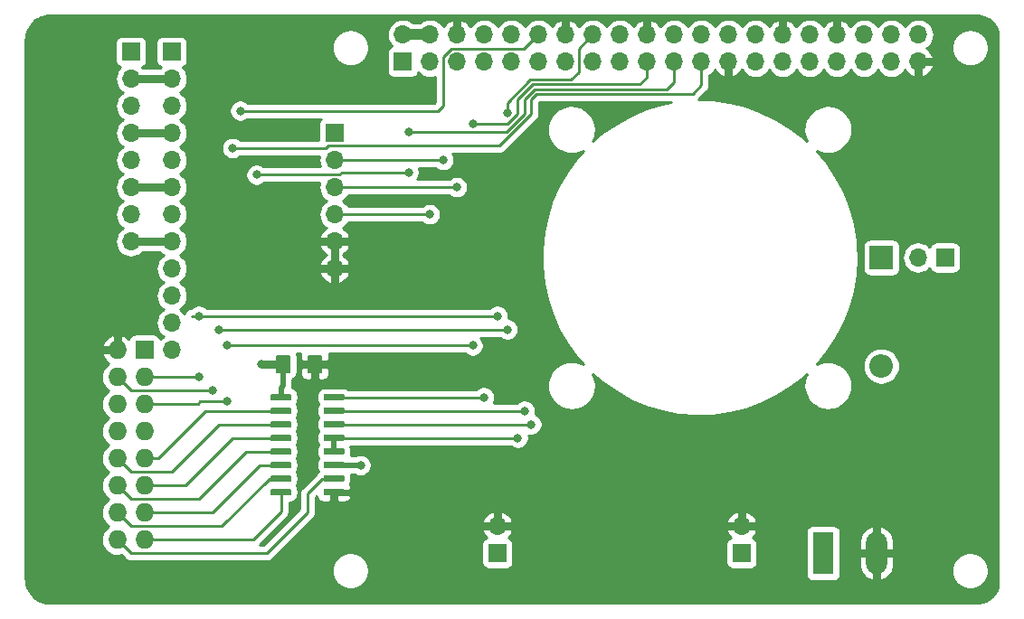
<source format=gbl>
G04 #@! TF.GenerationSoftware,KiCad,Pcbnew,(5.1.2)-2*
G04 #@! TF.CreationDate,2019-09-19T18:24:33+10:00*
G04 #@! TF.ProjectId,PecsRemoteHat.lib,50656373-5265-46d6-9f74-654861742e6c,rev?*
G04 #@! TF.SameCoordinates,Original*
G04 #@! TF.FileFunction,Copper,L2,Bot*
G04 #@! TF.FilePolarity,Positive*
%FSLAX46Y46*%
G04 Gerber Fmt 4.6, Leading zero omitted, Abs format (unit mm)*
G04 Created by KiCad (PCBNEW (5.1.2)-2) date 2019-09-19 18:24:33*
%MOMM*%
%LPD*%
G04 APERTURE LIST*
%ADD10O,1.700000X1.700000*%
%ADD11R,1.700000X1.700000*%
%ADD12C,0.100000*%
%ADD13C,0.600000*%
%ADD14O,1.980000X3.960000*%
%ADD15R,1.980000X3.960000*%
%ADD16O,1.727200X1.727200*%
%ADD17R,1.727200X1.727200*%
%ADD18O,2.200000X2.200000*%
%ADD19R,2.200000X2.200000*%
%ADD20C,1.425000*%
%ADD21C,0.800000*%
%ADD22C,1.000000*%
%ADD23C,0.500000*%
%ADD24C,0.750000*%
%ADD25C,0.250000*%
%ADD26C,0.254000*%
G04 APERTURE END LIST*
D10*
X64770000Y-110490000D03*
X64770000Y-107950000D03*
X64770000Y-105410000D03*
X64770000Y-102870000D03*
X64770000Y-100330000D03*
X64770000Y-97790000D03*
X64770000Y-95250000D03*
D11*
X64770000Y-92710000D03*
D12*
G36*
X79644703Y-124795722D02*
G01*
X79659264Y-124797882D01*
X79673543Y-124801459D01*
X79687403Y-124806418D01*
X79700710Y-124812712D01*
X79713336Y-124820280D01*
X79725159Y-124829048D01*
X79736066Y-124838934D01*
X79745952Y-124849841D01*
X79754720Y-124861664D01*
X79762288Y-124874290D01*
X79768582Y-124887597D01*
X79773541Y-124901457D01*
X79777118Y-124915736D01*
X79779278Y-124930297D01*
X79780000Y-124945000D01*
X79780000Y-125245000D01*
X79779278Y-125259703D01*
X79777118Y-125274264D01*
X79773541Y-125288543D01*
X79768582Y-125302403D01*
X79762288Y-125315710D01*
X79754720Y-125328336D01*
X79745952Y-125340159D01*
X79736066Y-125351066D01*
X79725159Y-125360952D01*
X79713336Y-125369720D01*
X79700710Y-125377288D01*
X79687403Y-125383582D01*
X79673543Y-125388541D01*
X79659264Y-125392118D01*
X79644703Y-125394278D01*
X79630000Y-125395000D01*
X77980000Y-125395000D01*
X77965297Y-125394278D01*
X77950736Y-125392118D01*
X77936457Y-125388541D01*
X77922597Y-125383582D01*
X77909290Y-125377288D01*
X77896664Y-125369720D01*
X77884841Y-125360952D01*
X77873934Y-125351066D01*
X77864048Y-125340159D01*
X77855280Y-125328336D01*
X77847712Y-125315710D01*
X77841418Y-125302403D01*
X77836459Y-125288543D01*
X77832882Y-125274264D01*
X77830722Y-125259703D01*
X77830000Y-125245000D01*
X77830000Y-124945000D01*
X77830722Y-124930297D01*
X77832882Y-124915736D01*
X77836459Y-124901457D01*
X77841418Y-124887597D01*
X77847712Y-124874290D01*
X77855280Y-124861664D01*
X77864048Y-124849841D01*
X77873934Y-124838934D01*
X77884841Y-124829048D01*
X77896664Y-124820280D01*
X77909290Y-124812712D01*
X77922597Y-124806418D01*
X77936457Y-124801459D01*
X77950736Y-124797882D01*
X77965297Y-124795722D01*
X77980000Y-124795000D01*
X79630000Y-124795000D01*
X79644703Y-124795722D01*
X79644703Y-124795722D01*
G37*
D13*
X78805000Y-125095000D03*
D12*
G36*
X79644703Y-126065722D02*
G01*
X79659264Y-126067882D01*
X79673543Y-126071459D01*
X79687403Y-126076418D01*
X79700710Y-126082712D01*
X79713336Y-126090280D01*
X79725159Y-126099048D01*
X79736066Y-126108934D01*
X79745952Y-126119841D01*
X79754720Y-126131664D01*
X79762288Y-126144290D01*
X79768582Y-126157597D01*
X79773541Y-126171457D01*
X79777118Y-126185736D01*
X79779278Y-126200297D01*
X79780000Y-126215000D01*
X79780000Y-126515000D01*
X79779278Y-126529703D01*
X79777118Y-126544264D01*
X79773541Y-126558543D01*
X79768582Y-126572403D01*
X79762288Y-126585710D01*
X79754720Y-126598336D01*
X79745952Y-126610159D01*
X79736066Y-126621066D01*
X79725159Y-126630952D01*
X79713336Y-126639720D01*
X79700710Y-126647288D01*
X79687403Y-126653582D01*
X79673543Y-126658541D01*
X79659264Y-126662118D01*
X79644703Y-126664278D01*
X79630000Y-126665000D01*
X77980000Y-126665000D01*
X77965297Y-126664278D01*
X77950736Y-126662118D01*
X77936457Y-126658541D01*
X77922597Y-126653582D01*
X77909290Y-126647288D01*
X77896664Y-126639720D01*
X77884841Y-126630952D01*
X77873934Y-126621066D01*
X77864048Y-126610159D01*
X77855280Y-126598336D01*
X77847712Y-126585710D01*
X77841418Y-126572403D01*
X77836459Y-126558543D01*
X77832882Y-126544264D01*
X77830722Y-126529703D01*
X77830000Y-126515000D01*
X77830000Y-126215000D01*
X77830722Y-126200297D01*
X77832882Y-126185736D01*
X77836459Y-126171457D01*
X77841418Y-126157597D01*
X77847712Y-126144290D01*
X77855280Y-126131664D01*
X77864048Y-126119841D01*
X77873934Y-126108934D01*
X77884841Y-126099048D01*
X77896664Y-126090280D01*
X77909290Y-126082712D01*
X77922597Y-126076418D01*
X77936457Y-126071459D01*
X77950736Y-126067882D01*
X77965297Y-126065722D01*
X77980000Y-126065000D01*
X79630000Y-126065000D01*
X79644703Y-126065722D01*
X79644703Y-126065722D01*
G37*
D13*
X78805000Y-126365000D03*
D12*
G36*
X79644703Y-127335722D02*
G01*
X79659264Y-127337882D01*
X79673543Y-127341459D01*
X79687403Y-127346418D01*
X79700710Y-127352712D01*
X79713336Y-127360280D01*
X79725159Y-127369048D01*
X79736066Y-127378934D01*
X79745952Y-127389841D01*
X79754720Y-127401664D01*
X79762288Y-127414290D01*
X79768582Y-127427597D01*
X79773541Y-127441457D01*
X79777118Y-127455736D01*
X79779278Y-127470297D01*
X79780000Y-127485000D01*
X79780000Y-127785000D01*
X79779278Y-127799703D01*
X79777118Y-127814264D01*
X79773541Y-127828543D01*
X79768582Y-127842403D01*
X79762288Y-127855710D01*
X79754720Y-127868336D01*
X79745952Y-127880159D01*
X79736066Y-127891066D01*
X79725159Y-127900952D01*
X79713336Y-127909720D01*
X79700710Y-127917288D01*
X79687403Y-127923582D01*
X79673543Y-127928541D01*
X79659264Y-127932118D01*
X79644703Y-127934278D01*
X79630000Y-127935000D01*
X77980000Y-127935000D01*
X77965297Y-127934278D01*
X77950736Y-127932118D01*
X77936457Y-127928541D01*
X77922597Y-127923582D01*
X77909290Y-127917288D01*
X77896664Y-127909720D01*
X77884841Y-127900952D01*
X77873934Y-127891066D01*
X77864048Y-127880159D01*
X77855280Y-127868336D01*
X77847712Y-127855710D01*
X77841418Y-127842403D01*
X77836459Y-127828543D01*
X77832882Y-127814264D01*
X77830722Y-127799703D01*
X77830000Y-127785000D01*
X77830000Y-127485000D01*
X77830722Y-127470297D01*
X77832882Y-127455736D01*
X77836459Y-127441457D01*
X77841418Y-127427597D01*
X77847712Y-127414290D01*
X77855280Y-127401664D01*
X77864048Y-127389841D01*
X77873934Y-127378934D01*
X77884841Y-127369048D01*
X77896664Y-127360280D01*
X77909290Y-127352712D01*
X77922597Y-127346418D01*
X77936457Y-127341459D01*
X77950736Y-127337882D01*
X77965297Y-127335722D01*
X77980000Y-127335000D01*
X79630000Y-127335000D01*
X79644703Y-127335722D01*
X79644703Y-127335722D01*
G37*
D13*
X78805000Y-127635000D03*
D12*
G36*
X79644703Y-128605722D02*
G01*
X79659264Y-128607882D01*
X79673543Y-128611459D01*
X79687403Y-128616418D01*
X79700710Y-128622712D01*
X79713336Y-128630280D01*
X79725159Y-128639048D01*
X79736066Y-128648934D01*
X79745952Y-128659841D01*
X79754720Y-128671664D01*
X79762288Y-128684290D01*
X79768582Y-128697597D01*
X79773541Y-128711457D01*
X79777118Y-128725736D01*
X79779278Y-128740297D01*
X79780000Y-128755000D01*
X79780000Y-129055000D01*
X79779278Y-129069703D01*
X79777118Y-129084264D01*
X79773541Y-129098543D01*
X79768582Y-129112403D01*
X79762288Y-129125710D01*
X79754720Y-129138336D01*
X79745952Y-129150159D01*
X79736066Y-129161066D01*
X79725159Y-129170952D01*
X79713336Y-129179720D01*
X79700710Y-129187288D01*
X79687403Y-129193582D01*
X79673543Y-129198541D01*
X79659264Y-129202118D01*
X79644703Y-129204278D01*
X79630000Y-129205000D01*
X77980000Y-129205000D01*
X77965297Y-129204278D01*
X77950736Y-129202118D01*
X77936457Y-129198541D01*
X77922597Y-129193582D01*
X77909290Y-129187288D01*
X77896664Y-129179720D01*
X77884841Y-129170952D01*
X77873934Y-129161066D01*
X77864048Y-129150159D01*
X77855280Y-129138336D01*
X77847712Y-129125710D01*
X77841418Y-129112403D01*
X77836459Y-129098543D01*
X77832882Y-129084264D01*
X77830722Y-129069703D01*
X77830000Y-129055000D01*
X77830000Y-128755000D01*
X77830722Y-128740297D01*
X77832882Y-128725736D01*
X77836459Y-128711457D01*
X77841418Y-128697597D01*
X77847712Y-128684290D01*
X77855280Y-128671664D01*
X77864048Y-128659841D01*
X77873934Y-128648934D01*
X77884841Y-128639048D01*
X77896664Y-128630280D01*
X77909290Y-128622712D01*
X77922597Y-128616418D01*
X77936457Y-128611459D01*
X77950736Y-128607882D01*
X77965297Y-128605722D01*
X77980000Y-128605000D01*
X79630000Y-128605000D01*
X79644703Y-128605722D01*
X79644703Y-128605722D01*
G37*
D13*
X78805000Y-128905000D03*
D12*
G36*
X79644703Y-129875722D02*
G01*
X79659264Y-129877882D01*
X79673543Y-129881459D01*
X79687403Y-129886418D01*
X79700710Y-129892712D01*
X79713336Y-129900280D01*
X79725159Y-129909048D01*
X79736066Y-129918934D01*
X79745952Y-129929841D01*
X79754720Y-129941664D01*
X79762288Y-129954290D01*
X79768582Y-129967597D01*
X79773541Y-129981457D01*
X79777118Y-129995736D01*
X79779278Y-130010297D01*
X79780000Y-130025000D01*
X79780000Y-130325000D01*
X79779278Y-130339703D01*
X79777118Y-130354264D01*
X79773541Y-130368543D01*
X79768582Y-130382403D01*
X79762288Y-130395710D01*
X79754720Y-130408336D01*
X79745952Y-130420159D01*
X79736066Y-130431066D01*
X79725159Y-130440952D01*
X79713336Y-130449720D01*
X79700710Y-130457288D01*
X79687403Y-130463582D01*
X79673543Y-130468541D01*
X79659264Y-130472118D01*
X79644703Y-130474278D01*
X79630000Y-130475000D01*
X77980000Y-130475000D01*
X77965297Y-130474278D01*
X77950736Y-130472118D01*
X77936457Y-130468541D01*
X77922597Y-130463582D01*
X77909290Y-130457288D01*
X77896664Y-130449720D01*
X77884841Y-130440952D01*
X77873934Y-130431066D01*
X77864048Y-130420159D01*
X77855280Y-130408336D01*
X77847712Y-130395710D01*
X77841418Y-130382403D01*
X77836459Y-130368543D01*
X77832882Y-130354264D01*
X77830722Y-130339703D01*
X77830000Y-130325000D01*
X77830000Y-130025000D01*
X77830722Y-130010297D01*
X77832882Y-129995736D01*
X77836459Y-129981457D01*
X77841418Y-129967597D01*
X77847712Y-129954290D01*
X77855280Y-129941664D01*
X77864048Y-129929841D01*
X77873934Y-129918934D01*
X77884841Y-129909048D01*
X77896664Y-129900280D01*
X77909290Y-129892712D01*
X77922597Y-129886418D01*
X77936457Y-129881459D01*
X77950736Y-129877882D01*
X77965297Y-129875722D01*
X77980000Y-129875000D01*
X79630000Y-129875000D01*
X79644703Y-129875722D01*
X79644703Y-129875722D01*
G37*
D13*
X78805000Y-130175000D03*
D12*
G36*
X79644703Y-131145722D02*
G01*
X79659264Y-131147882D01*
X79673543Y-131151459D01*
X79687403Y-131156418D01*
X79700710Y-131162712D01*
X79713336Y-131170280D01*
X79725159Y-131179048D01*
X79736066Y-131188934D01*
X79745952Y-131199841D01*
X79754720Y-131211664D01*
X79762288Y-131224290D01*
X79768582Y-131237597D01*
X79773541Y-131251457D01*
X79777118Y-131265736D01*
X79779278Y-131280297D01*
X79780000Y-131295000D01*
X79780000Y-131595000D01*
X79779278Y-131609703D01*
X79777118Y-131624264D01*
X79773541Y-131638543D01*
X79768582Y-131652403D01*
X79762288Y-131665710D01*
X79754720Y-131678336D01*
X79745952Y-131690159D01*
X79736066Y-131701066D01*
X79725159Y-131710952D01*
X79713336Y-131719720D01*
X79700710Y-131727288D01*
X79687403Y-131733582D01*
X79673543Y-131738541D01*
X79659264Y-131742118D01*
X79644703Y-131744278D01*
X79630000Y-131745000D01*
X77980000Y-131745000D01*
X77965297Y-131744278D01*
X77950736Y-131742118D01*
X77936457Y-131738541D01*
X77922597Y-131733582D01*
X77909290Y-131727288D01*
X77896664Y-131719720D01*
X77884841Y-131710952D01*
X77873934Y-131701066D01*
X77864048Y-131690159D01*
X77855280Y-131678336D01*
X77847712Y-131665710D01*
X77841418Y-131652403D01*
X77836459Y-131638543D01*
X77832882Y-131624264D01*
X77830722Y-131609703D01*
X77830000Y-131595000D01*
X77830000Y-131295000D01*
X77830722Y-131280297D01*
X77832882Y-131265736D01*
X77836459Y-131251457D01*
X77841418Y-131237597D01*
X77847712Y-131224290D01*
X77855280Y-131211664D01*
X77864048Y-131199841D01*
X77873934Y-131188934D01*
X77884841Y-131179048D01*
X77896664Y-131170280D01*
X77909290Y-131162712D01*
X77922597Y-131156418D01*
X77936457Y-131151459D01*
X77950736Y-131147882D01*
X77965297Y-131145722D01*
X77980000Y-131145000D01*
X79630000Y-131145000D01*
X79644703Y-131145722D01*
X79644703Y-131145722D01*
G37*
D13*
X78805000Y-131445000D03*
D12*
G36*
X79644703Y-132415722D02*
G01*
X79659264Y-132417882D01*
X79673543Y-132421459D01*
X79687403Y-132426418D01*
X79700710Y-132432712D01*
X79713336Y-132440280D01*
X79725159Y-132449048D01*
X79736066Y-132458934D01*
X79745952Y-132469841D01*
X79754720Y-132481664D01*
X79762288Y-132494290D01*
X79768582Y-132507597D01*
X79773541Y-132521457D01*
X79777118Y-132535736D01*
X79779278Y-132550297D01*
X79780000Y-132565000D01*
X79780000Y-132865000D01*
X79779278Y-132879703D01*
X79777118Y-132894264D01*
X79773541Y-132908543D01*
X79768582Y-132922403D01*
X79762288Y-132935710D01*
X79754720Y-132948336D01*
X79745952Y-132960159D01*
X79736066Y-132971066D01*
X79725159Y-132980952D01*
X79713336Y-132989720D01*
X79700710Y-132997288D01*
X79687403Y-133003582D01*
X79673543Y-133008541D01*
X79659264Y-133012118D01*
X79644703Y-133014278D01*
X79630000Y-133015000D01*
X77980000Y-133015000D01*
X77965297Y-133014278D01*
X77950736Y-133012118D01*
X77936457Y-133008541D01*
X77922597Y-133003582D01*
X77909290Y-132997288D01*
X77896664Y-132989720D01*
X77884841Y-132980952D01*
X77873934Y-132971066D01*
X77864048Y-132960159D01*
X77855280Y-132948336D01*
X77847712Y-132935710D01*
X77841418Y-132922403D01*
X77836459Y-132908543D01*
X77832882Y-132894264D01*
X77830722Y-132879703D01*
X77830000Y-132865000D01*
X77830000Y-132565000D01*
X77830722Y-132550297D01*
X77832882Y-132535736D01*
X77836459Y-132521457D01*
X77841418Y-132507597D01*
X77847712Y-132494290D01*
X77855280Y-132481664D01*
X77864048Y-132469841D01*
X77873934Y-132458934D01*
X77884841Y-132449048D01*
X77896664Y-132440280D01*
X77909290Y-132432712D01*
X77922597Y-132426418D01*
X77936457Y-132421459D01*
X77950736Y-132417882D01*
X77965297Y-132415722D01*
X77980000Y-132415000D01*
X79630000Y-132415000D01*
X79644703Y-132415722D01*
X79644703Y-132415722D01*
G37*
D13*
X78805000Y-132715000D03*
D12*
G36*
X79644703Y-133685722D02*
G01*
X79659264Y-133687882D01*
X79673543Y-133691459D01*
X79687403Y-133696418D01*
X79700710Y-133702712D01*
X79713336Y-133710280D01*
X79725159Y-133719048D01*
X79736066Y-133728934D01*
X79745952Y-133739841D01*
X79754720Y-133751664D01*
X79762288Y-133764290D01*
X79768582Y-133777597D01*
X79773541Y-133791457D01*
X79777118Y-133805736D01*
X79779278Y-133820297D01*
X79780000Y-133835000D01*
X79780000Y-134135000D01*
X79779278Y-134149703D01*
X79777118Y-134164264D01*
X79773541Y-134178543D01*
X79768582Y-134192403D01*
X79762288Y-134205710D01*
X79754720Y-134218336D01*
X79745952Y-134230159D01*
X79736066Y-134241066D01*
X79725159Y-134250952D01*
X79713336Y-134259720D01*
X79700710Y-134267288D01*
X79687403Y-134273582D01*
X79673543Y-134278541D01*
X79659264Y-134282118D01*
X79644703Y-134284278D01*
X79630000Y-134285000D01*
X77980000Y-134285000D01*
X77965297Y-134284278D01*
X77950736Y-134282118D01*
X77936457Y-134278541D01*
X77922597Y-134273582D01*
X77909290Y-134267288D01*
X77896664Y-134259720D01*
X77884841Y-134250952D01*
X77873934Y-134241066D01*
X77864048Y-134230159D01*
X77855280Y-134218336D01*
X77847712Y-134205710D01*
X77841418Y-134192403D01*
X77836459Y-134178543D01*
X77832882Y-134164264D01*
X77830722Y-134149703D01*
X77830000Y-134135000D01*
X77830000Y-133835000D01*
X77830722Y-133820297D01*
X77832882Y-133805736D01*
X77836459Y-133791457D01*
X77841418Y-133777597D01*
X77847712Y-133764290D01*
X77855280Y-133751664D01*
X77864048Y-133739841D01*
X77873934Y-133728934D01*
X77884841Y-133719048D01*
X77896664Y-133710280D01*
X77909290Y-133702712D01*
X77922597Y-133696418D01*
X77936457Y-133691459D01*
X77950736Y-133687882D01*
X77965297Y-133685722D01*
X77980000Y-133685000D01*
X79630000Y-133685000D01*
X79644703Y-133685722D01*
X79644703Y-133685722D01*
G37*
D13*
X78805000Y-133985000D03*
D12*
G36*
X84594703Y-133685722D02*
G01*
X84609264Y-133687882D01*
X84623543Y-133691459D01*
X84637403Y-133696418D01*
X84650710Y-133702712D01*
X84663336Y-133710280D01*
X84675159Y-133719048D01*
X84686066Y-133728934D01*
X84695952Y-133739841D01*
X84704720Y-133751664D01*
X84712288Y-133764290D01*
X84718582Y-133777597D01*
X84723541Y-133791457D01*
X84727118Y-133805736D01*
X84729278Y-133820297D01*
X84730000Y-133835000D01*
X84730000Y-134135000D01*
X84729278Y-134149703D01*
X84727118Y-134164264D01*
X84723541Y-134178543D01*
X84718582Y-134192403D01*
X84712288Y-134205710D01*
X84704720Y-134218336D01*
X84695952Y-134230159D01*
X84686066Y-134241066D01*
X84675159Y-134250952D01*
X84663336Y-134259720D01*
X84650710Y-134267288D01*
X84637403Y-134273582D01*
X84623543Y-134278541D01*
X84609264Y-134282118D01*
X84594703Y-134284278D01*
X84580000Y-134285000D01*
X82930000Y-134285000D01*
X82915297Y-134284278D01*
X82900736Y-134282118D01*
X82886457Y-134278541D01*
X82872597Y-134273582D01*
X82859290Y-134267288D01*
X82846664Y-134259720D01*
X82834841Y-134250952D01*
X82823934Y-134241066D01*
X82814048Y-134230159D01*
X82805280Y-134218336D01*
X82797712Y-134205710D01*
X82791418Y-134192403D01*
X82786459Y-134178543D01*
X82782882Y-134164264D01*
X82780722Y-134149703D01*
X82780000Y-134135000D01*
X82780000Y-133835000D01*
X82780722Y-133820297D01*
X82782882Y-133805736D01*
X82786459Y-133791457D01*
X82791418Y-133777597D01*
X82797712Y-133764290D01*
X82805280Y-133751664D01*
X82814048Y-133739841D01*
X82823934Y-133728934D01*
X82834841Y-133719048D01*
X82846664Y-133710280D01*
X82859290Y-133702712D01*
X82872597Y-133696418D01*
X82886457Y-133691459D01*
X82900736Y-133687882D01*
X82915297Y-133685722D01*
X82930000Y-133685000D01*
X84580000Y-133685000D01*
X84594703Y-133685722D01*
X84594703Y-133685722D01*
G37*
D13*
X83755000Y-133985000D03*
D12*
G36*
X84594703Y-132415722D02*
G01*
X84609264Y-132417882D01*
X84623543Y-132421459D01*
X84637403Y-132426418D01*
X84650710Y-132432712D01*
X84663336Y-132440280D01*
X84675159Y-132449048D01*
X84686066Y-132458934D01*
X84695952Y-132469841D01*
X84704720Y-132481664D01*
X84712288Y-132494290D01*
X84718582Y-132507597D01*
X84723541Y-132521457D01*
X84727118Y-132535736D01*
X84729278Y-132550297D01*
X84730000Y-132565000D01*
X84730000Y-132865000D01*
X84729278Y-132879703D01*
X84727118Y-132894264D01*
X84723541Y-132908543D01*
X84718582Y-132922403D01*
X84712288Y-132935710D01*
X84704720Y-132948336D01*
X84695952Y-132960159D01*
X84686066Y-132971066D01*
X84675159Y-132980952D01*
X84663336Y-132989720D01*
X84650710Y-132997288D01*
X84637403Y-133003582D01*
X84623543Y-133008541D01*
X84609264Y-133012118D01*
X84594703Y-133014278D01*
X84580000Y-133015000D01*
X82930000Y-133015000D01*
X82915297Y-133014278D01*
X82900736Y-133012118D01*
X82886457Y-133008541D01*
X82872597Y-133003582D01*
X82859290Y-132997288D01*
X82846664Y-132989720D01*
X82834841Y-132980952D01*
X82823934Y-132971066D01*
X82814048Y-132960159D01*
X82805280Y-132948336D01*
X82797712Y-132935710D01*
X82791418Y-132922403D01*
X82786459Y-132908543D01*
X82782882Y-132894264D01*
X82780722Y-132879703D01*
X82780000Y-132865000D01*
X82780000Y-132565000D01*
X82780722Y-132550297D01*
X82782882Y-132535736D01*
X82786459Y-132521457D01*
X82791418Y-132507597D01*
X82797712Y-132494290D01*
X82805280Y-132481664D01*
X82814048Y-132469841D01*
X82823934Y-132458934D01*
X82834841Y-132449048D01*
X82846664Y-132440280D01*
X82859290Y-132432712D01*
X82872597Y-132426418D01*
X82886457Y-132421459D01*
X82900736Y-132417882D01*
X82915297Y-132415722D01*
X82930000Y-132415000D01*
X84580000Y-132415000D01*
X84594703Y-132415722D01*
X84594703Y-132415722D01*
G37*
D13*
X83755000Y-132715000D03*
D12*
G36*
X84594703Y-131145722D02*
G01*
X84609264Y-131147882D01*
X84623543Y-131151459D01*
X84637403Y-131156418D01*
X84650710Y-131162712D01*
X84663336Y-131170280D01*
X84675159Y-131179048D01*
X84686066Y-131188934D01*
X84695952Y-131199841D01*
X84704720Y-131211664D01*
X84712288Y-131224290D01*
X84718582Y-131237597D01*
X84723541Y-131251457D01*
X84727118Y-131265736D01*
X84729278Y-131280297D01*
X84730000Y-131295000D01*
X84730000Y-131595000D01*
X84729278Y-131609703D01*
X84727118Y-131624264D01*
X84723541Y-131638543D01*
X84718582Y-131652403D01*
X84712288Y-131665710D01*
X84704720Y-131678336D01*
X84695952Y-131690159D01*
X84686066Y-131701066D01*
X84675159Y-131710952D01*
X84663336Y-131719720D01*
X84650710Y-131727288D01*
X84637403Y-131733582D01*
X84623543Y-131738541D01*
X84609264Y-131742118D01*
X84594703Y-131744278D01*
X84580000Y-131745000D01*
X82930000Y-131745000D01*
X82915297Y-131744278D01*
X82900736Y-131742118D01*
X82886457Y-131738541D01*
X82872597Y-131733582D01*
X82859290Y-131727288D01*
X82846664Y-131719720D01*
X82834841Y-131710952D01*
X82823934Y-131701066D01*
X82814048Y-131690159D01*
X82805280Y-131678336D01*
X82797712Y-131665710D01*
X82791418Y-131652403D01*
X82786459Y-131638543D01*
X82782882Y-131624264D01*
X82780722Y-131609703D01*
X82780000Y-131595000D01*
X82780000Y-131295000D01*
X82780722Y-131280297D01*
X82782882Y-131265736D01*
X82786459Y-131251457D01*
X82791418Y-131237597D01*
X82797712Y-131224290D01*
X82805280Y-131211664D01*
X82814048Y-131199841D01*
X82823934Y-131188934D01*
X82834841Y-131179048D01*
X82846664Y-131170280D01*
X82859290Y-131162712D01*
X82872597Y-131156418D01*
X82886457Y-131151459D01*
X82900736Y-131147882D01*
X82915297Y-131145722D01*
X82930000Y-131145000D01*
X84580000Y-131145000D01*
X84594703Y-131145722D01*
X84594703Y-131145722D01*
G37*
D13*
X83755000Y-131445000D03*
D12*
G36*
X84594703Y-129875722D02*
G01*
X84609264Y-129877882D01*
X84623543Y-129881459D01*
X84637403Y-129886418D01*
X84650710Y-129892712D01*
X84663336Y-129900280D01*
X84675159Y-129909048D01*
X84686066Y-129918934D01*
X84695952Y-129929841D01*
X84704720Y-129941664D01*
X84712288Y-129954290D01*
X84718582Y-129967597D01*
X84723541Y-129981457D01*
X84727118Y-129995736D01*
X84729278Y-130010297D01*
X84730000Y-130025000D01*
X84730000Y-130325000D01*
X84729278Y-130339703D01*
X84727118Y-130354264D01*
X84723541Y-130368543D01*
X84718582Y-130382403D01*
X84712288Y-130395710D01*
X84704720Y-130408336D01*
X84695952Y-130420159D01*
X84686066Y-130431066D01*
X84675159Y-130440952D01*
X84663336Y-130449720D01*
X84650710Y-130457288D01*
X84637403Y-130463582D01*
X84623543Y-130468541D01*
X84609264Y-130472118D01*
X84594703Y-130474278D01*
X84580000Y-130475000D01*
X82930000Y-130475000D01*
X82915297Y-130474278D01*
X82900736Y-130472118D01*
X82886457Y-130468541D01*
X82872597Y-130463582D01*
X82859290Y-130457288D01*
X82846664Y-130449720D01*
X82834841Y-130440952D01*
X82823934Y-130431066D01*
X82814048Y-130420159D01*
X82805280Y-130408336D01*
X82797712Y-130395710D01*
X82791418Y-130382403D01*
X82786459Y-130368543D01*
X82782882Y-130354264D01*
X82780722Y-130339703D01*
X82780000Y-130325000D01*
X82780000Y-130025000D01*
X82780722Y-130010297D01*
X82782882Y-129995736D01*
X82786459Y-129981457D01*
X82791418Y-129967597D01*
X82797712Y-129954290D01*
X82805280Y-129941664D01*
X82814048Y-129929841D01*
X82823934Y-129918934D01*
X82834841Y-129909048D01*
X82846664Y-129900280D01*
X82859290Y-129892712D01*
X82872597Y-129886418D01*
X82886457Y-129881459D01*
X82900736Y-129877882D01*
X82915297Y-129875722D01*
X82930000Y-129875000D01*
X84580000Y-129875000D01*
X84594703Y-129875722D01*
X84594703Y-129875722D01*
G37*
D13*
X83755000Y-130175000D03*
D12*
G36*
X84594703Y-128605722D02*
G01*
X84609264Y-128607882D01*
X84623543Y-128611459D01*
X84637403Y-128616418D01*
X84650710Y-128622712D01*
X84663336Y-128630280D01*
X84675159Y-128639048D01*
X84686066Y-128648934D01*
X84695952Y-128659841D01*
X84704720Y-128671664D01*
X84712288Y-128684290D01*
X84718582Y-128697597D01*
X84723541Y-128711457D01*
X84727118Y-128725736D01*
X84729278Y-128740297D01*
X84730000Y-128755000D01*
X84730000Y-129055000D01*
X84729278Y-129069703D01*
X84727118Y-129084264D01*
X84723541Y-129098543D01*
X84718582Y-129112403D01*
X84712288Y-129125710D01*
X84704720Y-129138336D01*
X84695952Y-129150159D01*
X84686066Y-129161066D01*
X84675159Y-129170952D01*
X84663336Y-129179720D01*
X84650710Y-129187288D01*
X84637403Y-129193582D01*
X84623543Y-129198541D01*
X84609264Y-129202118D01*
X84594703Y-129204278D01*
X84580000Y-129205000D01*
X82930000Y-129205000D01*
X82915297Y-129204278D01*
X82900736Y-129202118D01*
X82886457Y-129198541D01*
X82872597Y-129193582D01*
X82859290Y-129187288D01*
X82846664Y-129179720D01*
X82834841Y-129170952D01*
X82823934Y-129161066D01*
X82814048Y-129150159D01*
X82805280Y-129138336D01*
X82797712Y-129125710D01*
X82791418Y-129112403D01*
X82786459Y-129098543D01*
X82782882Y-129084264D01*
X82780722Y-129069703D01*
X82780000Y-129055000D01*
X82780000Y-128755000D01*
X82780722Y-128740297D01*
X82782882Y-128725736D01*
X82786459Y-128711457D01*
X82791418Y-128697597D01*
X82797712Y-128684290D01*
X82805280Y-128671664D01*
X82814048Y-128659841D01*
X82823934Y-128648934D01*
X82834841Y-128639048D01*
X82846664Y-128630280D01*
X82859290Y-128622712D01*
X82872597Y-128616418D01*
X82886457Y-128611459D01*
X82900736Y-128607882D01*
X82915297Y-128605722D01*
X82930000Y-128605000D01*
X84580000Y-128605000D01*
X84594703Y-128605722D01*
X84594703Y-128605722D01*
G37*
D13*
X83755000Y-128905000D03*
D12*
G36*
X84594703Y-127335722D02*
G01*
X84609264Y-127337882D01*
X84623543Y-127341459D01*
X84637403Y-127346418D01*
X84650710Y-127352712D01*
X84663336Y-127360280D01*
X84675159Y-127369048D01*
X84686066Y-127378934D01*
X84695952Y-127389841D01*
X84704720Y-127401664D01*
X84712288Y-127414290D01*
X84718582Y-127427597D01*
X84723541Y-127441457D01*
X84727118Y-127455736D01*
X84729278Y-127470297D01*
X84730000Y-127485000D01*
X84730000Y-127785000D01*
X84729278Y-127799703D01*
X84727118Y-127814264D01*
X84723541Y-127828543D01*
X84718582Y-127842403D01*
X84712288Y-127855710D01*
X84704720Y-127868336D01*
X84695952Y-127880159D01*
X84686066Y-127891066D01*
X84675159Y-127900952D01*
X84663336Y-127909720D01*
X84650710Y-127917288D01*
X84637403Y-127923582D01*
X84623543Y-127928541D01*
X84609264Y-127932118D01*
X84594703Y-127934278D01*
X84580000Y-127935000D01*
X82930000Y-127935000D01*
X82915297Y-127934278D01*
X82900736Y-127932118D01*
X82886457Y-127928541D01*
X82872597Y-127923582D01*
X82859290Y-127917288D01*
X82846664Y-127909720D01*
X82834841Y-127900952D01*
X82823934Y-127891066D01*
X82814048Y-127880159D01*
X82805280Y-127868336D01*
X82797712Y-127855710D01*
X82791418Y-127842403D01*
X82786459Y-127828543D01*
X82782882Y-127814264D01*
X82780722Y-127799703D01*
X82780000Y-127785000D01*
X82780000Y-127485000D01*
X82780722Y-127470297D01*
X82782882Y-127455736D01*
X82786459Y-127441457D01*
X82791418Y-127427597D01*
X82797712Y-127414290D01*
X82805280Y-127401664D01*
X82814048Y-127389841D01*
X82823934Y-127378934D01*
X82834841Y-127369048D01*
X82846664Y-127360280D01*
X82859290Y-127352712D01*
X82872597Y-127346418D01*
X82886457Y-127341459D01*
X82900736Y-127337882D01*
X82915297Y-127335722D01*
X82930000Y-127335000D01*
X84580000Y-127335000D01*
X84594703Y-127335722D01*
X84594703Y-127335722D01*
G37*
D13*
X83755000Y-127635000D03*
D12*
G36*
X84594703Y-126065722D02*
G01*
X84609264Y-126067882D01*
X84623543Y-126071459D01*
X84637403Y-126076418D01*
X84650710Y-126082712D01*
X84663336Y-126090280D01*
X84675159Y-126099048D01*
X84686066Y-126108934D01*
X84695952Y-126119841D01*
X84704720Y-126131664D01*
X84712288Y-126144290D01*
X84718582Y-126157597D01*
X84723541Y-126171457D01*
X84727118Y-126185736D01*
X84729278Y-126200297D01*
X84730000Y-126215000D01*
X84730000Y-126515000D01*
X84729278Y-126529703D01*
X84727118Y-126544264D01*
X84723541Y-126558543D01*
X84718582Y-126572403D01*
X84712288Y-126585710D01*
X84704720Y-126598336D01*
X84695952Y-126610159D01*
X84686066Y-126621066D01*
X84675159Y-126630952D01*
X84663336Y-126639720D01*
X84650710Y-126647288D01*
X84637403Y-126653582D01*
X84623543Y-126658541D01*
X84609264Y-126662118D01*
X84594703Y-126664278D01*
X84580000Y-126665000D01*
X82930000Y-126665000D01*
X82915297Y-126664278D01*
X82900736Y-126662118D01*
X82886457Y-126658541D01*
X82872597Y-126653582D01*
X82859290Y-126647288D01*
X82846664Y-126639720D01*
X82834841Y-126630952D01*
X82823934Y-126621066D01*
X82814048Y-126610159D01*
X82805280Y-126598336D01*
X82797712Y-126585710D01*
X82791418Y-126572403D01*
X82786459Y-126558543D01*
X82782882Y-126544264D01*
X82780722Y-126529703D01*
X82780000Y-126515000D01*
X82780000Y-126215000D01*
X82780722Y-126200297D01*
X82782882Y-126185736D01*
X82786459Y-126171457D01*
X82791418Y-126157597D01*
X82797712Y-126144290D01*
X82805280Y-126131664D01*
X82814048Y-126119841D01*
X82823934Y-126108934D01*
X82834841Y-126099048D01*
X82846664Y-126090280D01*
X82859290Y-126082712D01*
X82872597Y-126076418D01*
X82886457Y-126071459D01*
X82900736Y-126067882D01*
X82915297Y-126065722D01*
X82930000Y-126065000D01*
X84580000Y-126065000D01*
X84594703Y-126065722D01*
X84594703Y-126065722D01*
G37*
D13*
X83755000Y-126365000D03*
D12*
G36*
X84594703Y-124795722D02*
G01*
X84609264Y-124797882D01*
X84623543Y-124801459D01*
X84637403Y-124806418D01*
X84650710Y-124812712D01*
X84663336Y-124820280D01*
X84675159Y-124829048D01*
X84686066Y-124838934D01*
X84695952Y-124849841D01*
X84704720Y-124861664D01*
X84712288Y-124874290D01*
X84718582Y-124887597D01*
X84723541Y-124901457D01*
X84727118Y-124915736D01*
X84729278Y-124930297D01*
X84730000Y-124945000D01*
X84730000Y-125245000D01*
X84729278Y-125259703D01*
X84727118Y-125274264D01*
X84723541Y-125288543D01*
X84718582Y-125302403D01*
X84712288Y-125315710D01*
X84704720Y-125328336D01*
X84695952Y-125340159D01*
X84686066Y-125351066D01*
X84675159Y-125360952D01*
X84663336Y-125369720D01*
X84650710Y-125377288D01*
X84637403Y-125383582D01*
X84623543Y-125388541D01*
X84609264Y-125392118D01*
X84594703Y-125394278D01*
X84580000Y-125395000D01*
X82930000Y-125395000D01*
X82915297Y-125394278D01*
X82900736Y-125392118D01*
X82886457Y-125388541D01*
X82872597Y-125383582D01*
X82859290Y-125377288D01*
X82846664Y-125369720D01*
X82834841Y-125360952D01*
X82823934Y-125351066D01*
X82814048Y-125340159D01*
X82805280Y-125328336D01*
X82797712Y-125315710D01*
X82791418Y-125302403D01*
X82786459Y-125288543D01*
X82782882Y-125274264D01*
X82780722Y-125259703D01*
X82780000Y-125245000D01*
X82780000Y-124945000D01*
X82780722Y-124930297D01*
X82782882Y-124915736D01*
X82786459Y-124901457D01*
X82791418Y-124887597D01*
X82797712Y-124874290D01*
X82805280Y-124861664D01*
X82814048Y-124849841D01*
X82823934Y-124838934D01*
X82834841Y-124829048D01*
X82846664Y-124820280D01*
X82859290Y-124812712D01*
X82872597Y-124806418D01*
X82886457Y-124801459D01*
X82900736Y-124797882D01*
X82915297Y-124795722D01*
X82930000Y-124795000D01*
X84580000Y-124795000D01*
X84594703Y-124795722D01*
X84594703Y-124795722D01*
G37*
D13*
X83755000Y-125095000D03*
D10*
X68580000Y-120650000D03*
X68580000Y-118110000D03*
X68580000Y-115570000D03*
X68580000Y-113030000D03*
X68580000Y-110490000D03*
X68580000Y-107950000D03*
X68580000Y-105410000D03*
X68580000Y-102870000D03*
X68580000Y-100330000D03*
X68580000Y-97790000D03*
X68580000Y-95250000D03*
D11*
X68580000Y-92710000D03*
D10*
X83820000Y-113030000D03*
X83820000Y-110490000D03*
X83820000Y-107950000D03*
X83820000Y-105410000D03*
X83820000Y-102870000D03*
D11*
X83820000Y-100330000D03*
D10*
X138460000Y-91110000D03*
X138460000Y-93650000D03*
X135920000Y-91110000D03*
X135920000Y-93650000D03*
X133380000Y-91110000D03*
X133380000Y-93650000D03*
X130840000Y-91110000D03*
X130840000Y-93650000D03*
X128300000Y-91110000D03*
X128300000Y-93650000D03*
X125760000Y-91110000D03*
X125760000Y-93650000D03*
X123220000Y-91110000D03*
X123220000Y-93650000D03*
X120680000Y-91110000D03*
X120680000Y-93650000D03*
X118140000Y-91110000D03*
X118140000Y-93650000D03*
X115600000Y-91110000D03*
X115600000Y-93650000D03*
X113060000Y-91110000D03*
X113060000Y-93650000D03*
X110520000Y-91110000D03*
X110520000Y-93650000D03*
X107980000Y-91110000D03*
X107980000Y-93650000D03*
X105440000Y-91110000D03*
X105440000Y-93650000D03*
X102900000Y-91110000D03*
X102900000Y-93650000D03*
X100360000Y-91110000D03*
X100360000Y-93650000D03*
X97820000Y-91110000D03*
X97820000Y-93650000D03*
X95280000Y-91110000D03*
X95280000Y-93650000D03*
X92740000Y-91110000D03*
X92740000Y-93650000D03*
X90200000Y-91110000D03*
D11*
X90200000Y-93650000D03*
D10*
X99060000Y-137160000D03*
D11*
X99060000Y-139700000D03*
D10*
X121920000Y-137160000D03*
D11*
X121920000Y-139700000D03*
D14*
X134540000Y-139700000D03*
D15*
X129540000Y-139700000D03*
D16*
X63500000Y-138430000D03*
X66040000Y-138430000D03*
X63500000Y-135890000D03*
X66040000Y-135890000D03*
X63500000Y-133350000D03*
X66040000Y-133350000D03*
X63500000Y-130810000D03*
X66040000Y-130810000D03*
X63500000Y-128270000D03*
X66040000Y-128270000D03*
X63500000Y-125730000D03*
X66040000Y-125730000D03*
X63500000Y-123190000D03*
X66040000Y-123190000D03*
X63500000Y-120650000D03*
D17*
X66040000Y-120650000D03*
D10*
X138430000Y-112000000D03*
D11*
X140970000Y-112000000D03*
D18*
X135000000Y-122160000D03*
D19*
X135000000Y-112000000D03*
D12*
G36*
X82462004Y-121126204D02*
G01*
X82486273Y-121129804D01*
X82510071Y-121135765D01*
X82533171Y-121144030D01*
X82555349Y-121154520D01*
X82576393Y-121167133D01*
X82596098Y-121181747D01*
X82614277Y-121198223D01*
X82630753Y-121216402D01*
X82645367Y-121236107D01*
X82657980Y-121257151D01*
X82668470Y-121279329D01*
X82676735Y-121302429D01*
X82682696Y-121326227D01*
X82686296Y-121350496D01*
X82687500Y-121375000D01*
X82687500Y-122625000D01*
X82686296Y-122649504D01*
X82682696Y-122673773D01*
X82676735Y-122697571D01*
X82668470Y-122720671D01*
X82657980Y-122742849D01*
X82645367Y-122763893D01*
X82630753Y-122783598D01*
X82614277Y-122801777D01*
X82596098Y-122818253D01*
X82576393Y-122832867D01*
X82555349Y-122845480D01*
X82533171Y-122855970D01*
X82510071Y-122864235D01*
X82486273Y-122870196D01*
X82462004Y-122873796D01*
X82437500Y-122875000D01*
X81512500Y-122875000D01*
X81487996Y-122873796D01*
X81463727Y-122870196D01*
X81439929Y-122864235D01*
X81416829Y-122855970D01*
X81394651Y-122845480D01*
X81373607Y-122832867D01*
X81353902Y-122818253D01*
X81335723Y-122801777D01*
X81319247Y-122783598D01*
X81304633Y-122763893D01*
X81292020Y-122742849D01*
X81281530Y-122720671D01*
X81273265Y-122697571D01*
X81267304Y-122673773D01*
X81263704Y-122649504D01*
X81262500Y-122625000D01*
X81262500Y-121375000D01*
X81263704Y-121350496D01*
X81267304Y-121326227D01*
X81273265Y-121302429D01*
X81281530Y-121279329D01*
X81292020Y-121257151D01*
X81304633Y-121236107D01*
X81319247Y-121216402D01*
X81335723Y-121198223D01*
X81353902Y-121181747D01*
X81373607Y-121167133D01*
X81394651Y-121154520D01*
X81416829Y-121144030D01*
X81439929Y-121135765D01*
X81463727Y-121129804D01*
X81487996Y-121126204D01*
X81512500Y-121125000D01*
X82437500Y-121125000D01*
X82462004Y-121126204D01*
X82462004Y-121126204D01*
G37*
D20*
X81975000Y-122000000D03*
D12*
G36*
X79487004Y-121126204D02*
G01*
X79511273Y-121129804D01*
X79535071Y-121135765D01*
X79558171Y-121144030D01*
X79580349Y-121154520D01*
X79601393Y-121167133D01*
X79621098Y-121181747D01*
X79639277Y-121198223D01*
X79655753Y-121216402D01*
X79670367Y-121236107D01*
X79682980Y-121257151D01*
X79693470Y-121279329D01*
X79701735Y-121302429D01*
X79707696Y-121326227D01*
X79711296Y-121350496D01*
X79712500Y-121375000D01*
X79712500Y-122625000D01*
X79711296Y-122649504D01*
X79707696Y-122673773D01*
X79701735Y-122697571D01*
X79693470Y-122720671D01*
X79682980Y-122742849D01*
X79670367Y-122763893D01*
X79655753Y-122783598D01*
X79639277Y-122801777D01*
X79621098Y-122818253D01*
X79601393Y-122832867D01*
X79580349Y-122845480D01*
X79558171Y-122855970D01*
X79535071Y-122864235D01*
X79511273Y-122870196D01*
X79487004Y-122873796D01*
X79462500Y-122875000D01*
X78537500Y-122875000D01*
X78512996Y-122873796D01*
X78488727Y-122870196D01*
X78464929Y-122864235D01*
X78441829Y-122855970D01*
X78419651Y-122845480D01*
X78398607Y-122832867D01*
X78378902Y-122818253D01*
X78360723Y-122801777D01*
X78344247Y-122783598D01*
X78329633Y-122763893D01*
X78317020Y-122742849D01*
X78306530Y-122720671D01*
X78298265Y-122697571D01*
X78292304Y-122673773D01*
X78288704Y-122649504D01*
X78287500Y-122625000D01*
X78287500Y-121375000D01*
X78288704Y-121350496D01*
X78292304Y-121326227D01*
X78298265Y-121302429D01*
X78306530Y-121279329D01*
X78317020Y-121257151D01*
X78329633Y-121236107D01*
X78344247Y-121216402D01*
X78360723Y-121198223D01*
X78378902Y-121181747D01*
X78398607Y-121167133D01*
X78419651Y-121154520D01*
X78441829Y-121144030D01*
X78464929Y-121135765D01*
X78488727Y-121129804D01*
X78512996Y-121126204D01*
X78537500Y-121125000D01*
X79462500Y-121125000D01*
X79487004Y-121126204D01*
X79487004Y-121126204D01*
G37*
D20*
X79000000Y-122000000D03*
D21*
X142800000Y-122630000D03*
X142800000Y-123900000D03*
X143510000Y-111760000D03*
X143510000Y-113030000D03*
X90750000Y-104000000D03*
X86250000Y-131450000D03*
X77000000Y-122000000D03*
X90750000Y-100250000D03*
X76515001Y-104234999D03*
X75000000Y-98250000D03*
X74250000Y-101750000D03*
X96750000Y-120250000D03*
X73750000Y-120250000D03*
X96750000Y-99500000D03*
X73750000Y-125500000D03*
X100000000Y-98425000D03*
X100000000Y-118745000D03*
X72390000Y-124460000D03*
X73025000Y-118745000D03*
X71120000Y-117475000D03*
X99060000Y-117475000D03*
X71120000Y-123190000D03*
X102235000Y-127635000D03*
X101600000Y-126365000D03*
X93980000Y-102870000D03*
X97790000Y-125095000D03*
X95250000Y-105410000D03*
X92710000Y-107950000D03*
X100965000Y-128905000D03*
D22*
X90200000Y-91110000D02*
X92740000Y-91110000D01*
D23*
X79000000Y-122000000D02*
X79000000Y-124000000D01*
X78805000Y-124195000D02*
X78805000Y-125095000D01*
X79000000Y-124000000D02*
X78805000Y-124195000D01*
D24*
X77000000Y-122000000D02*
X79000000Y-122000000D01*
D23*
X86245000Y-131445000D02*
X86250000Y-131450000D01*
X83755000Y-131445000D02*
X86245000Y-131445000D01*
D25*
X64770000Y-139700000D02*
X77470000Y-139700000D01*
X63500000Y-138430000D02*
X64770000Y-139700000D01*
X77470000Y-139700000D02*
X81280000Y-135890000D01*
X82680000Y-132715000D02*
X83755000Y-132715000D01*
X81280000Y-134115000D02*
X82680000Y-132715000D01*
X81280000Y-135890000D02*
X81280000Y-134115000D01*
X78805000Y-135825000D02*
X78805000Y-133985000D01*
X66040000Y-138430000D02*
X76200000Y-138430000D01*
X76200000Y-138430000D02*
X78805000Y-135825000D01*
X64770000Y-137160000D02*
X63500000Y-135890000D01*
X73285000Y-137160000D02*
X64770000Y-137160000D01*
X77730000Y-132715000D02*
X73285000Y-137160000D01*
X78805000Y-132715000D02*
X77730000Y-132715000D01*
X66040000Y-135890000D02*
X72390000Y-135890000D01*
X76835000Y-131445000D02*
X78805000Y-131445000D01*
X72390000Y-135890000D02*
X76835000Y-131445000D01*
X63500000Y-133350000D02*
X64770000Y-134620000D01*
X77730000Y-130175000D02*
X78805000Y-130175000D01*
X75565000Y-130175000D02*
X77730000Y-130175000D01*
X71120000Y-134620000D02*
X75565000Y-130175000D01*
X64770000Y-134620000D02*
X71120000Y-134620000D01*
X66040000Y-133350000D02*
X69850000Y-133350000D01*
X74295000Y-128905000D02*
X78805000Y-128905000D01*
X69850000Y-133350000D02*
X74295000Y-128905000D01*
X63500000Y-130810000D02*
X64770000Y-132080000D01*
X64770000Y-132080000D02*
X68580000Y-132080000D01*
X73025000Y-127635000D02*
X78805000Y-127635000D01*
X68580000Y-132080000D02*
X73025000Y-127635000D01*
X66040000Y-130810000D02*
X67310000Y-130810000D01*
X71755000Y-126365000D02*
X78805000Y-126365000D01*
X67310000Y-130810000D02*
X71755000Y-126365000D01*
X115600000Y-93650000D02*
X115600000Y-95559980D01*
X102528609Y-96224981D02*
X101600000Y-97153590D01*
X115600000Y-95559980D02*
X114935000Y-96224980D01*
X114935000Y-96224980D02*
X102528609Y-96224981D01*
X101600000Y-98534412D02*
X99884412Y-100250000D01*
X101600000Y-97153590D02*
X101600000Y-98534412D01*
X99884412Y-100250000D02*
X90750000Y-100250000D01*
X90750000Y-100250000D02*
X90750000Y-100250000D01*
X90750000Y-104000000D02*
X85000000Y-104000000D01*
X85000000Y-104000000D02*
X84500000Y-104000000D01*
X84265001Y-104234999D02*
X76515001Y-104234999D01*
X84500000Y-104000000D02*
X84265001Y-104234999D01*
X76515001Y-104234999D02*
X76515001Y-104234999D01*
X94715999Y-92474999D02*
X94000000Y-93190998D01*
X102900000Y-91110000D02*
X101535001Y-92474999D01*
X101535001Y-92474999D02*
X94715999Y-92474999D01*
X94000000Y-93190998D02*
X94000000Y-97750000D01*
X94000000Y-97750000D02*
X93500000Y-98250000D01*
X93500000Y-98250000D02*
X75000000Y-98250000D01*
X75000000Y-98250000D02*
X75000000Y-98250000D01*
X117320010Y-96674990D02*
X118140000Y-95855000D01*
X102715010Y-96674990D02*
X117320010Y-96674990D01*
X74250000Y-101750000D02*
X83000000Y-101750000D01*
X118140000Y-95855000D02*
X118140000Y-93650000D01*
X83000000Y-101750000D02*
X83244999Y-101505001D01*
X83244999Y-101505001D02*
X99265821Y-101505001D01*
X99265821Y-101505001D02*
X102235000Y-98535822D01*
X102235000Y-98535822D02*
X102235000Y-97155000D01*
X102235000Y-97155000D02*
X102715010Y-96674990D01*
X113060000Y-93650000D02*
X113060000Y-95109971D01*
X102342208Y-95774972D02*
X100965000Y-97152180D01*
X113060000Y-95109971D02*
X112394999Y-95774972D01*
X112394999Y-95774972D02*
X102342208Y-95774972D01*
X66040000Y-125730000D02*
X71020000Y-125730000D01*
X71020000Y-125730000D02*
X71250000Y-125500000D01*
X71250000Y-125500000D02*
X73750000Y-125500000D01*
X100965000Y-98533002D02*
X99998002Y-99500000D01*
X100965000Y-97152180D02*
X100965000Y-98533002D01*
X99998002Y-99500000D02*
X96750000Y-99500000D01*
X96750000Y-99500000D02*
X96750000Y-99500000D01*
X73750000Y-125500000D02*
X73750000Y-125500000D01*
X73750000Y-120250000D02*
X96750000Y-120250000D01*
X63500000Y-123190000D02*
X64363599Y-124053599D01*
X64363599Y-124053599D02*
X64770000Y-124460000D01*
X64770000Y-124460000D02*
X72390000Y-124460000D01*
X106680000Y-92410000D02*
X107980000Y-91110000D01*
X106680000Y-94615000D02*
X106680000Y-92410000D01*
X105970038Y-95324962D02*
X106680000Y-94615000D01*
X102155807Y-95324963D02*
X105970038Y-95324962D01*
X72390000Y-124460000D02*
X72390000Y-124460000D01*
X100000000Y-97480770D02*
X102155807Y-95324963D01*
X100000000Y-98425000D02*
X100000000Y-97480770D01*
X100000000Y-118745000D02*
X73025000Y-118745000D01*
X66040000Y-123190000D02*
X71120000Y-123190000D01*
X71120000Y-123190000D02*
X71120000Y-123190000D01*
X70485000Y-117475000D02*
X99060000Y-117475000D01*
X83755000Y-127635000D02*
X102235000Y-127635000D01*
X102235000Y-127635000D02*
X102235000Y-127635000D01*
X83755000Y-126365000D02*
X101600000Y-126365000D01*
X101600000Y-126365000D02*
X101600000Y-126365000D01*
X83820000Y-102870000D02*
X93980000Y-102870000D01*
X93980000Y-102870000D02*
X93980000Y-102870000D01*
X83755000Y-125095000D02*
X97790000Y-125095000D01*
X97790000Y-125095000D02*
X97790000Y-125095000D01*
X83820000Y-105410000D02*
X95250000Y-105410000D01*
X92710000Y-107950000D02*
X83820000Y-107950000D01*
D24*
X64770000Y-110490000D02*
X68580000Y-110490000D01*
X64770000Y-105410000D02*
X68580000Y-105410000D01*
X64770000Y-100330000D02*
X68580000Y-100330000D01*
X64770000Y-95250000D02*
X68580000Y-95250000D01*
D23*
X83755000Y-130175000D02*
X83755000Y-128905000D01*
D25*
X83755000Y-128905000D02*
X100965000Y-128905000D01*
X100965000Y-128905000D02*
X100965000Y-128905000D01*
D26*
G36*
X143941208Y-89329880D02*
G01*
X144084287Y-89343580D01*
X144225313Y-89365568D01*
X144362602Y-89396160D01*
X144498544Y-89435966D01*
X144632603Y-89484439D01*
X144764639Y-89541681D01*
X144891348Y-89605789D01*
X145012729Y-89677719D01*
X145131520Y-89758436D01*
X145244146Y-89845362D01*
X145350806Y-89939252D01*
X145450750Y-90039196D01*
X145544633Y-90145846D01*
X145631564Y-90258480D01*
X145712282Y-90377271D01*
X145784209Y-90498650D01*
X145848324Y-90625370D01*
X145905559Y-90757393D01*
X145923000Y-90805627D01*
X145923000Y-142874372D01*
X145905559Y-142922607D01*
X145848324Y-143054630D01*
X145784209Y-143181350D01*
X145712282Y-143302729D01*
X145631564Y-143421520D01*
X145544633Y-143534154D01*
X145450750Y-143640804D01*
X145350806Y-143740748D01*
X145244146Y-143834638D01*
X145131520Y-143921564D01*
X145012729Y-144002281D01*
X144891348Y-144074211D01*
X144764639Y-144138319D01*
X144632603Y-144195561D01*
X144498544Y-144244034D01*
X144362602Y-144283840D01*
X144225313Y-144314432D01*
X144084287Y-144336420D01*
X143941208Y-144350120D01*
X143788285Y-144355000D01*
X57191715Y-144355000D01*
X57038792Y-144350120D01*
X56895713Y-144336420D01*
X56754677Y-144314430D01*
X56617403Y-144283842D01*
X56481457Y-144244035D01*
X56347393Y-144195559D01*
X56215370Y-144138324D01*
X56088650Y-144074210D01*
X55967276Y-144002285D01*
X55848480Y-143921564D01*
X55735846Y-143834633D01*
X55629196Y-143740750D01*
X55529252Y-143640806D01*
X55435362Y-143534146D01*
X55348436Y-143421520D01*
X55267718Y-143302729D01*
X55195791Y-143181350D01*
X55131681Y-143054640D01*
X55074439Y-142922603D01*
X55025966Y-142788544D01*
X54986160Y-142652602D01*
X54955568Y-142515313D01*
X54933580Y-142374287D01*
X54919880Y-142231208D01*
X54915000Y-142078285D01*
X54915000Y-141327235D01*
X83564225Y-141327235D01*
X83564630Y-141340000D01*
X83564225Y-141352765D01*
X83565775Y-141376062D01*
X83566981Y-141414041D01*
X83566940Y-141437861D01*
X83568126Y-141450113D01*
X83568516Y-141462408D01*
X83571600Y-141486017D01*
X83575189Y-141523103D01*
X83576629Y-141546391D01*
X83578665Y-141559013D01*
X83579896Y-141571735D01*
X83584409Y-141594624D01*
X83589370Y-141625387D01*
X83591234Y-141642496D01*
X83595115Y-141661007D01*
X83598127Y-141679679D01*
X83602520Y-141696319D01*
X83610631Y-141735001D01*
X83616623Y-141765618D01*
X83618042Y-141770349D01*
X83619053Y-141775169D01*
X83628394Y-141804853D01*
X83639963Y-141843418D01*
X83644448Y-141861449D01*
X83650332Y-141877981D01*
X83655373Y-141894783D01*
X83662429Y-141911967D01*
X83673475Y-141943000D01*
X83680741Y-141965778D01*
X83685570Y-141976980D01*
X83689662Y-141988478D01*
X83699852Y-142010117D01*
X83716068Y-142047737D01*
X83725722Y-142071931D01*
X83730341Y-142080852D01*
X83734324Y-142090091D01*
X83746943Y-142112910D01*
X83764394Y-142146610D01*
X83773280Y-142165643D01*
X83780976Y-142178630D01*
X83787927Y-142192053D01*
X83799379Y-142209685D01*
X83816062Y-142237839D01*
X83826093Y-142256454D01*
X83834456Y-142268878D01*
X83842092Y-142281765D01*
X83854604Y-142298813D01*
X83874903Y-142328972D01*
X83888063Y-142349894D01*
X83895048Y-142358901D01*
X83901414Y-142368359D01*
X83917160Y-142387413D01*
X83939412Y-142416107D01*
X83952081Y-142433829D01*
X83961529Y-142444626D01*
X83970315Y-142455956D01*
X83985281Y-142471771D01*
X84010217Y-142500270D01*
X84025747Y-142519193D01*
X84033973Y-142527419D01*
X84041632Y-142536172D01*
X84059480Y-142552926D01*
X84087074Y-142580520D01*
X84103828Y-142598368D01*
X84112581Y-142606027D01*
X84120807Y-142614253D01*
X84139734Y-142629786D01*
X84168229Y-142654719D01*
X84184044Y-142669685D01*
X84195374Y-142678471D01*
X84206171Y-142687919D01*
X84223893Y-142700588D01*
X84252599Y-142722850D01*
X84271642Y-142738586D01*
X84281093Y-142744947D01*
X84290106Y-142751937D01*
X84311038Y-142765103D01*
X84341193Y-142785400D01*
X84358235Y-142797907D01*
X84371112Y-142805538D01*
X84383546Y-142813907D01*
X84402170Y-142823943D01*
X84430332Y-142840631D01*
X84447947Y-142852072D01*
X84461353Y-142859014D01*
X84474356Y-142866720D01*
X84493407Y-142875614D01*
X84527106Y-142893065D01*
X84549910Y-142905676D01*
X84559139Y-142909654D01*
X84568068Y-142914278D01*
X84592277Y-142923938D01*
X84629879Y-142940146D01*
X84651522Y-142950338D01*
X84663020Y-142954430D01*
X84674222Y-142959259D01*
X84697007Y-142966528D01*
X84728029Y-142977569D01*
X84745217Y-142984627D01*
X84762024Y-142989669D01*
X84778552Y-142995552D01*
X84796578Y-143000035D01*
X84835147Y-143011606D01*
X84864831Y-143020947D01*
X84869651Y-143021958D01*
X84874382Y-143023377D01*
X84904999Y-143029369D01*
X84943676Y-143037479D01*
X84960320Y-143041873D01*
X84978996Y-143044885D01*
X84997504Y-143048766D01*
X85014611Y-143050630D01*
X85045378Y-143055592D01*
X85068265Y-143060104D01*
X85080987Y-143061335D01*
X85093609Y-143063371D01*
X85116898Y-143064811D01*
X85153983Y-143068400D01*
X85177592Y-143071484D01*
X85189887Y-143071874D01*
X85202139Y-143073060D01*
X85225959Y-143073019D01*
X85263938Y-143074225D01*
X85287235Y-143075775D01*
X85300000Y-143075370D01*
X85312765Y-143075775D01*
X85336062Y-143074225D01*
X85374041Y-143073019D01*
X85397861Y-143073060D01*
X85410113Y-143071874D01*
X85422408Y-143071484D01*
X85446017Y-143068400D01*
X85483103Y-143064811D01*
X85506391Y-143063371D01*
X85519013Y-143061335D01*
X85531735Y-143060104D01*
X85554624Y-143055591D01*
X85585387Y-143050630D01*
X85602496Y-143048766D01*
X85621007Y-143044885D01*
X85639679Y-143041873D01*
X85656319Y-143037480D01*
X85695001Y-143029369D01*
X85725618Y-143023377D01*
X85730349Y-143021958D01*
X85735169Y-143020947D01*
X85764853Y-143011606D01*
X85803418Y-143000037D01*
X85821449Y-142995552D01*
X85837981Y-142989668D01*
X85854783Y-142984627D01*
X85871967Y-142977571D01*
X85903000Y-142966525D01*
X85925778Y-142959259D01*
X85936980Y-142954430D01*
X85948478Y-142950338D01*
X85970117Y-142940148D01*
X86007737Y-142923932D01*
X86031931Y-142914278D01*
X86040852Y-142909659D01*
X86050091Y-142905676D01*
X86072910Y-142893057D01*
X86106610Y-142875606D01*
X86125643Y-142866720D01*
X86138630Y-142859024D01*
X86152053Y-142852073D01*
X86169685Y-142840621D01*
X86197839Y-142823938D01*
X86216454Y-142813907D01*
X86228878Y-142805544D01*
X86241765Y-142797908D01*
X86258813Y-142785396D01*
X86288972Y-142765097D01*
X86309894Y-142751937D01*
X86318901Y-142744952D01*
X86328359Y-142738586D01*
X86347413Y-142722840D01*
X86376107Y-142700588D01*
X86393829Y-142687919D01*
X86404626Y-142678471D01*
X86415956Y-142669685D01*
X86431771Y-142654719D01*
X86460270Y-142629783D01*
X86479193Y-142614253D01*
X86487419Y-142606027D01*
X86496172Y-142598368D01*
X86512926Y-142580520D01*
X86540520Y-142552926D01*
X86558368Y-142536172D01*
X86566027Y-142527419D01*
X86574253Y-142519193D01*
X86589786Y-142500266D01*
X86614719Y-142471771D01*
X86629685Y-142455956D01*
X86638471Y-142444626D01*
X86647919Y-142433829D01*
X86660588Y-142416107D01*
X86682850Y-142387401D01*
X86698586Y-142368358D01*
X86704947Y-142358907D01*
X86711937Y-142349894D01*
X86725103Y-142328962D01*
X86745400Y-142298807D01*
X86757907Y-142281765D01*
X86765538Y-142268888D01*
X86773907Y-142256454D01*
X86783943Y-142237830D01*
X86800631Y-142209668D01*
X86812072Y-142192053D01*
X86819014Y-142178647D01*
X86826720Y-142165644D01*
X86835614Y-142146593D01*
X86853065Y-142112894D01*
X86865676Y-142090090D01*
X86869654Y-142080861D01*
X86874278Y-142071932D01*
X86883938Y-142047723D01*
X86900146Y-142010121D01*
X86910338Y-141988478D01*
X86914430Y-141976980D01*
X86919259Y-141965778D01*
X86926528Y-141942993D01*
X86937569Y-141911971D01*
X86944627Y-141894783D01*
X86949669Y-141877976D01*
X86955552Y-141861448D01*
X86960035Y-141843422D01*
X86971606Y-141804853D01*
X86980947Y-141775169D01*
X86981958Y-141770349D01*
X86983377Y-141765618D01*
X86989369Y-141735001D01*
X86997479Y-141696324D01*
X87001873Y-141679680D01*
X87004885Y-141661004D01*
X87008766Y-141642496D01*
X87010630Y-141625389D01*
X87015592Y-141594622D01*
X87020104Y-141571735D01*
X87021335Y-141559013D01*
X87023371Y-141546391D01*
X87024811Y-141523102D01*
X87028400Y-141486017D01*
X87031484Y-141462408D01*
X87031874Y-141450113D01*
X87033060Y-141437861D01*
X87033019Y-141414041D01*
X87034225Y-141376062D01*
X87035775Y-141352765D01*
X87035370Y-141340000D01*
X87035775Y-141327235D01*
X87034225Y-141303938D01*
X87033019Y-141265959D01*
X87033060Y-141242139D01*
X87031874Y-141229887D01*
X87031484Y-141217592D01*
X87028400Y-141193983D01*
X87024811Y-141156898D01*
X87023371Y-141133609D01*
X87021335Y-141120987D01*
X87020104Y-141108265D01*
X87015592Y-141085378D01*
X87010630Y-141054611D01*
X87008766Y-141037504D01*
X87004885Y-141018996D01*
X87001873Y-141000320D01*
X86997479Y-140983676D01*
X86989369Y-140944999D01*
X86983377Y-140914382D01*
X86981958Y-140909651D01*
X86980947Y-140904831D01*
X86971606Y-140875147D01*
X86960035Y-140836578D01*
X86955552Y-140818552D01*
X86949669Y-140802024D01*
X86944627Y-140785217D01*
X86937569Y-140768029D01*
X86926528Y-140737007D01*
X86919259Y-140714222D01*
X86914430Y-140703020D01*
X86910338Y-140691522D01*
X86900146Y-140669879D01*
X86883938Y-140632277D01*
X86874278Y-140608068D01*
X86869654Y-140599139D01*
X86865676Y-140589910D01*
X86853065Y-140567106D01*
X86835614Y-140533407D01*
X86826720Y-140514356D01*
X86819014Y-140501353D01*
X86812072Y-140487947D01*
X86800631Y-140470332D01*
X86783943Y-140442170D01*
X86773907Y-140423546D01*
X86765538Y-140411112D01*
X86757907Y-140398235D01*
X86745400Y-140381193D01*
X86725103Y-140351038D01*
X86711937Y-140330106D01*
X86704947Y-140321093D01*
X86698586Y-140311642D01*
X86682850Y-140292599D01*
X86660588Y-140263893D01*
X86647919Y-140246171D01*
X86638471Y-140235374D01*
X86629685Y-140224044D01*
X86614719Y-140208229D01*
X86589786Y-140179734D01*
X86574253Y-140160807D01*
X86566027Y-140152581D01*
X86558368Y-140143828D01*
X86540520Y-140127074D01*
X86512926Y-140099480D01*
X86496172Y-140081632D01*
X86487419Y-140073973D01*
X86479193Y-140065747D01*
X86460270Y-140050217D01*
X86431771Y-140025281D01*
X86415956Y-140010315D01*
X86404626Y-140001529D01*
X86393829Y-139992081D01*
X86376107Y-139979412D01*
X86347413Y-139957160D01*
X86328359Y-139941414D01*
X86318901Y-139935048D01*
X86309894Y-139928063D01*
X86288972Y-139914903D01*
X86258813Y-139894604D01*
X86241765Y-139882092D01*
X86228878Y-139874456D01*
X86216454Y-139866093D01*
X86197839Y-139856062D01*
X86169685Y-139839379D01*
X86152053Y-139827927D01*
X86138630Y-139820976D01*
X86125643Y-139813280D01*
X86106610Y-139804394D01*
X86072910Y-139786943D01*
X86050091Y-139774324D01*
X86040852Y-139770341D01*
X86031931Y-139765722D01*
X86007737Y-139756068D01*
X85970117Y-139739852D01*
X85948478Y-139729662D01*
X85936980Y-139725570D01*
X85925778Y-139720741D01*
X85903000Y-139713475D01*
X85871967Y-139702429D01*
X85854783Y-139695373D01*
X85837981Y-139690332D01*
X85821449Y-139684448D01*
X85803418Y-139679963D01*
X85764853Y-139668394D01*
X85735169Y-139659053D01*
X85730349Y-139658042D01*
X85725618Y-139656623D01*
X85695001Y-139650631D01*
X85656319Y-139642520D01*
X85639679Y-139638127D01*
X85621007Y-139635115D01*
X85602496Y-139631234D01*
X85585387Y-139629370D01*
X85554624Y-139624409D01*
X85531735Y-139619896D01*
X85519013Y-139618665D01*
X85506391Y-139616629D01*
X85483103Y-139615189D01*
X85446017Y-139611600D01*
X85422408Y-139608516D01*
X85410113Y-139608126D01*
X85397861Y-139606940D01*
X85374041Y-139606981D01*
X85336062Y-139605775D01*
X85312765Y-139604225D01*
X85300000Y-139604630D01*
X85287235Y-139604225D01*
X85263938Y-139605775D01*
X85225959Y-139606981D01*
X85202139Y-139606940D01*
X85189887Y-139608126D01*
X85177592Y-139608516D01*
X85153983Y-139611600D01*
X85116898Y-139615189D01*
X85093609Y-139616629D01*
X85080987Y-139618665D01*
X85068265Y-139619896D01*
X85045378Y-139624408D01*
X85014611Y-139629370D01*
X84997504Y-139631234D01*
X84978996Y-139635115D01*
X84960320Y-139638127D01*
X84943676Y-139642521D01*
X84904999Y-139650631D01*
X84874382Y-139656623D01*
X84869651Y-139658042D01*
X84864831Y-139659053D01*
X84835147Y-139668394D01*
X84796578Y-139679965D01*
X84778552Y-139684448D01*
X84762024Y-139690331D01*
X84745217Y-139695373D01*
X84728029Y-139702431D01*
X84697007Y-139713472D01*
X84674222Y-139720741D01*
X84663020Y-139725570D01*
X84651522Y-139729662D01*
X84629879Y-139739854D01*
X84592277Y-139756062D01*
X84568068Y-139765722D01*
X84559139Y-139770346D01*
X84549910Y-139774324D01*
X84527106Y-139786935D01*
X84493407Y-139804386D01*
X84474356Y-139813280D01*
X84461353Y-139820986D01*
X84447947Y-139827928D01*
X84430332Y-139839369D01*
X84402170Y-139856057D01*
X84383546Y-139866093D01*
X84371112Y-139874462D01*
X84358235Y-139882093D01*
X84341193Y-139894600D01*
X84311038Y-139914897D01*
X84290106Y-139928063D01*
X84281093Y-139935053D01*
X84271642Y-139941414D01*
X84252599Y-139957150D01*
X84223893Y-139979412D01*
X84206171Y-139992081D01*
X84195374Y-140001529D01*
X84184044Y-140010315D01*
X84168229Y-140025281D01*
X84139734Y-140050214D01*
X84120807Y-140065747D01*
X84112581Y-140073973D01*
X84103828Y-140081632D01*
X84087074Y-140099480D01*
X84059480Y-140127074D01*
X84041632Y-140143828D01*
X84033973Y-140152581D01*
X84025747Y-140160807D01*
X84010217Y-140179730D01*
X83985281Y-140208229D01*
X83970315Y-140224044D01*
X83961529Y-140235374D01*
X83952081Y-140246171D01*
X83939412Y-140263893D01*
X83917160Y-140292587D01*
X83901414Y-140311641D01*
X83895048Y-140321099D01*
X83888063Y-140330106D01*
X83874903Y-140351028D01*
X83854604Y-140381187D01*
X83842092Y-140398235D01*
X83834456Y-140411122D01*
X83826093Y-140423546D01*
X83816062Y-140442161D01*
X83799379Y-140470315D01*
X83787927Y-140487947D01*
X83780976Y-140501370D01*
X83773280Y-140514357D01*
X83764394Y-140533390D01*
X83746943Y-140567090D01*
X83734324Y-140589909D01*
X83730341Y-140599148D01*
X83725722Y-140608069D01*
X83716068Y-140632263D01*
X83699852Y-140669883D01*
X83689662Y-140691522D01*
X83685570Y-140703020D01*
X83680741Y-140714222D01*
X83673475Y-140737000D01*
X83662429Y-140768033D01*
X83655373Y-140785217D01*
X83650332Y-140802019D01*
X83644448Y-140818551D01*
X83639963Y-140836582D01*
X83628394Y-140875147D01*
X83619053Y-140904831D01*
X83618042Y-140909651D01*
X83616623Y-140914382D01*
X83610631Y-140944999D01*
X83602520Y-140983681D01*
X83598127Y-141000321D01*
X83595115Y-141018993D01*
X83591234Y-141037504D01*
X83589370Y-141054613D01*
X83584409Y-141085376D01*
X83579896Y-141108265D01*
X83578665Y-141120987D01*
X83576629Y-141133609D01*
X83575189Y-141156897D01*
X83571600Y-141193983D01*
X83568516Y-141217592D01*
X83568126Y-141229887D01*
X83566940Y-141242139D01*
X83566981Y-141265959D01*
X83565775Y-141303938D01*
X83564225Y-141327235D01*
X54915000Y-141327235D01*
X54915000Y-123190000D01*
X61994149Y-123190000D01*
X62023084Y-123483777D01*
X62108775Y-123766264D01*
X62247931Y-124026606D01*
X62435203Y-124254797D01*
X62663394Y-124442069D01*
X62696940Y-124460000D01*
X62663394Y-124477931D01*
X62435203Y-124665203D01*
X62247931Y-124893394D01*
X62108775Y-125153736D01*
X62023084Y-125436223D01*
X61994149Y-125730000D01*
X62023084Y-126023777D01*
X62108775Y-126306264D01*
X62247931Y-126566606D01*
X62435203Y-126794797D01*
X62663394Y-126982069D01*
X62696940Y-127000000D01*
X62663394Y-127017931D01*
X62435203Y-127205203D01*
X62247931Y-127433394D01*
X62108775Y-127693736D01*
X62023084Y-127976223D01*
X61994149Y-128270000D01*
X62023084Y-128563777D01*
X62108775Y-128846264D01*
X62247931Y-129106606D01*
X62435203Y-129334797D01*
X62663394Y-129522069D01*
X62696940Y-129540000D01*
X62663394Y-129557931D01*
X62435203Y-129745203D01*
X62247931Y-129973394D01*
X62108775Y-130233736D01*
X62023084Y-130516223D01*
X61994149Y-130810000D01*
X62023084Y-131103777D01*
X62108775Y-131386264D01*
X62247931Y-131646606D01*
X62435203Y-131874797D01*
X62663394Y-132062069D01*
X62696940Y-132080000D01*
X62663394Y-132097931D01*
X62435203Y-132285203D01*
X62247931Y-132513394D01*
X62108775Y-132773736D01*
X62023084Y-133056223D01*
X61994149Y-133350000D01*
X62023084Y-133643777D01*
X62108775Y-133926264D01*
X62247931Y-134186606D01*
X62435203Y-134414797D01*
X62663394Y-134602069D01*
X62696940Y-134620000D01*
X62663394Y-134637931D01*
X62435203Y-134825203D01*
X62247931Y-135053394D01*
X62108775Y-135313736D01*
X62023084Y-135596223D01*
X61994149Y-135890000D01*
X62023084Y-136183777D01*
X62108775Y-136466264D01*
X62247931Y-136726606D01*
X62435203Y-136954797D01*
X62663394Y-137142069D01*
X62696940Y-137160000D01*
X62663394Y-137177931D01*
X62435203Y-137365203D01*
X62247931Y-137593394D01*
X62108775Y-137853736D01*
X62023084Y-138136223D01*
X61994149Y-138430000D01*
X62023084Y-138723777D01*
X62108775Y-139006264D01*
X62247931Y-139266606D01*
X62435203Y-139494797D01*
X62663394Y-139682069D01*
X62923736Y-139821225D01*
X63206223Y-139906916D01*
X63426381Y-139928600D01*
X63573619Y-139928600D01*
X63793777Y-139906916D01*
X63876899Y-139881701D01*
X64206201Y-140211003D01*
X64229999Y-140240001D01*
X64345724Y-140334974D01*
X64477753Y-140405546D01*
X64621014Y-140449003D01*
X64732667Y-140460000D01*
X64732676Y-140460000D01*
X64769999Y-140463676D01*
X64807322Y-140460000D01*
X77432678Y-140460000D01*
X77470000Y-140463676D01*
X77507322Y-140460000D01*
X77507333Y-140460000D01*
X77618986Y-140449003D01*
X77762247Y-140405546D01*
X77894276Y-140334974D01*
X78010001Y-140240001D01*
X78033804Y-140210997D01*
X79394801Y-138850000D01*
X97571928Y-138850000D01*
X97571928Y-140550000D01*
X97584188Y-140674482D01*
X97620498Y-140794180D01*
X97679463Y-140904494D01*
X97758815Y-141001185D01*
X97855506Y-141080537D01*
X97965820Y-141139502D01*
X98085518Y-141175812D01*
X98210000Y-141188072D01*
X99910000Y-141188072D01*
X100034482Y-141175812D01*
X100154180Y-141139502D01*
X100264494Y-141080537D01*
X100361185Y-141001185D01*
X100440537Y-140904494D01*
X100499502Y-140794180D01*
X100535812Y-140674482D01*
X100548072Y-140550000D01*
X100548072Y-138850000D01*
X120431928Y-138850000D01*
X120431928Y-140550000D01*
X120444188Y-140674482D01*
X120480498Y-140794180D01*
X120539463Y-140904494D01*
X120618815Y-141001185D01*
X120715506Y-141080537D01*
X120825820Y-141139502D01*
X120945518Y-141175812D01*
X121070000Y-141188072D01*
X122770000Y-141188072D01*
X122894482Y-141175812D01*
X123014180Y-141139502D01*
X123124494Y-141080537D01*
X123221185Y-141001185D01*
X123300537Y-140904494D01*
X123359502Y-140794180D01*
X123395812Y-140674482D01*
X123408072Y-140550000D01*
X123408072Y-138850000D01*
X123395812Y-138725518D01*
X123359502Y-138605820D01*
X123300537Y-138495506D01*
X123221185Y-138398815D01*
X123124494Y-138319463D01*
X123014180Y-138260498D01*
X122936024Y-138236790D01*
X123095981Y-138066819D01*
X123250296Y-137819972D01*
X123291700Y-137720000D01*
X127911928Y-137720000D01*
X127911928Y-141680000D01*
X127924188Y-141804482D01*
X127960498Y-141924180D01*
X128019463Y-142034494D01*
X128098815Y-142131185D01*
X128195506Y-142210537D01*
X128305820Y-142269502D01*
X128425518Y-142305812D01*
X128550000Y-142318072D01*
X130530000Y-142318072D01*
X130654482Y-142305812D01*
X130774180Y-142269502D01*
X130884494Y-142210537D01*
X130981185Y-142131185D01*
X131060537Y-142034494D01*
X131119502Y-141924180D01*
X131155812Y-141804482D01*
X131168072Y-141680000D01*
X131168072Y-139948000D01*
X132915000Y-139948000D01*
X132915000Y-140938000D01*
X132994606Y-141250257D01*
X133133601Y-141540983D01*
X133326643Y-141799006D01*
X133566314Y-142014411D01*
X133843403Y-142178920D01*
X134043825Y-142237396D01*
X134292000Y-142135125D01*
X134292000Y-139948000D01*
X134788000Y-139948000D01*
X134788000Y-142135125D01*
X135036175Y-142237396D01*
X135236597Y-142178920D01*
X135513686Y-142014411D01*
X135753357Y-141799006D01*
X135946399Y-141540983D01*
X136048591Y-141327235D01*
X141564225Y-141327235D01*
X141564630Y-141340000D01*
X141564225Y-141352765D01*
X141565775Y-141376062D01*
X141566981Y-141414041D01*
X141566940Y-141437861D01*
X141568126Y-141450113D01*
X141568516Y-141462408D01*
X141571600Y-141486017D01*
X141575189Y-141523103D01*
X141576629Y-141546391D01*
X141578665Y-141559013D01*
X141579896Y-141571735D01*
X141584409Y-141594624D01*
X141589370Y-141625387D01*
X141591234Y-141642496D01*
X141595115Y-141661007D01*
X141598127Y-141679679D01*
X141602520Y-141696319D01*
X141610631Y-141735001D01*
X141616623Y-141765618D01*
X141618042Y-141770349D01*
X141619053Y-141775169D01*
X141628394Y-141804853D01*
X141639963Y-141843418D01*
X141644448Y-141861449D01*
X141650332Y-141877981D01*
X141655373Y-141894783D01*
X141662429Y-141911967D01*
X141673475Y-141943000D01*
X141680741Y-141965778D01*
X141685570Y-141976980D01*
X141689662Y-141988478D01*
X141699852Y-142010117D01*
X141716068Y-142047737D01*
X141725722Y-142071931D01*
X141730341Y-142080852D01*
X141734324Y-142090091D01*
X141746943Y-142112910D01*
X141764394Y-142146610D01*
X141773280Y-142165643D01*
X141780976Y-142178630D01*
X141787927Y-142192053D01*
X141799379Y-142209685D01*
X141816062Y-142237839D01*
X141826093Y-142256454D01*
X141834456Y-142268878D01*
X141842092Y-142281765D01*
X141854604Y-142298813D01*
X141874903Y-142328972D01*
X141888063Y-142349894D01*
X141895048Y-142358901D01*
X141901414Y-142368359D01*
X141917160Y-142387413D01*
X141939412Y-142416107D01*
X141952081Y-142433829D01*
X141961529Y-142444626D01*
X141970315Y-142455956D01*
X141985281Y-142471771D01*
X142010217Y-142500270D01*
X142025747Y-142519193D01*
X142033973Y-142527419D01*
X142041632Y-142536172D01*
X142059480Y-142552926D01*
X142087074Y-142580520D01*
X142103828Y-142598368D01*
X142112581Y-142606027D01*
X142120807Y-142614253D01*
X142139734Y-142629786D01*
X142168229Y-142654719D01*
X142184044Y-142669685D01*
X142195374Y-142678471D01*
X142206171Y-142687919D01*
X142223893Y-142700588D01*
X142252599Y-142722850D01*
X142271642Y-142738586D01*
X142281093Y-142744947D01*
X142290106Y-142751937D01*
X142311038Y-142765103D01*
X142341193Y-142785400D01*
X142358235Y-142797907D01*
X142371112Y-142805538D01*
X142383546Y-142813907D01*
X142402170Y-142823943D01*
X142430332Y-142840631D01*
X142447947Y-142852072D01*
X142461353Y-142859014D01*
X142474356Y-142866720D01*
X142493407Y-142875614D01*
X142527106Y-142893065D01*
X142549910Y-142905676D01*
X142559139Y-142909654D01*
X142568068Y-142914278D01*
X142592277Y-142923938D01*
X142629879Y-142940146D01*
X142651522Y-142950338D01*
X142663020Y-142954430D01*
X142674222Y-142959259D01*
X142697007Y-142966528D01*
X142728029Y-142977569D01*
X142745217Y-142984627D01*
X142762024Y-142989669D01*
X142778552Y-142995552D01*
X142796578Y-143000035D01*
X142835147Y-143011606D01*
X142864831Y-143020947D01*
X142869651Y-143021958D01*
X142874382Y-143023377D01*
X142904999Y-143029369D01*
X142943676Y-143037479D01*
X142960320Y-143041873D01*
X142978996Y-143044885D01*
X142997504Y-143048766D01*
X143014611Y-143050630D01*
X143045378Y-143055592D01*
X143068265Y-143060104D01*
X143080987Y-143061335D01*
X143093609Y-143063371D01*
X143116898Y-143064811D01*
X143153983Y-143068400D01*
X143177592Y-143071484D01*
X143189887Y-143071874D01*
X143202139Y-143073060D01*
X143225959Y-143073019D01*
X143263938Y-143074225D01*
X143287235Y-143075775D01*
X143300000Y-143075370D01*
X143312765Y-143075775D01*
X143336062Y-143074225D01*
X143374041Y-143073019D01*
X143397861Y-143073060D01*
X143410113Y-143071874D01*
X143422408Y-143071484D01*
X143446017Y-143068400D01*
X143483103Y-143064811D01*
X143506391Y-143063371D01*
X143519013Y-143061335D01*
X143531735Y-143060104D01*
X143554624Y-143055591D01*
X143585387Y-143050630D01*
X143602496Y-143048766D01*
X143621007Y-143044885D01*
X143639679Y-143041873D01*
X143656319Y-143037480D01*
X143695001Y-143029369D01*
X143725618Y-143023377D01*
X143730349Y-143021958D01*
X143735169Y-143020947D01*
X143764853Y-143011606D01*
X143803418Y-143000037D01*
X143821449Y-142995552D01*
X143837981Y-142989668D01*
X143854783Y-142984627D01*
X143871967Y-142977571D01*
X143903000Y-142966525D01*
X143925778Y-142959259D01*
X143936980Y-142954430D01*
X143948478Y-142950338D01*
X143970117Y-142940148D01*
X144007737Y-142923932D01*
X144031931Y-142914278D01*
X144040852Y-142909659D01*
X144050091Y-142905676D01*
X144072910Y-142893057D01*
X144106610Y-142875606D01*
X144125643Y-142866720D01*
X144138630Y-142859024D01*
X144152053Y-142852073D01*
X144169685Y-142840621D01*
X144197839Y-142823938D01*
X144216454Y-142813907D01*
X144228878Y-142805544D01*
X144241765Y-142797908D01*
X144258813Y-142785396D01*
X144288972Y-142765097D01*
X144309894Y-142751937D01*
X144318901Y-142744952D01*
X144328359Y-142738586D01*
X144347413Y-142722840D01*
X144376107Y-142700588D01*
X144393829Y-142687919D01*
X144404626Y-142678471D01*
X144415956Y-142669685D01*
X144431771Y-142654719D01*
X144460270Y-142629783D01*
X144479193Y-142614253D01*
X144487419Y-142606027D01*
X144496172Y-142598368D01*
X144512926Y-142580520D01*
X144540520Y-142552926D01*
X144558368Y-142536172D01*
X144566027Y-142527419D01*
X144574253Y-142519193D01*
X144589786Y-142500266D01*
X144614719Y-142471771D01*
X144629685Y-142455956D01*
X144638471Y-142444626D01*
X144647919Y-142433829D01*
X144660588Y-142416107D01*
X144682850Y-142387401D01*
X144698586Y-142368358D01*
X144704947Y-142358907D01*
X144711937Y-142349894D01*
X144725103Y-142328962D01*
X144745400Y-142298807D01*
X144757907Y-142281765D01*
X144765538Y-142268888D01*
X144773907Y-142256454D01*
X144783943Y-142237830D01*
X144800631Y-142209668D01*
X144812072Y-142192053D01*
X144819014Y-142178647D01*
X144826720Y-142165644D01*
X144835614Y-142146593D01*
X144853065Y-142112894D01*
X144865676Y-142090090D01*
X144869654Y-142080861D01*
X144874278Y-142071932D01*
X144883938Y-142047723D01*
X144900146Y-142010121D01*
X144910338Y-141988478D01*
X144914430Y-141976980D01*
X144919259Y-141965778D01*
X144926528Y-141942993D01*
X144937569Y-141911971D01*
X144944627Y-141894783D01*
X144949669Y-141877976D01*
X144955552Y-141861448D01*
X144960035Y-141843422D01*
X144971606Y-141804853D01*
X144980947Y-141775169D01*
X144981958Y-141770349D01*
X144983377Y-141765618D01*
X144989369Y-141735001D01*
X144997479Y-141696324D01*
X145001873Y-141679680D01*
X145004885Y-141661004D01*
X145008766Y-141642496D01*
X145010630Y-141625389D01*
X145015592Y-141594622D01*
X145020104Y-141571735D01*
X145021335Y-141559013D01*
X145023371Y-141546391D01*
X145024811Y-141523102D01*
X145028400Y-141486017D01*
X145031484Y-141462408D01*
X145031874Y-141450113D01*
X145033060Y-141437861D01*
X145033019Y-141414041D01*
X145034225Y-141376062D01*
X145035775Y-141352765D01*
X145035370Y-141340000D01*
X145035775Y-141327235D01*
X145034225Y-141303938D01*
X145033019Y-141265959D01*
X145033060Y-141242139D01*
X145031874Y-141229887D01*
X145031484Y-141217592D01*
X145028400Y-141193983D01*
X145024811Y-141156898D01*
X145023371Y-141133609D01*
X145021335Y-141120987D01*
X145020104Y-141108265D01*
X145015592Y-141085378D01*
X145010630Y-141054611D01*
X145008766Y-141037504D01*
X145004885Y-141018996D01*
X145001873Y-141000320D01*
X144997479Y-140983676D01*
X144989369Y-140944999D01*
X144983377Y-140914382D01*
X144981958Y-140909651D01*
X144980947Y-140904831D01*
X144971606Y-140875147D01*
X144960035Y-140836578D01*
X144955552Y-140818552D01*
X144949669Y-140802024D01*
X144944627Y-140785217D01*
X144937569Y-140768029D01*
X144926528Y-140737007D01*
X144919259Y-140714222D01*
X144914430Y-140703020D01*
X144910338Y-140691522D01*
X144900146Y-140669879D01*
X144883938Y-140632277D01*
X144874278Y-140608068D01*
X144869654Y-140599139D01*
X144865676Y-140589910D01*
X144853065Y-140567106D01*
X144835614Y-140533407D01*
X144826720Y-140514356D01*
X144819014Y-140501353D01*
X144812072Y-140487947D01*
X144800631Y-140470332D01*
X144783943Y-140442170D01*
X144773907Y-140423546D01*
X144765538Y-140411112D01*
X144757907Y-140398235D01*
X144745400Y-140381193D01*
X144725103Y-140351038D01*
X144711937Y-140330106D01*
X144704947Y-140321093D01*
X144698586Y-140311642D01*
X144682850Y-140292599D01*
X144660588Y-140263893D01*
X144647919Y-140246171D01*
X144638471Y-140235374D01*
X144629685Y-140224044D01*
X144614719Y-140208229D01*
X144589786Y-140179734D01*
X144574253Y-140160807D01*
X144566027Y-140152581D01*
X144558368Y-140143828D01*
X144540520Y-140127074D01*
X144512926Y-140099480D01*
X144496172Y-140081632D01*
X144487419Y-140073973D01*
X144479193Y-140065747D01*
X144460270Y-140050217D01*
X144431771Y-140025281D01*
X144415956Y-140010315D01*
X144404626Y-140001529D01*
X144393829Y-139992081D01*
X144376107Y-139979412D01*
X144347413Y-139957160D01*
X144328359Y-139941414D01*
X144318901Y-139935048D01*
X144309894Y-139928063D01*
X144288972Y-139914903D01*
X144258813Y-139894604D01*
X144241765Y-139882092D01*
X144228878Y-139874456D01*
X144216454Y-139866093D01*
X144197839Y-139856062D01*
X144169685Y-139839379D01*
X144152053Y-139827927D01*
X144138630Y-139820976D01*
X144125643Y-139813280D01*
X144106610Y-139804394D01*
X144072910Y-139786943D01*
X144050091Y-139774324D01*
X144040852Y-139770341D01*
X144031931Y-139765722D01*
X144007737Y-139756068D01*
X143970117Y-139739852D01*
X143948478Y-139729662D01*
X143936980Y-139725570D01*
X143925778Y-139720741D01*
X143903000Y-139713475D01*
X143871967Y-139702429D01*
X143854783Y-139695373D01*
X143837981Y-139690332D01*
X143821449Y-139684448D01*
X143803418Y-139679963D01*
X143764853Y-139668394D01*
X143735169Y-139659053D01*
X143730349Y-139658042D01*
X143725618Y-139656623D01*
X143695001Y-139650631D01*
X143656319Y-139642520D01*
X143639679Y-139638127D01*
X143621007Y-139635115D01*
X143602496Y-139631234D01*
X143585387Y-139629370D01*
X143554624Y-139624409D01*
X143531735Y-139619896D01*
X143519013Y-139618665D01*
X143506391Y-139616629D01*
X143483103Y-139615189D01*
X143446017Y-139611600D01*
X143422408Y-139608516D01*
X143410113Y-139608126D01*
X143397861Y-139606940D01*
X143374041Y-139606981D01*
X143336062Y-139605775D01*
X143312765Y-139604225D01*
X143300000Y-139604630D01*
X143287235Y-139604225D01*
X143263938Y-139605775D01*
X143225959Y-139606981D01*
X143202139Y-139606940D01*
X143189887Y-139608126D01*
X143177592Y-139608516D01*
X143153983Y-139611600D01*
X143116898Y-139615189D01*
X143093609Y-139616629D01*
X143080987Y-139618665D01*
X143068265Y-139619896D01*
X143045378Y-139624408D01*
X143014611Y-139629370D01*
X142997504Y-139631234D01*
X142978996Y-139635115D01*
X142960320Y-139638127D01*
X142943676Y-139642521D01*
X142904999Y-139650631D01*
X142874382Y-139656623D01*
X142869651Y-139658042D01*
X142864831Y-139659053D01*
X142835147Y-139668394D01*
X142796578Y-139679965D01*
X142778552Y-139684448D01*
X142762024Y-139690331D01*
X142745217Y-139695373D01*
X142728029Y-139702431D01*
X142697007Y-139713472D01*
X142674222Y-139720741D01*
X142663020Y-139725570D01*
X142651522Y-139729662D01*
X142629879Y-139739854D01*
X142592277Y-139756062D01*
X142568068Y-139765722D01*
X142559139Y-139770346D01*
X142549910Y-139774324D01*
X142527106Y-139786935D01*
X142493407Y-139804386D01*
X142474356Y-139813280D01*
X142461353Y-139820986D01*
X142447947Y-139827928D01*
X142430332Y-139839369D01*
X142402170Y-139856057D01*
X142383546Y-139866093D01*
X142371112Y-139874462D01*
X142358235Y-139882093D01*
X142341193Y-139894600D01*
X142311038Y-139914897D01*
X142290106Y-139928063D01*
X142281093Y-139935053D01*
X142271642Y-139941414D01*
X142252599Y-139957150D01*
X142223893Y-139979412D01*
X142206171Y-139992081D01*
X142195374Y-140001529D01*
X142184044Y-140010315D01*
X142168229Y-140025281D01*
X142139734Y-140050214D01*
X142120807Y-140065747D01*
X142112581Y-140073973D01*
X142103828Y-140081632D01*
X142087074Y-140099480D01*
X142059480Y-140127074D01*
X142041632Y-140143828D01*
X142033973Y-140152581D01*
X142025747Y-140160807D01*
X142010217Y-140179730D01*
X141985281Y-140208229D01*
X141970315Y-140224044D01*
X141961529Y-140235374D01*
X141952081Y-140246171D01*
X141939412Y-140263893D01*
X141917160Y-140292587D01*
X141901414Y-140311641D01*
X141895048Y-140321099D01*
X141888063Y-140330106D01*
X141874903Y-140351028D01*
X141854604Y-140381187D01*
X141842092Y-140398235D01*
X141834456Y-140411122D01*
X141826093Y-140423546D01*
X141816062Y-140442161D01*
X141799379Y-140470315D01*
X141787927Y-140487947D01*
X141780976Y-140501370D01*
X141773280Y-140514357D01*
X141764394Y-140533390D01*
X141746943Y-140567090D01*
X141734324Y-140589909D01*
X141730341Y-140599148D01*
X141725722Y-140608069D01*
X141716068Y-140632263D01*
X141699852Y-140669883D01*
X141689662Y-140691522D01*
X141685570Y-140703020D01*
X141680741Y-140714222D01*
X141673475Y-140737000D01*
X141662429Y-140768033D01*
X141655373Y-140785217D01*
X141650332Y-140802019D01*
X141644448Y-140818551D01*
X141639963Y-140836582D01*
X141628394Y-140875147D01*
X141619053Y-140904831D01*
X141618042Y-140909651D01*
X141616623Y-140914382D01*
X141610631Y-140944999D01*
X141602520Y-140983681D01*
X141598127Y-141000321D01*
X141595115Y-141018993D01*
X141591234Y-141037504D01*
X141589370Y-141054613D01*
X141584409Y-141085376D01*
X141579896Y-141108265D01*
X141578665Y-141120987D01*
X141576629Y-141133609D01*
X141575189Y-141156897D01*
X141571600Y-141193983D01*
X141568516Y-141217592D01*
X141568126Y-141229887D01*
X141566940Y-141242139D01*
X141566981Y-141265959D01*
X141565775Y-141303938D01*
X141564225Y-141327235D01*
X136048591Y-141327235D01*
X136085394Y-141250257D01*
X136165000Y-140938000D01*
X136165000Y-139948000D01*
X134788000Y-139948000D01*
X134292000Y-139948000D01*
X132915000Y-139948000D01*
X131168072Y-139948000D01*
X131168072Y-138462000D01*
X132915000Y-138462000D01*
X132915000Y-139452000D01*
X134292000Y-139452000D01*
X134292000Y-137264875D01*
X134788000Y-137264875D01*
X134788000Y-139452000D01*
X136165000Y-139452000D01*
X136165000Y-138462000D01*
X136085394Y-138149743D01*
X135946399Y-137859017D01*
X135753357Y-137600994D01*
X135513686Y-137385589D01*
X135236597Y-137221080D01*
X135036175Y-137162604D01*
X134788000Y-137264875D01*
X134292000Y-137264875D01*
X134043825Y-137162604D01*
X133843403Y-137221080D01*
X133566314Y-137385589D01*
X133326643Y-137600994D01*
X133133601Y-137859017D01*
X132994606Y-138149743D01*
X132915000Y-138462000D01*
X131168072Y-138462000D01*
X131168072Y-137720000D01*
X131155812Y-137595518D01*
X131119502Y-137475820D01*
X131060537Y-137365506D01*
X130981185Y-137268815D01*
X130884494Y-137189463D01*
X130774180Y-137130498D01*
X130654482Y-137094188D01*
X130530000Y-137081928D01*
X128550000Y-137081928D01*
X128425518Y-137094188D01*
X128305820Y-137130498D01*
X128195506Y-137189463D01*
X128098815Y-137268815D01*
X128019463Y-137365506D01*
X127960498Y-137475820D01*
X127924188Y-137595518D01*
X127911928Y-137720000D01*
X123291700Y-137720000D01*
X123327323Y-137633989D01*
X123222857Y-137408000D01*
X122168000Y-137408000D01*
X122168000Y-137428000D01*
X121672000Y-137428000D01*
X121672000Y-137408000D01*
X120617143Y-137408000D01*
X120512677Y-137633989D01*
X120589704Y-137819972D01*
X120744019Y-138066819D01*
X120903976Y-138236790D01*
X120825820Y-138260498D01*
X120715506Y-138319463D01*
X120618815Y-138398815D01*
X120539463Y-138495506D01*
X120480498Y-138605820D01*
X120444188Y-138725518D01*
X120431928Y-138850000D01*
X100548072Y-138850000D01*
X100535812Y-138725518D01*
X100499502Y-138605820D01*
X100440537Y-138495506D01*
X100361185Y-138398815D01*
X100264494Y-138319463D01*
X100154180Y-138260498D01*
X100076024Y-138236790D01*
X100235981Y-138066819D01*
X100390296Y-137819972D01*
X100467323Y-137633989D01*
X100362857Y-137408000D01*
X99308000Y-137408000D01*
X99308000Y-137428000D01*
X98812000Y-137428000D01*
X98812000Y-137408000D01*
X97757143Y-137408000D01*
X97652677Y-137633989D01*
X97729704Y-137819972D01*
X97884019Y-138066819D01*
X98043976Y-138236790D01*
X97965820Y-138260498D01*
X97855506Y-138319463D01*
X97758815Y-138398815D01*
X97679463Y-138495506D01*
X97620498Y-138605820D01*
X97584188Y-138725518D01*
X97571928Y-138850000D01*
X79394801Y-138850000D01*
X81558790Y-136686011D01*
X97652677Y-136686011D01*
X97757143Y-136912000D01*
X98812000Y-136912000D01*
X98812000Y-135854595D01*
X99308000Y-135854595D01*
X99308000Y-136912000D01*
X100362857Y-136912000D01*
X100467323Y-136686011D01*
X120512677Y-136686011D01*
X120617143Y-136912000D01*
X121672000Y-136912000D01*
X121672000Y-135854595D01*
X122168000Y-135854595D01*
X122168000Y-136912000D01*
X123222857Y-136912000D01*
X123327323Y-136686011D01*
X123250296Y-136500028D01*
X123095981Y-136253181D01*
X122896473Y-136041183D01*
X122659440Y-135872180D01*
X122393991Y-135752667D01*
X122168000Y-135854595D01*
X121672000Y-135854595D01*
X121446009Y-135752667D01*
X121180560Y-135872180D01*
X120943527Y-136041183D01*
X120744019Y-136253181D01*
X120589704Y-136500028D01*
X120512677Y-136686011D01*
X100467323Y-136686011D01*
X100390296Y-136500028D01*
X100235981Y-136253181D01*
X100036473Y-136041183D01*
X99799440Y-135872180D01*
X99533991Y-135752667D01*
X99308000Y-135854595D01*
X98812000Y-135854595D01*
X98586009Y-135752667D01*
X98320560Y-135872180D01*
X98083527Y-136041183D01*
X97884019Y-136253181D01*
X97729704Y-136500028D01*
X97652677Y-136686011D01*
X81558790Y-136686011D01*
X81791004Y-136453798D01*
X81820001Y-136430001D01*
X81914974Y-136314276D01*
X81985546Y-136182247D01*
X82029003Y-136038986D01*
X82040000Y-135927333D01*
X82040000Y-135927325D01*
X82043676Y-135890000D01*
X82040000Y-135852675D01*
X82040000Y-134429801D01*
X82145780Y-134324022D01*
X82155764Y-134417158D01*
X82193542Y-134536401D01*
X82253856Y-134645983D01*
X82334390Y-134741692D01*
X82432049Y-134819851D01*
X82543079Y-134877456D01*
X82663214Y-134912293D01*
X82787836Y-134923024D01*
X83348250Y-134920000D01*
X83507000Y-134761250D01*
X83507000Y-134158000D01*
X84003000Y-134158000D01*
X84003000Y-134761250D01*
X84161750Y-134920000D01*
X84722164Y-134923024D01*
X84846786Y-134912293D01*
X84966921Y-134877456D01*
X85077951Y-134819851D01*
X85175610Y-134741692D01*
X85256144Y-134645983D01*
X85316458Y-134536401D01*
X85354236Y-134417158D01*
X85365000Y-134316750D01*
X85206250Y-134158000D01*
X84003000Y-134158000D01*
X83507000Y-134158000D01*
X83487000Y-134158000D01*
X83487000Y-133812000D01*
X83507000Y-133812000D01*
X83507000Y-133717000D01*
X84003000Y-133717000D01*
X84003000Y-133812000D01*
X85206250Y-133812000D01*
X85365000Y-133653250D01*
X85354236Y-133552842D01*
X85316458Y-133433599D01*
X85256144Y-133324017D01*
X85236446Y-133300607D01*
X85308084Y-133166582D01*
X85352929Y-133018745D01*
X85368072Y-132865000D01*
X85368072Y-132565000D01*
X85352929Y-132411255D01*
X85328281Y-132330000D01*
X85704063Y-132330000D01*
X85759744Y-132367205D01*
X85948102Y-132445226D01*
X86148061Y-132485000D01*
X86351939Y-132485000D01*
X86551898Y-132445226D01*
X86740256Y-132367205D01*
X86909774Y-132253937D01*
X87053937Y-132109774D01*
X87167205Y-131940256D01*
X87245226Y-131751898D01*
X87285000Y-131551939D01*
X87285000Y-131348061D01*
X87245226Y-131148102D01*
X87167205Y-130959744D01*
X87053937Y-130790226D01*
X86909774Y-130646063D01*
X86740256Y-130532795D01*
X86551898Y-130454774D01*
X86351939Y-130415000D01*
X86148061Y-130415000D01*
X85948102Y-130454774D01*
X85759744Y-130532795D01*
X85719029Y-130560000D01*
X85328281Y-130560000D01*
X85352929Y-130478745D01*
X85368072Y-130325000D01*
X85368072Y-130025000D01*
X85352929Y-129871255D01*
X85308084Y-129723418D01*
X85276859Y-129665000D01*
X100261289Y-129665000D01*
X100305226Y-129708937D01*
X100474744Y-129822205D01*
X100663102Y-129900226D01*
X100863061Y-129940000D01*
X101066939Y-129940000D01*
X101266898Y-129900226D01*
X101455256Y-129822205D01*
X101624774Y-129708937D01*
X101768937Y-129564774D01*
X101882205Y-129395256D01*
X101960226Y-129206898D01*
X102000000Y-129006939D01*
X102000000Y-128803061D01*
X101966961Y-128636961D01*
X102133061Y-128670000D01*
X102336939Y-128670000D01*
X102536898Y-128630226D01*
X102725256Y-128552205D01*
X102894774Y-128438937D01*
X103038937Y-128294774D01*
X103152205Y-128125256D01*
X103230226Y-127936898D01*
X103270000Y-127736939D01*
X103270000Y-127533061D01*
X103230226Y-127333102D01*
X103152205Y-127144744D01*
X103038937Y-126975226D01*
X102894774Y-126831063D01*
X102725256Y-126717795D01*
X102595771Y-126664160D01*
X102635000Y-126466939D01*
X102635000Y-126263061D01*
X102595226Y-126063102D01*
X102517205Y-125874744D01*
X102403937Y-125705226D01*
X102259774Y-125561063D01*
X102090256Y-125447795D01*
X101901898Y-125369774D01*
X101701939Y-125330000D01*
X101498061Y-125330000D01*
X101298102Y-125369774D01*
X101109744Y-125447795D01*
X100940226Y-125561063D01*
X100896289Y-125605000D01*
X98694013Y-125605000D01*
X98707205Y-125585256D01*
X98785226Y-125396898D01*
X98825000Y-125196939D01*
X98825000Y-124993061D01*
X98785226Y-124793102D01*
X98707205Y-124604744D01*
X98593937Y-124435226D01*
X98449774Y-124291063D01*
X98280256Y-124177795D01*
X98091898Y-124099774D01*
X97891939Y-124060000D01*
X97688061Y-124060000D01*
X97488102Y-124099774D01*
X97299744Y-124177795D01*
X97130226Y-124291063D01*
X97086289Y-124335000D01*
X85072976Y-124335000D01*
X85017829Y-124289742D01*
X84881582Y-124216916D01*
X84733745Y-124172071D01*
X84580000Y-124156928D01*
X82930000Y-124156928D01*
X82776255Y-124172071D01*
X82628418Y-124216916D01*
X82492171Y-124289742D01*
X82372749Y-124387749D01*
X82274742Y-124507171D01*
X82201916Y-124643418D01*
X82157071Y-124791255D01*
X82141928Y-124945000D01*
X82141928Y-125245000D01*
X82157071Y-125398745D01*
X82201916Y-125546582D01*
X82274742Y-125682829D01*
X82313454Y-125730000D01*
X82274742Y-125777171D01*
X82201916Y-125913418D01*
X82157071Y-126061255D01*
X82141928Y-126215000D01*
X82141928Y-126515000D01*
X82157071Y-126668745D01*
X82201916Y-126816582D01*
X82274742Y-126952829D01*
X82313454Y-127000000D01*
X82274742Y-127047171D01*
X82201916Y-127183418D01*
X82157071Y-127331255D01*
X82141928Y-127485000D01*
X82141928Y-127785000D01*
X82157071Y-127938745D01*
X82201916Y-128086582D01*
X82274742Y-128222829D01*
X82313454Y-128270000D01*
X82274742Y-128317171D01*
X82201916Y-128453418D01*
X82157071Y-128601255D01*
X82141928Y-128755000D01*
X82141928Y-129055000D01*
X82157071Y-129208745D01*
X82201916Y-129356582D01*
X82274742Y-129492829D01*
X82313454Y-129540000D01*
X82274742Y-129587171D01*
X82201916Y-129723418D01*
X82157071Y-129871255D01*
X82141928Y-130025000D01*
X82141928Y-130325000D01*
X82157071Y-130478745D01*
X82201916Y-130626582D01*
X82274742Y-130762829D01*
X82313454Y-130810000D01*
X82274742Y-130857171D01*
X82201916Y-130993418D01*
X82157071Y-131141255D01*
X82141928Y-131295000D01*
X82141928Y-131595000D01*
X82157071Y-131748745D01*
X82201916Y-131896582D01*
X82274742Y-132032829D01*
X82295866Y-132058569D01*
X82255723Y-132080026D01*
X82172083Y-132148668D01*
X82139999Y-132174999D01*
X82116201Y-132203997D01*
X80768998Y-133551201D01*
X80740000Y-133574999D01*
X80716202Y-133603997D01*
X80716201Y-133603998D01*
X80645026Y-133690724D01*
X80574454Y-133822754D01*
X80554056Y-133890001D01*
X80530998Y-133966014D01*
X80522180Y-134055546D01*
X80516324Y-134115000D01*
X80520001Y-134152332D01*
X80520000Y-135575198D01*
X77155199Y-138940000D01*
X76764801Y-138940000D01*
X79316004Y-136388798D01*
X79345001Y-136365001D01*
X79439974Y-136249276D01*
X79510546Y-136117247D01*
X79554003Y-135973986D01*
X79565000Y-135862333D01*
X79565000Y-135862324D01*
X79568676Y-135825001D01*
X79565000Y-135787678D01*
X79565000Y-134923072D01*
X79630000Y-134923072D01*
X79783745Y-134907929D01*
X79931582Y-134863084D01*
X80067829Y-134790258D01*
X80187251Y-134692251D01*
X80285258Y-134572829D01*
X80358084Y-134436582D01*
X80402929Y-134288745D01*
X80418072Y-134135000D01*
X80418072Y-133835000D01*
X80402929Y-133681255D01*
X80358084Y-133533418D01*
X80285258Y-133397171D01*
X80246546Y-133350000D01*
X80285258Y-133302829D01*
X80358084Y-133166582D01*
X80402929Y-133018745D01*
X80418072Y-132865000D01*
X80418072Y-132565000D01*
X80402929Y-132411255D01*
X80358084Y-132263418D01*
X80285258Y-132127171D01*
X80246546Y-132080000D01*
X80285258Y-132032829D01*
X80358084Y-131896582D01*
X80402929Y-131748745D01*
X80418072Y-131595000D01*
X80418072Y-131295000D01*
X80402929Y-131141255D01*
X80358084Y-130993418D01*
X80285258Y-130857171D01*
X80246546Y-130810000D01*
X80285258Y-130762829D01*
X80358084Y-130626582D01*
X80402929Y-130478745D01*
X80418072Y-130325000D01*
X80418072Y-130025000D01*
X80402929Y-129871255D01*
X80358084Y-129723418D01*
X80285258Y-129587171D01*
X80246546Y-129540000D01*
X80285258Y-129492829D01*
X80358084Y-129356582D01*
X80402929Y-129208745D01*
X80418072Y-129055000D01*
X80418072Y-128755000D01*
X80402929Y-128601255D01*
X80358084Y-128453418D01*
X80285258Y-128317171D01*
X80246546Y-128270000D01*
X80285258Y-128222829D01*
X80358084Y-128086582D01*
X80402929Y-127938745D01*
X80418072Y-127785000D01*
X80418072Y-127485000D01*
X80402929Y-127331255D01*
X80358084Y-127183418D01*
X80285258Y-127047171D01*
X80246546Y-127000000D01*
X80285258Y-126952829D01*
X80358084Y-126816582D01*
X80402929Y-126668745D01*
X80418072Y-126515000D01*
X80418072Y-126215000D01*
X80402929Y-126061255D01*
X80358084Y-125913418D01*
X80285258Y-125777171D01*
X80246546Y-125730000D01*
X80285258Y-125682829D01*
X80358084Y-125546582D01*
X80402929Y-125398745D01*
X80418072Y-125245000D01*
X80418072Y-124945000D01*
X80402929Y-124791255D01*
X80358084Y-124643418D01*
X80285258Y-124507171D01*
X80187251Y-124387749D01*
X80067829Y-124289742D01*
X79931582Y-124216916D01*
X79865136Y-124196760D01*
X79872195Y-124173490D01*
X79885000Y-124043477D01*
X79885000Y-124043469D01*
X79889281Y-124000000D01*
X79885000Y-123956531D01*
X79885000Y-123401294D01*
X79955886Y-123363405D01*
X80090462Y-123252962D01*
X80200905Y-123118386D01*
X80282972Y-122964850D01*
X80310227Y-122875000D01*
X80624428Y-122875000D01*
X80636688Y-122999482D01*
X80672998Y-123119180D01*
X80731963Y-123229494D01*
X80811315Y-123326185D01*
X80908006Y-123405537D01*
X81018320Y-123464502D01*
X81138018Y-123500812D01*
X81262500Y-123513072D01*
X81568250Y-123510000D01*
X81727000Y-123351250D01*
X81727000Y-122248000D01*
X82223000Y-122248000D01*
X82223000Y-123351250D01*
X82381750Y-123510000D01*
X82687500Y-123513072D01*
X82811982Y-123500812D01*
X82931680Y-123464502D01*
X83041994Y-123405537D01*
X83138685Y-123326185D01*
X83218037Y-123229494D01*
X83277002Y-123119180D01*
X83313312Y-122999482D01*
X83325572Y-122875000D01*
X83322500Y-122406750D01*
X83163750Y-122248000D01*
X82223000Y-122248000D01*
X81727000Y-122248000D01*
X80786250Y-122248000D01*
X80627500Y-122406750D01*
X80624428Y-122875000D01*
X80310227Y-122875000D01*
X80333508Y-122798254D01*
X80350572Y-122625000D01*
X80350572Y-121375000D01*
X80333508Y-121201746D01*
X80282972Y-121035150D01*
X80269529Y-121010000D01*
X80635754Y-121010000D01*
X80624428Y-121125000D01*
X80627500Y-121593250D01*
X80786250Y-121752000D01*
X81727000Y-121752000D01*
X81727000Y-121732000D01*
X82223000Y-121732000D01*
X82223000Y-121752000D01*
X83163750Y-121752000D01*
X83322500Y-121593250D01*
X83325572Y-121125000D01*
X83314246Y-121010000D01*
X96046289Y-121010000D01*
X96090226Y-121053937D01*
X96259744Y-121167205D01*
X96448102Y-121245226D01*
X96648061Y-121285000D01*
X96851939Y-121285000D01*
X97051898Y-121245226D01*
X97240256Y-121167205D01*
X97409774Y-121053937D01*
X97553937Y-120909774D01*
X97667205Y-120740256D01*
X97745226Y-120551898D01*
X97785000Y-120351939D01*
X97785000Y-120148061D01*
X97745226Y-119948102D01*
X97667205Y-119759744D01*
X97553937Y-119590226D01*
X97468711Y-119505000D01*
X99296289Y-119505000D01*
X99340226Y-119548937D01*
X99509744Y-119662205D01*
X99698102Y-119740226D01*
X99898061Y-119780000D01*
X100101939Y-119780000D01*
X100301898Y-119740226D01*
X100490256Y-119662205D01*
X100659774Y-119548937D01*
X100803937Y-119404774D01*
X100917205Y-119235256D01*
X100995226Y-119046898D01*
X101035000Y-118846939D01*
X101035000Y-118643061D01*
X100995226Y-118443102D01*
X100917205Y-118254744D01*
X100803937Y-118085226D01*
X100659774Y-117941063D01*
X100490256Y-117827795D01*
X100301898Y-117749774D01*
X100101939Y-117710000D01*
X100068533Y-117710000D01*
X100095000Y-117576939D01*
X100095000Y-117373061D01*
X100055226Y-117173102D01*
X99977205Y-116984744D01*
X99863937Y-116815226D01*
X99719774Y-116671063D01*
X99550256Y-116557795D01*
X99361898Y-116479774D01*
X99161939Y-116440000D01*
X98958061Y-116440000D01*
X98758102Y-116479774D01*
X98569744Y-116557795D01*
X98400226Y-116671063D01*
X98356289Y-116715000D01*
X71823711Y-116715000D01*
X71779774Y-116671063D01*
X71610256Y-116557795D01*
X71421898Y-116479774D01*
X71221939Y-116440000D01*
X71018061Y-116440000D01*
X70818102Y-116479774D01*
X70629744Y-116557795D01*
X70460226Y-116671063D01*
X70412861Y-116718428D01*
X70336014Y-116725997D01*
X70192753Y-116769454D01*
X70060724Y-116840026D01*
X69944999Y-116934999D01*
X69850026Y-117050724D01*
X69779454Y-117182753D01*
X69768830Y-117217775D01*
X69635134Y-117054866D01*
X69409014Y-116869294D01*
X69354209Y-116840000D01*
X69409014Y-116810706D01*
X69635134Y-116625134D01*
X69820706Y-116399014D01*
X69958599Y-116141034D01*
X70043513Y-115861111D01*
X70072185Y-115570000D01*
X70043513Y-115278889D01*
X69958599Y-114998966D01*
X69820706Y-114740986D01*
X69635134Y-114514866D01*
X69409014Y-114329294D01*
X69354209Y-114300000D01*
X69409014Y-114270706D01*
X69635134Y-114085134D01*
X69820706Y-113859014D01*
X69958599Y-113601034D01*
X69988037Y-113503989D01*
X82412677Y-113503989D01*
X82489704Y-113689972D01*
X82644019Y-113936819D01*
X82843527Y-114148817D01*
X83080560Y-114317820D01*
X83346009Y-114437333D01*
X83572000Y-114335405D01*
X83572000Y-113278000D01*
X84068000Y-113278000D01*
X84068000Y-114335405D01*
X84293991Y-114437333D01*
X84559440Y-114317820D01*
X84796473Y-114148817D01*
X84995981Y-113936819D01*
X85150296Y-113689972D01*
X85227323Y-113503989D01*
X85122857Y-113278000D01*
X84068000Y-113278000D01*
X83572000Y-113278000D01*
X82517143Y-113278000D01*
X82412677Y-113503989D01*
X69988037Y-113503989D01*
X70043513Y-113321111D01*
X70072185Y-113030000D01*
X70043513Y-112738889D01*
X69958599Y-112458966D01*
X69820706Y-112200986D01*
X69635134Y-111974866D01*
X69409014Y-111789294D01*
X69354209Y-111760000D01*
X69409014Y-111730706D01*
X69635134Y-111545134D01*
X69820706Y-111319014D01*
X69958599Y-111061034D01*
X69988037Y-110963989D01*
X82412677Y-110963989D01*
X82489704Y-111149972D01*
X82644019Y-111396819D01*
X82843527Y-111608817D01*
X83055567Y-111760000D01*
X82843527Y-111911183D01*
X82644019Y-112123181D01*
X82489704Y-112370028D01*
X82412677Y-112556011D01*
X82517143Y-112782000D01*
X83572000Y-112782000D01*
X83572000Y-110738000D01*
X84068000Y-110738000D01*
X84068000Y-112782000D01*
X85122857Y-112782000D01*
X85227323Y-112556011D01*
X85150296Y-112370028D01*
X84995981Y-112123181D01*
X84796473Y-111911183D01*
X84584433Y-111760000D01*
X84796473Y-111608817D01*
X84995981Y-111396819D01*
X85150296Y-111149972D01*
X85227323Y-110963989D01*
X85122857Y-110738000D01*
X84068000Y-110738000D01*
X83572000Y-110738000D01*
X82517143Y-110738000D01*
X82412677Y-110963989D01*
X69988037Y-110963989D01*
X70043513Y-110781111D01*
X70072185Y-110490000D01*
X70043513Y-110198889D01*
X69958599Y-109918966D01*
X69820706Y-109660986D01*
X69635134Y-109434866D01*
X69409014Y-109249294D01*
X69354209Y-109220000D01*
X69409014Y-109190706D01*
X69635134Y-109005134D01*
X69820706Y-108779014D01*
X69958599Y-108521034D01*
X70043513Y-108241111D01*
X70072185Y-107950000D01*
X70043513Y-107658889D01*
X69958599Y-107378966D01*
X69820706Y-107120986D01*
X69635134Y-106894866D01*
X69409014Y-106709294D01*
X69354209Y-106680000D01*
X69409014Y-106650706D01*
X69635134Y-106465134D01*
X69820706Y-106239014D01*
X69958599Y-105981034D01*
X70043513Y-105701111D01*
X70072185Y-105410000D01*
X70043513Y-105118889D01*
X69958599Y-104838966D01*
X69820706Y-104580986D01*
X69635134Y-104354866D01*
X69409014Y-104169294D01*
X69354209Y-104140000D01*
X69409014Y-104110706D01*
X69635134Y-103925134D01*
X69820706Y-103699014D01*
X69958599Y-103441034D01*
X70043513Y-103161111D01*
X70072185Y-102870000D01*
X70043513Y-102578889D01*
X69958599Y-102298966D01*
X69820706Y-102040986D01*
X69635134Y-101814866D01*
X69431882Y-101648061D01*
X73215000Y-101648061D01*
X73215000Y-101851939D01*
X73254774Y-102051898D01*
X73332795Y-102240256D01*
X73446063Y-102409774D01*
X73590226Y-102553937D01*
X73759744Y-102667205D01*
X73948102Y-102745226D01*
X74148061Y-102785000D01*
X74351939Y-102785000D01*
X74551898Y-102745226D01*
X74740256Y-102667205D01*
X74909774Y-102553937D01*
X74953711Y-102510000D01*
X82377384Y-102510000D01*
X82356487Y-102578889D01*
X82327815Y-102870000D01*
X82356487Y-103161111D01*
X82441401Y-103441034D01*
X82459556Y-103474999D01*
X77218712Y-103474999D01*
X77174775Y-103431062D01*
X77005257Y-103317794D01*
X76816899Y-103239773D01*
X76616940Y-103199999D01*
X76413062Y-103199999D01*
X76213103Y-103239773D01*
X76024745Y-103317794D01*
X75855227Y-103431062D01*
X75711064Y-103575225D01*
X75597796Y-103744743D01*
X75519775Y-103933101D01*
X75480001Y-104133060D01*
X75480001Y-104336938D01*
X75519775Y-104536897D01*
X75597796Y-104725255D01*
X75711064Y-104894773D01*
X75855227Y-105038936D01*
X76024745Y-105152204D01*
X76213103Y-105230225D01*
X76413062Y-105269999D01*
X76616940Y-105269999D01*
X76816899Y-105230225D01*
X77005257Y-105152204D01*
X77174775Y-105038936D01*
X77218712Y-104994999D01*
X82394069Y-104994999D01*
X82356487Y-105118889D01*
X82327815Y-105410000D01*
X82356487Y-105701111D01*
X82441401Y-105981034D01*
X82579294Y-106239014D01*
X82764866Y-106465134D01*
X82990986Y-106650706D01*
X83045791Y-106680000D01*
X82990986Y-106709294D01*
X82764866Y-106894866D01*
X82579294Y-107120986D01*
X82441401Y-107378966D01*
X82356487Y-107658889D01*
X82327815Y-107950000D01*
X82356487Y-108241111D01*
X82441401Y-108521034D01*
X82579294Y-108779014D01*
X82764866Y-109005134D01*
X82990986Y-109190706D01*
X83051378Y-109222986D01*
X82843527Y-109371183D01*
X82644019Y-109583181D01*
X82489704Y-109830028D01*
X82412677Y-110016011D01*
X82517143Y-110242000D01*
X83572000Y-110242000D01*
X83572000Y-110222000D01*
X84068000Y-110222000D01*
X84068000Y-110242000D01*
X85122857Y-110242000D01*
X85227323Y-110016011D01*
X85150296Y-109830028D01*
X84995981Y-109583181D01*
X84796473Y-109371183D01*
X84588622Y-109222986D01*
X84649014Y-109190706D01*
X84875134Y-109005134D01*
X85060706Y-108779014D01*
X85097595Y-108710000D01*
X92006289Y-108710000D01*
X92050226Y-108753937D01*
X92219744Y-108867205D01*
X92408102Y-108945226D01*
X92608061Y-108985000D01*
X92811939Y-108985000D01*
X93011898Y-108945226D01*
X93200256Y-108867205D01*
X93369774Y-108753937D01*
X93513937Y-108609774D01*
X93627205Y-108440256D01*
X93705226Y-108251898D01*
X93745000Y-108051939D01*
X93745000Y-107848061D01*
X93705226Y-107648102D01*
X93627205Y-107459744D01*
X93513937Y-107290226D01*
X93369774Y-107146063D01*
X93200256Y-107032795D01*
X93011898Y-106954774D01*
X92811939Y-106915000D01*
X92608061Y-106915000D01*
X92408102Y-106954774D01*
X92219744Y-107032795D01*
X92050226Y-107146063D01*
X92006289Y-107190000D01*
X85097595Y-107190000D01*
X85060706Y-107120986D01*
X84875134Y-106894866D01*
X84649014Y-106709294D01*
X84594209Y-106680000D01*
X84649014Y-106650706D01*
X84875134Y-106465134D01*
X85060706Y-106239014D01*
X85097595Y-106170000D01*
X94546289Y-106170000D01*
X94590226Y-106213937D01*
X94759744Y-106327205D01*
X94948102Y-106405226D01*
X95148061Y-106445000D01*
X95351939Y-106445000D01*
X95551898Y-106405226D01*
X95740256Y-106327205D01*
X95909774Y-106213937D01*
X96053937Y-106069774D01*
X96167205Y-105900256D01*
X96245226Y-105711898D01*
X96285000Y-105511939D01*
X96285000Y-105308061D01*
X96245226Y-105108102D01*
X96167205Y-104919744D01*
X96053937Y-104750226D01*
X95909774Y-104606063D01*
X95740256Y-104492795D01*
X95551898Y-104414774D01*
X95351939Y-104375000D01*
X95148061Y-104375000D01*
X94948102Y-104414774D01*
X94759744Y-104492795D01*
X94590226Y-104606063D01*
X94546289Y-104650000D01*
X91560468Y-104650000D01*
X91667205Y-104490256D01*
X91745226Y-104301898D01*
X91785000Y-104101939D01*
X91785000Y-103898061D01*
X91745226Y-103698102D01*
X91717017Y-103630000D01*
X93276289Y-103630000D01*
X93320226Y-103673937D01*
X93489744Y-103787205D01*
X93678102Y-103865226D01*
X93878061Y-103905000D01*
X94081939Y-103905000D01*
X94281898Y-103865226D01*
X94470256Y-103787205D01*
X94639774Y-103673937D01*
X94783937Y-103529774D01*
X94897205Y-103360256D01*
X94975226Y-103171898D01*
X95015000Y-102971939D01*
X95015000Y-102768061D01*
X94975226Y-102568102D01*
X94897205Y-102379744D01*
X94820536Y-102265001D01*
X99228499Y-102265001D01*
X99265821Y-102268677D01*
X99303143Y-102265001D01*
X99303154Y-102265001D01*
X99414807Y-102254004D01*
X99558068Y-102210547D01*
X99690097Y-102139975D01*
X99805822Y-102045002D01*
X99829625Y-102015998D01*
X102746004Y-99099620D01*
X102775001Y-99075823D01*
X102869974Y-98960098D01*
X102940546Y-98828069D01*
X102984003Y-98684808D01*
X102995000Y-98573155D01*
X102995000Y-98573146D01*
X102998676Y-98535823D01*
X102995000Y-98498500D01*
X102995000Y-97469801D01*
X103029811Y-97434990D01*
X115363663Y-97434990D01*
X114464425Y-97605716D01*
X112954848Y-98062922D01*
X111502403Y-98677952D01*
X110123538Y-99443844D01*
X108833867Y-100351922D01*
X107988731Y-101093087D01*
X108107965Y-100868840D01*
X108236578Y-100442854D01*
X108280000Y-100000000D01*
X108279111Y-99936339D01*
X108223341Y-99494869D01*
X108082884Y-99072640D01*
X107863090Y-98685734D01*
X107572333Y-98348888D01*
X107221685Y-98074932D01*
X106824504Y-97874302D01*
X106395918Y-97754638D01*
X105952251Y-97720500D01*
X105510403Y-97773187D01*
X105087204Y-97910693D01*
X104698773Y-98127780D01*
X104359905Y-98416179D01*
X104083508Y-98764905D01*
X103880110Y-99160676D01*
X103757457Y-99588416D01*
X103720222Y-100031834D01*
X103769823Y-100474039D01*
X103904371Y-100898188D01*
X104118741Y-101288125D01*
X104404768Y-101628998D01*
X104751556Y-101907823D01*
X105145897Y-102113979D01*
X105572771Y-102239615D01*
X106015917Y-102279944D01*
X106458458Y-102233432D01*
X106883536Y-102101848D01*
X107103661Y-101982827D01*
X106579348Y-102552015D01*
X105640031Y-103819115D01*
X104840680Y-105178856D01*
X104190346Y-106615841D01*
X103696394Y-108113796D01*
X103364418Y-109655760D01*
X103198177Y-111224269D01*
X103199554Y-112801564D01*
X103368532Y-114369781D01*
X103703199Y-115911162D01*
X104199764Y-117408253D01*
X104852605Y-118844101D01*
X105654328Y-120202445D01*
X106595855Y-121467903D01*
X107100313Y-122013623D01*
X106824504Y-121874302D01*
X106395918Y-121754638D01*
X105952251Y-121720500D01*
X105510403Y-121773187D01*
X105087204Y-121910693D01*
X104698773Y-122127780D01*
X104359905Y-122416179D01*
X104083508Y-122764905D01*
X103880110Y-123160676D01*
X103757457Y-123588416D01*
X103720222Y-124031834D01*
X103769823Y-124474039D01*
X103904371Y-124898188D01*
X104118741Y-125288125D01*
X104404768Y-125628998D01*
X104751556Y-125907823D01*
X105145897Y-126113979D01*
X105572771Y-126239615D01*
X106015917Y-126279944D01*
X106458458Y-126233432D01*
X106883536Y-126101848D01*
X107274960Y-125890206D01*
X107617821Y-125606566D01*
X107899060Y-125261733D01*
X108107965Y-124868840D01*
X108236578Y-124442854D01*
X108280000Y-124000000D01*
X108279111Y-123936339D01*
X108223341Y-123494869D01*
X108082884Y-123072640D01*
X107989656Y-122908530D01*
X108854210Y-123664058D01*
X110145465Y-124569884D01*
X111525664Y-125333368D01*
X112979180Y-125945863D01*
X114489553Y-126400433D01*
X116039678Y-126691932D01*
X117612002Y-126817057D01*
X119188719Y-126774392D01*
X120751976Y-126564421D01*
X122284069Y-126189520D01*
X123767648Y-125653935D01*
X125185914Y-124963732D01*
X126522806Y-124126726D01*
X127763185Y-123152396D01*
X128005860Y-122915993D01*
X127880110Y-123160676D01*
X127757457Y-123588416D01*
X127720222Y-124031834D01*
X127769823Y-124474039D01*
X127904371Y-124898188D01*
X128118741Y-125288125D01*
X128404768Y-125628998D01*
X128751556Y-125907823D01*
X129145897Y-126113979D01*
X129572771Y-126239615D01*
X130015917Y-126279944D01*
X130458458Y-126233432D01*
X130883536Y-126101848D01*
X131274960Y-125890206D01*
X131617821Y-125606566D01*
X131899060Y-125261733D01*
X132107965Y-124868840D01*
X132236578Y-124442854D01*
X132280000Y-124000000D01*
X132279111Y-123936339D01*
X132223341Y-123494869D01*
X132082884Y-123072640D01*
X131863090Y-122685734D01*
X131572333Y-122348888D01*
X131330568Y-122160000D01*
X133256606Y-122160000D01*
X133290105Y-122500119D01*
X133389314Y-122827168D01*
X133550421Y-123128578D01*
X133767234Y-123392766D01*
X134031422Y-123609579D01*
X134332832Y-123770686D01*
X134659881Y-123869895D01*
X134914775Y-123895000D01*
X135085225Y-123895000D01*
X135340119Y-123869895D01*
X135667168Y-123770686D01*
X135968578Y-123609579D01*
X136232766Y-123392766D01*
X136449579Y-123128578D01*
X136610686Y-122827168D01*
X136709895Y-122500119D01*
X136743394Y-122160000D01*
X136709895Y-121819881D01*
X136610686Y-121492832D01*
X136449579Y-121191422D01*
X136232766Y-120927234D01*
X135968578Y-120710421D01*
X135667168Y-120549314D01*
X135340119Y-120450105D01*
X135085225Y-120425000D01*
X134914775Y-120425000D01*
X134659881Y-120450105D01*
X134332832Y-120549314D01*
X134031422Y-120710421D01*
X133767234Y-120927234D01*
X133550421Y-121191422D01*
X133389314Y-121492832D01*
X133290105Y-121819881D01*
X133256606Y-122160000D01*
X131330568Y-122160000D01*
X131221685Y-122074932D01*
X130824504Y-121874302D01*
X130395918Y-121754638D01*
X129952251Y-121720500D01*
X129510403Y-121773187D01*
X129087204Y-121910693D01*
X128943249Y-121991147D01*
X129899470Y-120837326D01*
X130771185Y-119522803D01*
X131498277Y-118123090D01*
X132072514Y-116654039D01*
X132487391Y-115132285D01*
X132738212Y-113575061D01*
X132822136Y-112000000D01*
X132822113Y-111974131D01*
X132763001Y-110900000D01*
X133261928Y-110900000D01*
X133261928Y-113100000D01*
X133274188Y-113224482D01*
X133310498Y-113344180D01*
X133369463Y-113454494D01*
X133448815Y-113551185D01*
X133545506Y-113630537D01*
X133655820Y-113689502D01*
X133775518Y-113725812D01*
X133900000Y-113738072D01*
X136100000Y-113738072D01*
X136224482Y-113725812D01*
X136344180Y-113689502D01*
X136454494Y-113630537D01*
X136551185Y-113551185D01*
X136630537Y-113454494D01*
X136689502Y-113344180D01*
X136725812Y-113224482D01*
X136738072Y-113100000D01*
X136738072Y-112000000D01*
X136937815Y-112000000D01*
X136966487Y-112291111D01*
X137051401Y-112571034D01*
X137189294Y-112829014D01*
X137374866Y-113055134D01*
X137600986Y-113240706D01*
X137858966Y-113378599D01*
X138138889Y-113463513D01*
X138357050Y-113485000D01*
X138502950Y-113485000D01*
X138721111Y-113463513D01*
X139001034Y-113378599D01*
X139259014Y-113240706D01*
X139485134Y-113055134D01*
X139509607Y-113025313D01*
X139530498Y-113094180D01*
X139589463Y-113204494D01*
X139668815Y-113301185D01*
X139765506Y-113380537D01*
X139875820Y-113439502D01*
X139995518Y-113475812D01*
X140120000Y-113488072D01*
X141820000Y-113488072D01*
X141944482Y-113475812D01*
X142064180Y-113439502D01*
X142174494Y-113380537D01*
X142271185Y-113301185D01*
X142350537Y-113204494D01*
X142409502Y-113094180D01*
X142445812Y-112974482D01*
X142458072Y-112850000D01*
X142458072Y-111150000D01*
X142445812Y-111025518D01*
X142409502Y-110905820D01*
X142350537Y-110795506D01*
X142271185Y-110698815D01*
X142174494Y-110619463D01*
X142064180Y-110560498D01*
X141944482Y-110524188D01*
X141820000Y-110511928D01*
X140120000Y-110511928D01*
X139995518Y-110524188D01*
X139875820Y-110560498D01*
X139765506Y-110619463D01*
X139668815Y-110698815D01*
X139589463Y-110795506D01*
X139530498Y-110905820D01*
X139509607Y-110974687D01*
X139485134Y-110944866D01*
X139259014Y-110759294D01*
X139001034Y-110621401D01*
X138721111Y-110536487D01*
X138502950Y-110515000D01*
X138357050Y-110515000D01*
X138138889Y-110536487D01*
X137858966Y-110621401D01*
X137600986Y-110759294D01*
X137374866Y-110944866D01*
X137189294Y-111170986D01*
X137051401Y-111428966D01*
X136966487Y-111708889D01*
X136937815Y-112000000D01*
X136738072Y-112000000D01*
X136738072Y-110900000D01*
X136725812Y-110775518D01*
X136689502Y-110655820D01*
X136630537Y-110545506D01*
X136551185Y-110448815D01*
X136454494Y-110369463D01*
X136344180Y-110310498D01*
X136224482Y-110274188D01*
X136100000Y-110261928D01*
X133900000Y-110261928D01*
X133775518Y-110274188D01*
X133655820Y-110310498D01*
X133545506Y-110369463D01*
X133448815Y-110448815D01*
X133369463Y-110545506D01*
X133310498Y-110655820D01*
X133274188Y-110775518D01*
X133261928Y-110900000D01*
X132763001Y-110900000D01*
X132735441Y-110399219D01*
X132481902Y-108842435D01*
X132064369Y-107321407D01*
X131487570Y-105853360D01*
X130758035Y-104454919D01*
X129884028Y-103141919D01*
X128939249Y-102005946D01*
X129145897Y-102113979D01*
X129572771Y-102239615D01*
X130015917Y-102279944D01*
X130458458Y-102233432D01*
X130883536Y-102101848D01*
X131274960Y-101890206D01*
X131617821Y-101606566D01*
X131899060Y-101261733D01*
X132107965Y-100868840D01*
X132236578Y-100442854D01*
X132280000Y-100000000D01*
X132279111Y-99936339D01*
X132223341Y-99494869D01*
X132082884Y-99072640D01*
X131863090Y-98685734D01*
X131572333Y-98348888D01*
X131221685Y-98074932D01*
X130824504Y-97874302D01*
X130395918Y-97754638D01*
X129952251Y-97720500D01*
X129510403Y-97773187D01*
X129087204Y-97910693D01*
X128698773Y-98127780D01*
X128359905Y-98416179D01*
X128083508Y-98764905D01*
X127880110Y-99160676D01*
X127757457Y-99588416D01*
X127720222Y-100031834D01*
X127769823Y-100474039D01*
X127904371Y-100898188D01*
X128008542Y-101087675D01*
X127743705Y-100830581D01*
X126501628Y-99858417D01*
X125163277Y-99023746D01*
X123743809Y-98336019D01*
X122259297Y-97803025D01*
X120726552Y-97430799D01*
X119162931Y-97223556D01*
X117879641Y-97191072D01*
X117883813Y-97185988D01*
X118651004Y-96418798D01*
X118680001Y-96395001D01*
X118736229Y-96326487D01*
X118774974Y-96279277D01*
X118845546Y-96147247D01*
X118856483Y-96111191D01*
X118889003Y-96003986D01*
X118900000Y-95892333D01*
X118900000Y-95892323D01*
X118903676Y-95855000D01*
X118900000Y-95817678D01*
X118900000Y-94927595D01*
X118969014Y-94890706D01*
X119195134Y-94705134D01*
X119380706Y-94479014D01*
X119412986Y-94418622D01*
X119561183Y-94626473D01*
X119773181Y-94825981D01*
X120020028Y-94980296D01*
X120206011Y-95057323D01*
X120432000Y-94952857D01*
X120432000Y-93898000D01*
X120412000Y-93898000D01*
X120412000Y-93402000D01*
X120432000Y-93402000D01*
X120432000Y-93382000D01*
X120928000Y-93382000D01*
X120928000Y-93402000D01*
X120948000Y-93402000D01*
X120948000Y-93898000D01*
X120928000Y-93898000D01*
X120928000Y-94952857D01*
X121153989Y-95057323D01*
X121339972Y-94980296D01*
X121586819Y-94825981D01*
X121798817Y-94626473D01*
X121947014Y-94418622D01*
X121979294Y-94479014D01*
X122164866Y-94705134D01*
X122390986Y-94890706D01*
X122648966Y-95028599D01*
X122928889Y-95113513D01*
X123147050Y-95135000D01*
X123292950Y-95135000D01*
X123511111Y-95113513D01*
X123791034Y-95028599D01*
X124049014Y-94890706D01*
X124275134Y-94705134D01*
X124460706Y-94479014D01*
X124490000Y-94424209D01*
X124519294Y-94479014D01*
X124704866Y-94705134D01*
X124930986Y-94890706D01*
X125188966Y-95028599D01*
X125468889Y-95113513D01*
X125687050Y-95135000D01*
X125832950Y-95135000D01*
X126051111Y-95113513D01*
X126331034Y-95028599D01*
X126589014Y-94890706D01*
X126815134Y-94705134D01*
X127000706Y-94479014D01*
X127030000Y-94424209D01*
X127059294Y-94479014D01*
X127244866Y-94705134D01*
X127470986Y-94890706D01*
X127728966Y-95028599D01*
X128008889Y-95113513D01*
X128227050Y-95135000D01*
X128372950Y-95135000D01*
X128591111Y-95113513D01*
X128871034Y-95028599D01*
X129129014Y-94890706D01*
X129355134Y-94705134D01*
X129540706Y-94479014D01*
X129570000Y-94424209D01*
X129599294Y-94479014D01*
X129784866Y-94705134D01*
X130010986Y-94890706D01*
X130268966Y-95028599D01*
X130548889Y-95113513D01*
X130767050Y-95135000D01*
X130912950Y-95135000D01*
X131131111Y-95113513D01*
X131411034Y-95028599D01*
X131669014Y-94890706D01*
X131895134Y-94705134D01*
X132080706Y-94479014D01*
X132110000Y-94424209D01*
X132139294Y-94479014D01*
X132324866Y-94705134D01*
X132550986Y-94890706D01*
X132808966Y-95028599D01*
X133088889Y-95113513D01*
X133307050Y-95135000D01*
X133452950Y-95135000D01*
X133671111Y-95113513D01*
X133951034Y-95028599D01*
X134209014Y-94890706D01*
X134435134Y-94705134D01*
X134620706Y-94479014D01*
X134650000Y-94424209D01*
X134679294Y-94479014D01*
X134864866Y-94705134D01*
X135090986Y-94890706D01*
X135348966Y-95028599D01*
X135628889Y-95113513D01*
X135847050Y-95135000D01*
X135992950Y-95135000D01*
X136211111Y-95113513D01*
X136491034Y-95028599D01*
X136749014Y-94890706D01*
X136975134Y-94705134D01*
X137160706Y-94479014D01*
X137192986Y-94418622D01*
X137341183Y-94626473D01*
X137553181Y-94825981D01*
X137800028Y-94980296D01*
X137986011Y-95057323D01*
X138212000Y-94952857D01*
X138212000Y-93898000D01*
X138708000Y-93898000D01*
X138708000Y-94952857D01*
X138933989Y-95057323D01*
X139119972Y-94980296D01*
X139366819Y-94825981D01*
X139578817Y-94626473D01*
X139747820Y-94389440D01*
X139867333Y-94123991D01*
X139765405Y-93898000D01*
X138708000Y-93898000D01*
X138212000Y-93898000D01*
X138192000Y-93898000D01*
X138192000Y-93402000D01*
X138212000Y-93402000D01*
X138212000Y-93382000D01*
X138708000Y-93382000D01*
X138708000Y-93402000D01*
X139765405Y-93402000D01*
X139867333Y-93176009D01*
X139747820Y-92910560D01*
X139578817Y-92673527D01*
X139366819Y-92474019D01*
X139224621Y-92385125D01*
X139289014Y-92350706D01*
X139317613Y-92327235D01*
X141564225Y-92327235D01*
X141564630Y-92340000D01*
X141564225Y-92352765D01*
X141565775Y-92376062D01*
X141566981Y-92414041D01*
X141566940Y-92437861D01*
X141568126Y-92450113D01*
X141568516Y-92462408D01*
X141571600Y-92486017D01*
X141575189Y-92523103D01*
X141576629Y-92546391D01*
X141578665Y-92559013D01*
X141579896Y-92571735D01*
X141584409Y-92594624D01*
X141589370Y-92625387D01*
X141591234Y-92642496D01*
X141595115Y-92661007D01*
X141598127Y-92679679D01*
X141602520Y-92696319D01*
X141610631Y-92735001D01*
X141616623Y-92765618D01*
X141618042Y-92770349D01*
X141619053Y-92775169D01*
X141628394Y-92804853D01*
X141639963Y-92843418D01*
X141644448Y-92861449D01*
X141650332Y-92877981D01*
X141655373Y-92894783D01*
X141662429Y-92911967D01*
X141673475Y-92943000D01*
X141680741Y-92965778D01*
X141685570Y-92976980D01*
X141689662Y-92988478D01*
X141699852Y-93010117D01*
X141716068Y-93047737D01*
X141725722Y-93071931D01*
X141730341Y-93080852D01*
X141734324Y-93090091D01*
X141746943Y-93112910D01*
X141764394Y-93146610D01*
X141773280Y-93165643D01*
X141780976Y-93178630D01*
X141787927Y-93192053D01*
X141799379Y-93209685D01*
X141816062Y-93237839D01*
X141826093Y-93256454D01*
X141834456Y-93268878D01*
X141842092Y-93281765D01*
X141854604Y-93298813D01*
X141874903Y-93328972D01*
X141888063Y-93349894D01*
X141895048Y-93358901D01*
X141901414Y-93368359D01*
X141917160Y-93387413D01*
X141939412Y-93416107D01*
X141952081Y-93433829D01*
X141961529Y-93444626D01*
X141970315Y-93455956D01*
X141985281Y-93471771D01*
X142010217Y-93500270D01*
X142025747Y-93519193D01*
X142033973Y-93527419D01*
X142041632Y-93536172D01*
X142059480Y-93552926D01*
X142087074Y-93580520D01*
X142103828Y-93598368D01*
X142112581Y-93606027D01*
X142120807Y-93614253D01*
X142139734Y-93629786D01*
X142168229Y-93654719D01*
X142184044Y-93669685D01*
X142195374Y-93678471D01*
X142206171Y-93687919D01*
X142223893Y-93700588D01*
X142252599Y-93722850D01*
X142271642Y-93738586D01*
X142281093Y-93744947D01*
X142290106Y-93751937D01*
X142311038Y-93765103D01*
X142341193Y-93785400D01*
X142358235Y-93797907D01*
X142371112Y-93805538D01*
X142383546Y-93813907D01*
X142402170Y-93823943D01*
X142430332Y-93840631D01*
X142447947Y-93852072D01*
X142461353Y-93859014D01*
X142474356Y-93866720D01*
X142493407Y-93875614D01*
X142527106Y-93893065D01*
X142549910Y-93905676D01*
X142559139Y-93909654D01*
X142568068Y-93914278D01*
X142592277Y-93923938D01*
X142629879Y-93940146D01*
X142651522Y-93950338D01*
X142663020Y-93954430D01*
X142674222Y-93959259D01*
X142697007Y-93966528D01*
X142728029Y-93977569D01*
X142745217Y-93984627D01*
X142762024Y-93989669D01*
X142778552Y-93995552D01*
X142796578Y-94000035D01*
X142835147Y-94011606D01*
X142864831Y-94020947D01*
X142869651Y-94021958D01*
X142874382Y-94023377D01*
X142904999Y-94029369D01*
X142943676Y-94037479D01*
X142960320Y-94041873D01*
X142978996Y-94044885D01*
X142997504Y-94048766D01*
X143014611Y-94050630D01*
X143045378Y-94055592D01*
X143068265Y-94060104D01*
X143080987Y-94061335D01*
X143093609Y-94063371D01*
X143116898Y-94064811D01*
X143153983Y-94068400D01*
X143177592Y-94071484D01*
X143189887Y-94071874D01*
X143202139Y-94073060D01*
X143225959Y-94073019D01*
X143263938Y-94074225D01*
X143287235Y-94075775D01*
X143300000Y-94075370D01*
X143312765Y-94075775D01*
X143336062Y-94074225D01*
X143374041Y-94073019D01*
X143397861Y-94073060D01*
X143410113Y-94071874D01*
X143422408Y-94071484D01*
X143446017Y-94068400D01*
X143483103Y-94064811D01*
X143506391Y-94063371D01*
X143519013Y-94061335D01*
X143531735Y-94060104D01*
X143554624Y-94055591D01*
X143585387Y-94050630D01*
X143602496Y-94048766D01*
X143621007Y-94044885D01*
X143639679Y-94041873D01*
X143656319Y-94037480D01*
X143695001Y-94029369D01*
X143725618Y-94023377D01*
X143730349Y-94021958D01*
X143735169Y-94020947D01*
X143764853Y-94011606D01*
X143803418Y-94000037D01*
X143821449Y-93995552D01*
X143837981Y-93989668D01*
X143854783Y-93984627D01*
X143871967Y-93977571D01*
X143903000Y-93966525D01*
X143925778Y-93959259D01*
X143936980Y-93954430D01*
X143948478Y-93950338D01*
X143970117Y-93940148D01*
X144007737Y-93923932D01*
X144031931Y-93914278D01*
X144040852Y-93909659D01*
X144050091Y-93905676D01*
X144072910Y-93893057D01*
X144106610Y-93875606D01*
X144125643Y-93866720D01*
X144138630Y-93859024D01*
X144152053Y-93852073D01*
X144169685Y-93840621D01*
X144197839Y-93823938D01*
X144216454Y-93813907D01*
X144228878Y-93805544D01*
X144241765Y-93797908D01*
X144258813Y-93785396D01*
X144288972Y-93765097D01*
X144309894Y-93751937D01*
X144318901Y-93744952D01*
X144328359Y-93738586D01*
X144347413Y-93722840D01*
X144376107Y-93700588D01*
X144393829Y-93687919D01*
X144404626Y-93678471D01*
X144415956Y-93669685D01*
X144431771Y-93654719D01*
X144460270Y-93629783D01*
X144479193Y-93614253D01*
X144487419Y-93606027D01*
X144496172Y-93598368D01*
X144512926Y-93580520D01*
X144540520Y-93552926D01*
X144558368Y-93536172D01*
X144566027Y-93527419D01*
X144574253Y-93519193D01*
X144589786Y-93500266D01*
X144614719Y-93471771D01*
X144629685Y-93455956D01*
X144638471Y-93444626D01*
X144647919Y-93433829D01*
X144660588Y-93416107D01*
X144682850Y-93387401D01*
X144698586Y-93368358D01*
X144704947Y-93358907D01*
X144711937Y-93349894D01*
X144725103Y-93328962D01*
X144745400Y-93298807D01*
X144757907Y-93281765D01*
X144765538Y-93268888D01*
X144773907Y-93256454D01*
X144783943Y-93237830D01*
X144800631Y-93209668D01*
X144812072Y-93192053D01*
X144819014Y-93178647D01*
X144826720Y-93165644D01*
X144835614Y-93146593D01*
X144853065Y-93112894D01*
X144865676Y-93090090D01*
X144869654Y-93080861D01*
X144874278Y-93071932D01*
X144883938Y-93047723D01*
X144900146Y-93010121D01*
X144910338Y-92988478D01*
X144914430Y-92976980D01*
X144919259Y-92965778D01*
X144926528Y-92942993D01*
X144937569Y-92911971D01*
X144944627Y-92894783D01*
X144949669Y-92877976D01*
X144955552Y-92861448D01*
X144960035Y-92843422D01*
X144971606Y-92804853D01*
X144980947Y-92775169D01*
X144981958Y-92770349D01*
X144983377Y-92765618D01*
X144989369Y-92735001D01*
X144997479Y-92696324D01*
X145001873Y-92679680D01*
X145004885Y-92661004D01*
X145008766Y-92642496D01*
X145010630Y-92625389D01*
X145015592Y-92594622D01*
X145020104Y-92571735D01*
X145021335Y-92559013D01*
X145023371Y-92546391D01*
X145024811Y-92523102D01*
X145028400Y-92486017D01*
X145031484Y-92462408D01*
X145031874Y-92450113D01*
X145033060Y-92437861D01*
X145033019Y-92414041D01*
X145034225Y-92376062D01*
X145035775Y-92352765D01*
X145035370Y-92340000D01*
X145035775Y-92327235D01*
X145034225Y-92303938D01*
X145033019Y-92265959D01*
X145033060Y-92242139D01*
X145031874Y-92229887D01*
X145031484Y-92217592D01*
X145028400Y-92193983D01*
X145024811Y-92156898D01*
X145023371Y-92133609D01*
X145021335Y-92120987D01*
X145020104Y-92108265D01*
X145015592Y-92085378D01*
X145010630Y-92054611D01*
X145008766Y-92037504D01*
X145004885Y-92018996D01*
X145001873Y-92000320D01*
X144997479Y-91983676D01*
X144989369Y-91944999D01*
X144983377Y-91914382D01*
X144981958Y-91909651D01*
X144980947Y-91904831D01*
X144971606Y-91875147D01*
X144960035Y-91836578D01*
X144955552Y-91818552D01*
X144949669Y-91802024D01*
X144944627Y-91785217D01*
X144937569Y-91768029D01*
X144926528Y-91737007D01*
X144919259Y-91714222D01*
X144914430Y-91703020D01*
X144910338Y-91691522D01*
X144900146Y-91669879D01*
X144883938Y-91632277D01*
X144874278Y-91608068D01*
X144869654Y-91599139D01*
X144865676Y-91589910D01*
X144853065Y-91567106D01*
X144835614Y-91533407D01*
X144826720Y-91514356D01*
X144819014Y-91501353D01*
X144812072Y-91487947D01*
X144800631Y-91470332D01*
X144783943Y-91442170D01*
X144773907Y-91423546D01*
X144765538Y-91411112D01*
X144757907Y-91398235D01*
X144745400Y-91381193D01*
X144725103Y-91351038D01*
X144711937Y-91330106D01*
X144704947Y-91321093D01*
X144698586Y-91311642D01*
X144682850Y-91292599D01*
X144660588Y-91263893D01*
X144647919Y-91246171D01*
X144638471Y-91235374D01*
X144629685Y-91224044D01*
X144614719Y-91208229D01*
X144589786Y-91179734D01*
X144574253Y-91160807D01*
X144566027Y-91152581D01*
X144558368Y-91143828D01*
X144540520Y-91127074D01*
X144512926Y-91099480D01*
X144496172Y-91081632D01*
X144487419Y-91073973D01*
X144479193Y-91065747D01*
X144460270Y-91050217D01*
X144431771Y-91025281D01*
X144415956Y-91010315D01*
X144404626Y-91001529D01*
X144393829Y-90992081D01*
X144376107Y-90979412D01*
X144347413Y-90957160D01*
X144328359Y-90941414D01*
X144318901Y-90935048D01*
X144309894Y-90928063D01*
X144288972Y-90914903D01*
X144258813Y-90894604D01*
X144241765Y-90882092D01*
X144228878Y-90874456D01*
X144216454Y-90866093D01*
X144197839Y-90856062D01*
X144169685Y-90839379D01*
X144152053Y-90827927D01*
X144138630Y-90820976D01*
X144125643Y-90813280D01*
X144106610Y-90804394D01*
X144072910Y-90786943D01*
X144050091Y-90774324D01*
X144040852Y-90770341D01*
X144031931Y-90765722D01*
X144007737Y-90756068D01*
X143970117Y-90739852D01*
X143948478Y-90729662D01*
X143936980Y-90725570D01*
X143925778Y-90720741D01*
X143903000Y-90713475D01*
X143871967Y-90702429D01*
X143854783Y-90695373D01*
X143837981Y-90690332D01*
X143821449Y-90684448D01*
X143803418Y-90679963D01*
X143764853Y-90668394D01*
X143735169Y-90659053D01*
X143730349Y-90658042D01*
X143725618Y-90656623D01*
X143695001Y-90650631D01*
X143656319Y-90642520D01*
X143639679Y-90638127D01*
X143621007Y-90635115D01*
X143602496Y-90631234D01*
X143585387Y-90629370D01*
X143554624Y-90624409D01*
X143531735Y-90619896D01*
X143519013Y-90618665D01*
X143506391Y-90616629D01*
X143483103Y-90615189D01*
X143446017Y-90611600D01*
X143422408Y-90608516D01*
X143410113Y-90608126D01*
X143397861Y-90606940D01*
X143374041Y-90606981D01*
X143336062Y-90605775D01*
X143312765Y-90604225D01*
X143300000Y-90604630D01*
X143287235Y-90604225D01*
X143263938Y-90605775D01*
X143225959Y-90606981D01*
X143202139Y-90606940D01*
X143189887Y-90608126D01*
X143177592Y-90608516D01*
X143153983Y-90611600D01*
X143116898Y-90615189D01*
X143093609Y-90616629D01*
X143080987Y-90618665D01*
X143068265Y-90619896D01*
X143045378Y-90624408D01*
X143014611Y-90629370D01*
X142997504Y-90631234D01*
X142978996Y-90635115D01*
X142960320Y-90638127D01*
X142943676Y-90642521D01*
X142904999Y-90650631D01*
X142874382Y-90656623D01*
X142869651Y-90658042D01*
X142864831Y-90659053D01*
X142835147Y-90668394D01*
X142796578Y-90679965D01*
X142778552Y-90684448D01*
X142762024Y-90690331D01*
X142745217Y-90695373D01*
X142728029Y-90702431D01*
X142697007Y-90713472D01*
X142674222Y-90720741D01*
X142663020Y-90725570D01*
X142651522Y-90729662D01*
X142629879Y-90739854D01*
X142592277Y-90756062D01*
X142568068Y-90765722D01*
X142559139Y-90770346D01*
X142549910Y-90774324D01*
X142527106Y-90786935D01*
X142493407Y-90804386D01*
X142474356Y-90813280D01*
X142461353Y-90820986D01*
X142447947Y-90827928D01*
X142430332Y-90839369D01*
X142402170Y-90856057D01*
X142383546Y-90866093D01*
X142371112Y-90874462D01*
X142358235Y-90882093D01*
X142341193Y-90894600D01*
X142311038Y-90914897D01*
X142290106Y-90928063D01*
X142281093Y-90935053D01*
X142271642Y-90941414D01*
X142252599Y-90957150D01*
X142223893Y-90979412D01*
X142206171Y-90992081D01*
X142195374Y-91001529D01*
X142184044Y-91010315D01*
X142168229Y-91025281D01*
X142139734Y-91050214D01*
X142120807Y-91065747D01*
X142112581Y-91073973D01*
X142103828Y-91081632D01*
X142087074Y-91099480D01*
X142059480Y-91127074D01*
X142041632Y-91143828D01*
X142033973Y-91152581D01*
X142025747Y-91160807D01*
X142010217Y-91179730D01*
X141985281Y-91208229D01*
X141970315Y-91224044D01*
X141961529Y-91235374D01*
X141952081Y-91246171D01*
X141939412Y-91263893D01*
X141917160Y-91292587D01*
X141901414Y-91311641D01*
X141895048Y-91321099D01*
X141888063Y-91330106D01*
X141874903Y-91351028D01*
X141854604Y-91381187D01*
X141842092Y-91398235D01*
X141834456Y-91411122D01*
X141826093Y-91423546D01*
X141816062Y-91442161D01*
X141799379Y-91470315D01*
X141787927Y-91487947D01*
X141780976Y-91501370D01*
X141773280Y-91514357D01*
X141764394Y-91533390D01*
X141746943Y-91567090D01*
X141734324Y-91589909D01*
X141730341Y-91599148D01*
X141725722Y-91608069D01*
X141716068Y-91632263D01*
X141699852Y-91669883D01*
X141689662Y-91691522D01*
X141685570Y-91703020D01*
X141680741Y-91714222D01*
X141673475Y-91737000D01*
X141662429Y-91768033D01*
X141655373Y-91785217D01*
X141650332Y-91802019D01*
X141644448Y-91818551D01*
X141639963Y-91836582D01*
X141628394Y-91875147D01*
X141619053Y-91904831D01*
X141618042Y-91909651D01*
X141616623Y-91914382D01*
X141610631Y-91944999D01*
X141602520Y-91983681D01*
X141598127Y-92000321D01*
X141595115Y-92018993D01*
X141591234Y-92037504D01*
X141589370Y-92054613D01*
X141584409Y-92085376D01*
X141579896Y-92108265D01*
X141578665Y-92120987D01*
X141576629Y-92133609D01*
X141575189Y-92156897D01*
X141571600Y-92193983D01*
X141568516Y-92217592D01*
X141568126Y-92229887D01*
X141566940Y-92242139D01*
X141566981Y-92265959D01*
X141565775Y-92303938D01*
X141564225Y-92327235D01*
X139317613Y-92327235D01*
X139515134Y-92165134D01*
X139700706Y-91939014D01*
X139838599Y-91681034D01*
X139923513Y-91401111D01*
X139952185Y-91110000D01*
X139923513Y-90818889D01*
X139838599Y-90538966D01*
X139700706Y-90280986D01*
X139515134Y-90054866D01*
X139289014Y-89869294D01*
X139031034Y-89731401D01*
X138751111Y-89646487D01*
X138532950Y-89625000D01*
X138387050Y-89625000D01*
X138168889Y-89646487D01*
X137888966Y-89731401D01*
X137630986Y-89869294D01*
X137404866Y-90054866D01*
X137219294Y-90280986D01*
X137190000Y-90335791D01*
X137160706Y-90280986D01*
X136975134Y-90054866D01*
X136749014Y-89869294D01*
X136491034Y-89731401D01*
X136211111Y-89646487D01*
X135992950Y-89625000D01*
X135847050Y-89625000D01*
X135628889Y-89646487D01*
X135348966Y-89731401D01*
X135090986Y-89869294D01*
X134864866Y-90054866D01*
X134679294Y-90280986D01*
X134650000Y-90335791D01*
X134620706Y-90280986D01*
X134435134Y-90054866D01*
X134209014Y-89869294D01*
X133951034Y-89731401D01*
X133671111Y-89646487D01*
X133452950Y-89625000D01*
X133307050Y-89625000D01*
X133088889Y-89646487D01*
X132808966Y-89731401D01*
X132550986Y-89869294D01*
X132324866Y-90054866D01*
X132139294Y-90280986D01*
X132107014Y-90341378D01*
X131958817Y-90133527D01*
X131746819Y-89934019D01*
X131499972Y-89779704D01*
X131313989Y-89702677D01*
X131088000Y-89807143D01*
X131088000Y-90862000D01*
X131108000Y-90862000D01*
X131108000Y-91358000D01*
X131088000Y-91358000D01*
X131088000Y-91378000D01*
X130592000Y-91378000D01*
X130592000Y-91358000D01*
X130572000Y-91358000D01*
X130572000Y-90862000D01*
X130592000Y-90862000D01*
X130592000Y-89807143D01*
X130366011Y-89702677D01*
X130180028Y-89779704D01*
X129933181Y-89934019D01*
X129721183Y-90133527D01*
X129572986Y-90341378D01*
X129540706Y-90280986D01*
X129355134Y-90054866D01*
X129129014Y-89869294D01*
X128871034Y-89731401D01*
X128591111Y-89646487D01*
X128372950Y-89625000D01*
X128227050Y-89625000D01*
X128008889Y-89646487D01*
X127728966Y-89731401D01*
X127470986Y-89869294D01*
X127244866Y-90054866D01*
X127059294Y-90280986D01*
X127027014Y-90341378D01*
X126878817Y-90133527D01*
X126666819Y-89934019D01*
X126419972Y-89779704D01*
X126233989Y-89702677D01*
X126008000Y-89807143D01*
X126008000Y-90862000D01*
X126028000Y-90862000D01*
X126028000Y-91358000D01*
X126008000Y-91358000D01*
X126008000Y-91378000D01*
X125512000Y-91378000D01*
X125512000Y-91358000D01*
X125492000Y-91358000D01*
X125492000Y-90862000D01*
X125512000Y-90862000D01*
X125512000Y-89807143D01*
X125286011Y-89702677D01*
X125100028Y-89779704D01*
X124853181Y-89934019D01*
X124641183Y-90133527D01*
X124492986Y-90341378D01*
X124460706Y-90280986D01*
X124275134Y-90054866D01*
X124049014Y-89869294D01*
X123791034Y-89731401D01*
X123511111Y-89646487D01*
X123292950Y-89625000D01*
X123147050Y-89625000D01*
X122928889Y-89646487D01*
X122648966Y-89731401D01*
X122390986Y-89869294D01*
X122164866Y-90054866D01*
X121979294Y-90280986D01*
X121950000Y-90335791D01*
X121920706Y-90280986D01*
X121735134Y-90054866D01*
X121509014Y-89869294D01*
X121251034Y-89731401D01*
X120971111Y-89646487D01*
X120752950Y-89625000D01*
X120607050Y-89625000D01*
X120388889Y-89646487D01*
X120108966Y-89731401D01*
X119850986Y-89869294D01*
X119624866Y-90054866D01*
X119439294Y-90280986D01*
X119410000Y-90335791D01*
X119380706Y-90280986D01*
X119195134Y-90054866D01*
X118969014Y-89869294D01*
X118711034Y-89731401D01*
X118431111Y-89646487D01*
X118212950Y-89625000D01*
X118067050Y-89625000D01*
X117848889Y-89646487D01*
X117568966Y-89731401D01*
X117310986Y-89869294D01*
X117084866Y-90054866D01*
X116899294Y-90280986D01*
X116870000Y-90335791D01*
X116840706Y-90280986D01*
X116655134Y-90054866D01*
X116429014Y-89869294D01*
X116171034Y-89731401D01*
X115891111Y-89646487D01*
X115672950Y-89625000D01*
X115527050Y-89625000D01*
X115308889Y-89646487D01*
X115028966Y-89731401D01*
X114770986Y-89869294D01*
X114544866Y-90054866D01*
X114359294Y-90280986D01*
X114327014Y-90341378D01*
X114178817Y-90133527D01*
X113966819Y-89934019D01*
X113719972Y-89779704D01*
X113533989Y-89702677D01*
X113308000Y-89807143D01*
X113308000Y-90862000D01*
X113328000Y-90862000D01*
X113328000Y-91358000D01*
X113308000Y-91358000D01*
X113308000Y-91378000D01*
X112812000Y-91378000D01*
X112812000Y-91358000D01*
X112792000Y-91358000D01*
X112792000Y-90862000D01*
X112812000Y-90862000D01*
X112812000Y-89807143D01*
X112586011Y-89702677D01*
X112400028Y-89779704D01*
X112153181Y-89934019D01*
X111941183Y-90133527D01*
X111792986Y-90341378D01*
X111760706Y-90280986D01*
X111575134Y-90054866D01*
X111349014Y-89869294D01*
X111091034Y-89731401D01*
X110811111Y-89646487D01*
X110592950Y-89625000D01*
X110447050Y-89625000D01*
X110228889Y-89646487D01*
X109948966Y-89731401D01*
X109690986Y-89869294D01*
X109464866Y-90054866D01*
X109279294Y-90280986D01*
X109250000Y-90335791D01*
X109220706Y-90280986D01*
X109035134Y-90054866D01*
X108809014Y-89869294D01*
X108551034Y-89731401D01*
X108271111Y-89646487D01*
X108052950Y-89625000D01*
X107907050Y-89625000D01*
X107688889Y-89646487D01*
X107408966Y-89731401D01*
X107150986Y-89869294D01*
X106924866Y-90054866D01*
X106739294Y-90280986D01*
X106707014Y-90341378D01*
X106558817Y-90133527D01*
X106346819Y-89934019D01*
X106099972Y-89779704D01*
X105913989Y-89702677D01*
X105688000Y-89807143D01*
X105688000Y-90862000D01*
X105708000Y-90862000D01*
X105708000Y-91358000D01*
X105688000Y-91358000D01*
X105688000Y-91378000D01*
X105192000Y-91378000D01*
X105192000Y-91358000D01*
X105172000Y-91358000D01*
X105172000Y-90862000D01*
X105192000Y-90862000D01*
X105192000Y-89807143D01*
X104966011Y-89702677D01*
X104780028Y-89779704D01*
X104533181Y-89934019D01*
X104321183Y-90133527D01*
X104172986Y-90341378D01*
X104140706Y-90280986D01*
X103955134Y-90054866D01*
X103729014Y-89869294D01*
X103471034Y-89731401D01*
X103191111Y-89646487D01*
X102972950Y-89625000D01*
X102827050Y-89625000D01*
X102608889Y-89646487D01*
X102328966Y-89731401D01*
X102070986Y-89869294D01*
X101844866Y-90054866D01*
X101659294Y-90280986D01*
X101630000Y-90335791D01*
X101600706Y-90280986D01*
X101415134Y-90054866D01*
X101189014Y-89869294D01*
X100931034Y-89731401D01*
X100651111Y-89646487D01*
X100432950Y-89625000D01*
X100287050Y-89625000D01*
X100068889Y-89646487D01*
X99788966Y-89731401D01*
X99530986Y-89869294D01*
X99304866Y-90054866D01*
X99119294Y-90280986D01*
X99090000Y-90335791D01*
X99060706Y-90280986D01*
X98875134Y-90054866D01*
X98649014Y-89869294D01*
X98391034Y-89731401D01*
X98111111Y-89646487D01*
X97892950Y-89625000D01*
X97747050Y-89625000D01*
X97528889Y-89646487D01*
X97248966Y-89731401D01*
X96990986Y-89869294D01*
X96764866Y-90054866D01*
X96579294Y-90280986D01*
X96547014Y-90341378D01*
X96398817Y-90133527D01*
X96186819Y-89934019D01*
X95939972Y-89779704D01*
X95753989Y-89702677D01*
X95528000Y-89807143D01*
X95528000Y-90862000D01*
X95548000Y-90862000D01*
X95548000Y-91358000D01*
X95528000Y-91358000D01*
X95528000Y-91378000D01*
X95032000Y-91378000D01*
X95032000Y-91358000D01*
X95012000Y-91358000D01*
X95012000Y-90862000D01*
X95032000Y-90862000D01*
X95032000Y-89807143D01*
X94806011Y-89702677D01*
X94620028Y-89779704D01*
X94373181Y-89934019D01*
X94161183Y-90133527D01*
X94012986Y-90341378D01*
X93980706Y-90280986D01*
X93795134Y-90054866D01*
X93569014Y-89869294D01*
X93311034Y-89731401D01*
X93031111Y-89646487D01*
X92812950Y-89625000D01*
X92667050Y-89625000D01*
X92448889Y-89646487D01*
X92168966Y-89731401D01*
X91910986Y-89869294D01*
X91782183Y-89975000D01*
X91157817Y-89975000D01*
X91029014Y-89869294D01*
X90771034Y-89731401D01*
X90491111Y-89646487D01*
X90272950Y-89625000D01*
X90127050Y-89625000D01*
X89908889Y-89646487D01*
X89628966Y-89731401D01*
X89370986Y-89869294D01*
X89144866Y-90054866D01*
X88959294Y-90280986D01*
X88821401Y-90538966D01*
X88736487Y-90818889D01*
X88707815Y-91110000D01*
X88736487Y-91401111D01*
X88821401Y-91681034D01*
X88959294Y-91939014D01*
X89144866Y-92165134D01*
X89174687Y-92189607D01*
X89105820Y-92210498D01*
X88995506Y-92269463D01*
X88898815Y-92348815D01*
X88819463Y-92445506D01*
X88760498Y-92555820D01*
X88724188Y-92675518D01*
X88711928Y-92800000D01*
X88711928Y-94500000D01*
X88724188Y-94624482D01*
X88760498Y-94744180D01*
X88819463Y-94854494D01*
X88898815Y-94951185D01*
X88995506Y-95030537D01*
X89105820Y-95089502D01*
X89225518Y-95125812D01*
X89350000Y-95138072D01*
X91050000Y-95138072D01*
X91174482Y-95125812D01*
X91294180Y-95089502D01*
X91404494Y-95030537D01*
X91501185Y-94951185D01*
X91580537Y-94854494D01*
X91639502Y-94744180D01*
X91660393Y-94675313D01*
X91684866Y-94705134D01*
X91910986Y-94890706D01*
X92168966Y-95028599D01*
X92448889Y-95113513D01*
X92667050Y-95135000D01*
X92812950Y-95135000D01*
X93031111Y-95113513D01*
X93240000Y-95050147D01*
X93240001Y-97435198D01*
X93185199Y-97490000D01*
X75703711Y-97490000D01*
X75659774Y-97446063D01*
X75490256Y-97332795D01*
X75301898Y-97254774D01*
X75101939Y-97215000D01*
X74898061Y-97215000D01*
X74698102Y-97254774D01*
X74509744Y-97332795D01*
X74340226Y-97446063D01*
X74196063Y-97590226D01*
X74082795Y-97759744D01*
X74004774Y-97948102D01*
X73965000Y-98148061D01*
X73965000Y-98351939D01*
X74004774Y-98551898D01*
X74082795Y-98740256D01*
X74196063Y-98909774D01*
X74340226Y-99053937D01*
X74509744Y-99167205D01*
X74698102Y-99245226D01*
X74898061Y-99285000D01*
X75101939Y-99285000D01*
X75301898Y-99245226D01*
X75490256Y-99167205D01*
X75659774Y-99053937D01*
X75703711Y-99010000D01*
X82541741Y-99010000D01*
X82518815Y-99028815D01*
X82439463Y-99125506D01*
X82380498Y-99235820D01*
X82344188Y-99355518D01*
X82331928Y-99480000D01*
X82331928Y-100990000D01*
X74953711Y-100990000D01*
X74909774Y-100946063D01*
X74740256Y-100832795D01*
X74551898Y-100754774D01*
X74351939Y-100715000D01*
X74148061Y-100715000D01*
X73948102Y-100754774D01*
X73759744Y-100832795D01*
X73590226Y-100946063D01*
X73446063Y-101090226D01*
X73332795Y-101259744D01*
X73254774Y-101448102D01*
X73215000Y-101648061D01*
X69431882Y-101648061D01*
X69409014Y-101629294D01*
X69354209Y-101600000D01*
X69409014Y-101570706D01*
X69635134Y-101385134D01*
X69820706Y-101159014D01*
X69958599Y-100901034D01*
X70043513Y-100621111D01*
X70072185Y-100330000D01*
X70043513Y-100038889D01*
X69958599Y-99758966D01*
X69820706Y-99500986D01*
X69635134Y-99274866D01*
X69409014Y-99089294D01*
X69354209Y-99060000D01*
X69409014Y-99030706D01*
X69635134Y-98845134D01*
X69820706Y-98619014D01*
X69958599Y-98361034D01*
X70043513Y-98081111D01*
X70072185Y-97790000D01*
X70043513Y-97498889D01*
X69958599Y-97218966D01*
X69820706Y-96960986D01*
X69635134Y-96734866D01*
X69409014Y-96549294D01*
X69354209Y-96520000D01*
X69409014Y-96490706D01*
X69635134Y-96305134D01*
X69820706Y-96079014D01*
X69958599Y-95821034D01*
X70043513Y-95541111D01*
X70072185Y-95250000D01*
X70043513Y-94958889D01*
X69958599Y-94678966D01*
X69820706Y-94420986D01*
X69635134Y-94194866D01*
X69605313Y-94170393D01*
X69674180Y-94149502D01*
X69784494Y-94090537D01*
X69881185Y-94011185D01*
X69960537Y-93914494D01*
X70019502Y-93804180D01*
X70055812Y-93684482D01*
X70068072Y-93560000D01*
X70068072Y-92327235D01*
X83564225Y-92327235D01*
X83564630Y-92340000D01*
X83564225Y-92352765D01*
X83565775Y-92376062D01*
X83566981Y-92414041D01*
X83566940Y-92437861D01*
X83568126Y-92450113D01*
X83568516Y-92462408D01*
X83571600Y-92486017D01*
X83575189Y-92523103D01*
X83576629Y-92546391D01*
X83578665Y-92559013D01*
X83579896Y-92571735D01*
X83584409Y-92594624D01*
X83589370Y-92625387D01*
X83591234Y-92642496D01*
X83595115Y-92661007D01*
X83598127Y-92679679D01*
X83602520Y-92696319D01*
X83610631Y-92735001D01*
X83616623Y-92765618D01*
X83618042Y-92770349D01*
X83619053Y-92775169D01*
X83628394Y-92804853D01*
X83639963Y-92843418D01*
X83644448Y-92861449D01*
X83650332Y-92877981D01*
X83655373Y-92894783D01*
X83662429Y-92911967D01*
X83673475Y-92943000D01*
X83680741Y-92965778D01*
X83685570Y-92976980D01*
X83689662Y-92988478D01*
X83699852Y-93010117D01*
X83716068Y-93047737D01*
X83725722Y-93071931D01*
X83730341Y-93080852D01*
X83734324Y-93090091D01*
X83746943Y-93112910D01*
X83764394Y-93146610D01*
X83773280Y-93165643D01*
X83780976Y-93178630D01*
X83787927Y-93192053D01*
X83799379Y-93209685D01*
X83816062Y-93237839D01*
X83826093Y-93256454D01*
X83834456Y-93268878D01*
X83842092Y-93281765D01*
X83854604Y-93298813D01*
X83874903Y-93328972D01*
X83888063Y-93349894D01*
X83895048Y-93358901D01*
X83901414Y-93368359D01*
X83917160Y-93387413D01*
X83939412Y-93416107D01*
X83952081Y-93433829D01*
X83961529Y-93444626D01*
X83970315Y-93455956D01*
X83985281Y-93471771D01*
X84010217Y-93500270D01*
X84025747Y-93519193D01*
X84033973Y-93527419D01*
X84041632Y-93536172D01*
X84059480Y-93552926D01*
X84087074Y-93580520D01*
X84103828Y-93598368D01*
X84112581Y-93606027D01*
X84120807Y-93614253D01*
X84139734Y-93629786D01*
X84168229Y-93654719D01*
X84184044Y-93669685D01*
X84195374Y-93678471D01*
X84206171Y-93687919D01*
X84223893Y-93700588D01*
X84252599Y-93722850D01*
X84271642Y-93738586D01*
X84281093Y-93744947D01*
X84290106Y-93751937D01*
X84311038Y-93765103D01*
X84341193Y-93785400D01*
X84358235Y-93797907D01*
X84371112Y-93805538D01*
X84383546Y-93813907D01*
X84402170Y-93823943D01*
X84430332Y-93840631D01*
X84447947Y-93852072D01*
X84461353Y-93859014D01*
X84474356Y-93866720D01*
X84493407Y-93875614D01*
X84527106Y-93893065D01*
X84549910Y-93905676D01*
X84559139Y-93909654D01*
X84568068Y-93914278D01*
X84592277Y-93923938D01*
X84629879Y-93940146D01*
X84651522Y-93950338D01*
X84663020Y-93954430D01*
X84674222Y-93959259D01*
X84697007Y-93966528D01*
X84728029Y-93977569D01*
X84745217Y-93984627D01*
X84762024Y-93989669D01*
X84778552Y-93995552D01*
X84796578Y-94000035D01*
X84835147Y-94011606D01*
X84864831Y-94020947D01*
X84869651Y-94021958D01*
X84874382Y-94023377D01*
X84904999Y-94029369D01*
X84943676Y-94037479D01*
X84960320Y-94041873D01*
X84978996Y-94044885D01*
X84997504Y-94048766D01*
X85014611Y-94050630D01*
X85045378Y-94055592D01*
X85068265Y-94060104D01*
X85080987Y-94061335D01*
X85093609Y-94063371D01*
X85116898Y-94064811D01*
X85153983Y-94068400D01*
X85177592Y-94071484D01*
X85189887Y-94071874D01*
X85202139Y-94073060D01*
X85225959Y-94073019D01*
X85263938Y-94074225D01*
X85287235Y-94075775D01*
X85300000Y-94075370D01*
X85312765Y-94075775D01*
X85336062Y-94074225D01*
X85374041Y-94073019D01*
X85397861Y-94073060D01*
X85410113Y-94071874D01*
X85422408Y-94071484D01*
X85446017Y-94068400D01*
X85483103Y-94064811D01*
X85506391Y-94063371D01*
X85519013Y-94061335D01*
X85531735Y-94060104D01*
X85554624Y-94055591D01*
X85585387Y-94050630D01*
X85602496Y-94048766D01*
X85621007Y-94044885D01*
X85639679Y-94041873D01*
X85656319Y-94037480D01*
X85695001Y-94029369D01*
X85725618Y-94023377D01*
X85730349Y-94021958D01*
X85735169Y-94020947D01*
X85764853Y-94011606D01*
X85803418Y-94000037D01*
X85821449Y-93995552D01*
X85837981Y-93989668D01*
X85854783Y-93984627D01*
X85871967Y-93977571D01*
X85903000Y-93966525D01*
X85925778Y-93959259D01*
X85936980Y-93954430D01*
X85948478Y-93950338D01*
X85970117Y-93940148D01*
X86007737Y-93923932D01*
X86031931Y-93914278D01*
X86040852Y-93909659D01*
X86050091Y-93905676D01*
X86072910Y-93893057D01*
X86106610Y-93875606D01*
X86125643Y-93866720D01*
X86138630Y-93859024D01*
X86152053Y-93852073D01*
X86169685Y-93840621D01*
X86197839Y-93823938D01*
X86216454Y-93813907D01*
X86228878Y-93805544D01*
X86241765Y-93797908D01*
X86258813Y-93785396D01*
X86288972Y-93765097D01*
X86309894Y-93751937D01*
X86318901Y-93744952D01*
X86328359Y-93738586D01*
X86347413Y-93722840D01*
X86376107Y-93700588D01*
X86393829Y-93687919D01*
X86404626Y-93678471D01*
X86415956Y-93669685D01*
X86431771Y-93654719D01*
X86460270Y-93629783D01*
X86479193Y-93614253D01*
X86487419Y-93606027D01*
X86496172Y-93598368D01*
X86512926Y-93580520D01*
X86540520Y-93552926D01*
X86558368Y-93536172D01*
X86566027Y-93527419D01*
X86574253Y-93519193D01*
X86589786Y-93500266D01*
X86614719Y-93471771D01*
X86629685Y-93455956D01*
X86638471Y-93444626D01*
X86647919Y-93433829D01*
X86660588Y-93416107D01*
X86682850Y-93387401D01*
X86698586Y-93368358D01*
X86704947Y-93358907D01*
X86711937Y-93349894D01*
X86725103Y-93328962D01*
X86745400Y-93298807D01*
X86757907Y-93281765D01*
X86765538Y-93268888D01*
X86773907Y-93256454D01*
X86783943Y-93237830D01*
X86800631Y-93209668D01*
X86812072Y-93192053D01*
X86819014Y-93178647D01*
X86826720Y-93165644D01*
X86835614Y-93146593D01*
X86853065Y-93112894D01*
X86865676Y-93090090D01*
X86869654Y-93080861D01*
X86874278Y-93071932D01*
X86883938Y-93047723D01*
X86900146Y-93010121D01*
X86910338Y-92988478D01*
X86914430Y-92976980D01*
X86919259Y-92965778D01*
X86926528Y-92942993D01*
X86937569Y-92911971D01*
X86944627Y-92894783D01*
X86949669Y-92877976D01*
X86955552Y-92861448D01*
X86960035Y-92843422D01*
X86971606Y-92804853D01*
X86980947Y-92775169D01*
X86981958Y-92770349D01*
X86983377Y-92765618D01*
X86989369Y-92735001D01*
X86997479Y-92696324D01*
X87001873Y-92679680D01*
X87004885Y-92661004D01*
X87008766Y-92642496D01*
X87010630Y-92625389D01*
X87015592Y-92594622D01*
X87020104Y-92571735D01*
X87021335Y-92559013D01*
X87023371Y-92546391D01*
X87024811Y-92523102D01*
X87028400Y-92486017D01*
X87031484Y-92462408D01*
X87031874Y-92450113D01*
X87033060Y-92437861D01*
X87033019Y-92414041D01*
X87034225Y-92376062D01*
X87035775Y-92352765D01*
X87035370Y-92340000D01*
X87035775Y-92327235D01*
X87034225Y-92303938D01*
X87033019Y-92265959D01*
X87033060Y-92242139D01*
X87031874Y-92229887D01*
X87031484Y-92217592D01*
X87028400Y-92193983D01*
X87024811Y-92156898D01*
X87023371Y-92133609D01*
X87021335Y-92120987D01*
X87020104Y-92108265D01*
X87015592Y-92085378D01*
X87010630Y-92054611D01*
X87008766Y-92037504D01*
X87004885Y-92018996D01*
X87001873Y-92000320D01*
X86997479Y-91983676D01*
X86989369Y-91944999D01*
X86983377Y-91914382D01*
X86981958Y-91909651D01*
X86980947Y-91904831D01*
X86971606Y-91875147D01*
X86960035Y-91836578D01*
X86955552Y-91818552D01*
X86949669Y-91802024D01*
X86944627Y-91785217D01*
X86937569Y-91768029D01*
X86926528Y-91737007D01*
X86919259Y-91714222D01*
X86914430Y-91703020D01*
X86910338Y-91691522D01*
X86900146Y-91669879D01*
X86883938Y-91632277D01*
X86874278Y-91608068D01*
X86869654Y-91599139D01*
X86865676Y-91589910D01*
X86853065Y-91567106D01*
X86835614Y-91533407D01*
X86826720Y-91514356D01*
X86819014Y-91501353D01*
X86812072Y-91487947D01*
X86800631Y-91470332D01*
X86783943Y-91442170D01*
X86773907Y-91423546D01*
X86765538Y-91411112D01*
X86757907Y-91398235D01*
X86745400Y-91381193D01*
X86725103Y-91351038D01*
X86711937Y-91330106D01*
X86704947Y-91321093D01*
X86698586Y-91311642D01*
X86682850Y-91292599D01*
X86660588Y-91263893D01*
X86647919Y-91246171D01*
X86638471Y-91235374D01*
X86629685Y-91224044D01*
X86614719Y-91208229D01*
X86589786Y-91179734D01*
X86574253Y-91160807D01*
X86566027Y-91152581D01*
X86558368Y-91143828D01*
X86540520Y-91127074D01*
X86512926Y-91099480D01*
X86496172Y-91081632D01*
X86487419Y-91073973D01*
X86479193Y-91065747D01*
X86460270Y-91050217D01*
X86431771Y-91025281D01*
X86415956Y-91010315D01*
X86404626Y-91001529D01*
X86393829Y-90992081D01*
X86376107Y-90979412D01*
X86347413Y-90957160D01*
X86328359Y-90941414D01*
X86318901Y-90935048D01*
X86309894Y-90928063D01*
X86288972Y-90914903D01*
X86258813Y-90894604D01*
X86241765Y-90882092D01*
X86228878Y-90874456D01*
X86216454Y-90866093D01*
X86197839Y-90856062D01*
X86169685Y-90839379D01*
X86152053Y-90827927D01*
X86138630Y-90820976D01*
X86125643Y-90813280D01*
X86106610Y-90804394D01*
X86072910Y-90786943D01*
X86050091Y-90774324D01*
X86040852Y-90770341D01*
X86031931Y-90765722D01*
X86007737Y-90756068D01*
X85970117Y-90739852D01*
X85948478Y-90729662D01*
X85936980Y-90725570D01*
X85925778Y-90720741D01*
X85903000Y-90713475D01*
X85871967Y-90702429D01*
X85854783Y-90695373D01*
X85837981Y-90690332D01*
X85821449Y-90684448D01*
X85803418Y-90679963D01*
X85764853Y-90668394D01*
X85735169Y-90659053D01*
X85730349Y-90658042D01*
X85725618Y-90656623D01*
X85695001Y-90650631D01*
X85656319Y-90642520D01*
X85639679Y-90638127D01*
X85621007Y-90635115D01*
X85602496Y-90631234D01*
X85585387Y-90629370D01*
X85554624Y-90624409D01*
X85531735Y-90619896D01*
X85519013Y-90618665D01*
X85506391Y-90616629D01*
X85483103Y-90615189D01*
X85446017Y-90611600D01*
X85422408Y-90608516D01*
X85410113Y-90608126D01*
X85397861Y-90606940D01*
X85374041Y-90606981D01*
X85336062Y-90605775D01*
X85312765Y-90604225D01*
X85300000Y-90604630D01*
X85287235Y-90604225D01*
X85263938Y-90605775D01*
X85225959Y-90606981D01*
X85202139Y-90606940D01*
X85189887Y-90608126D01*
X85177592Y-90608516D01*
X85153983Y-90611600D01*
X85116898Y-90615189D01*
X85093609Y-90616629D01*
X85080987Y-90618665D01*
X85068265Y-90619896D01*
X85045378Y-90624408D01*
X85014611Y-90629370D01*
X84997504Y-90631234D01*
X84978996Y-90635115D01*
X84960320Y-90638127D01*
X84943676Y-90642521D01*
X84904999Y-90650631D01*
X84874382Y-90656623D01*
X84869651Y-90658042D01*
X84864831Y-90659053D01*
X84835147Y-90668394D01*
X84796578Y-90679965D01*
X84778552Y-90684448D01*
X84762024Y-90690331D01*
X84745217Y-90695373D01*
X84728029Y-90702431D01*
X84697007Y-90713472D01*
X84674222Y-90720741D01*
X84663020Y-90725570D01*
X84651522Y-90729662D01*
X84629879Y-90739854D01*
X84592277Y-90756062D01*
X84568068Y-90765722D01*
X84559139Y-90770346D01*
X84549910Y-90774324D01*
X84527106Y-90786935D01*
X84493407Y-90804386D01*
X84474356Y-90813280D01*
X84461353Y-90820986D01*
X84447947Y-90827928D01*
X84430332Y-90839369D01*
X84402170Y-90856057D01*
X84383546Y-90866093D01*
X84371112Y-90874462D01*
X84358235Y-90882093D01*
X84341193Y-90894600D01*
X84311038Y-90914897D01*
X84290106Y-90928063D01*
X84281093Y-90935053D01*
X84271642Y-90941414D01*
X84252599Y-90957150D01*
X84223893Y-90979412D01*
X84206171Y-90992081D01*
X84195374Y-91001529D01*
X84184044Y-91010315D01*
X84168229Y-91025281D01*
X84139734Y-91050214D01*
X84120807Y-91065747D01*
X84112581Y-91073973D01*
X84103828Y-91081632D01*
X84087074Y-91099480D01*
X84059480Y-91127074D01*
X84041632Y-91143828D01*
X84033973Y-91152581D01*
X84025747Y-91160807D01*
X84010217Y-91179730D01*
X83985281Y-91208229D01*
X83970315Y-91224044D01*
X83961529Y-91235374D01*
X83952081Y-91246171D01*
X83939412Y-91263893D01*
X83917160Y-91292587D01*
X83901414Y-91311641D01*
X83895048Y-91321099D01*
X83888063Y-91330106D01*
X83874903Y-91351028D01*
X83854604Y-91381187D01*
X83842092Y-91398235D01*
X83834456Y-91411122D01*
X83826093Y-91423546D01*
X83816062Y-91442161D01*
X83799379Y-91470315D01*
X83787927Y-91487947D01*
X83780976Y-91501370D01*
X83773280Y-91514357D01*
X83764394Y-91533390D01*
X83746943Y-91567090D01*
X83734324Y-91589909D01*
X83730341Y-91599148D01*
X83725722Y-91608069D01*
X83716068Y-91632263D01*
X83699852Y-91669883D01*
X83689662Y-91691522D01*
X83685570Y-91703020D01*
X83680741Y-91714222D01*
X83673475Y-91737000D01*
X83662429Y-91768033D01*
X83655373Y-91785217D01*
X83650332Y-91802019D01*
X83644448Y-91818551D01*
X83639963Y-91836582D01*
X83628394Y-91875147D01*
X83619053Y-91904831D01*
X83618042Y-91909651D01*
X83616623Y-91914382D01*
X83610631Y-91944999D01*
X83602520Y-91983681D01*
X83598127Y-92000321D01*
X83595115Y-92018993D01*
X83591234Y-92037504D01*
X83589370Y-92054613D01*
X83584409Y-92085376D01*
X83579896Y-92108265D01*
X83578665Y-92120987D01*
X83576629Y-92133609D01*
X83575189Y-92156897D01*
X83571600Y-92193983D01*
X83568516Y-92217592D01*
X83568126Y-92229887D01*
X83566940Y-92242139D01*
X83566981Y-92265959D01*
X83565775Y-92303938D01*
X83564225Y-92327235D01*
X70068072Y-92327235D01*
X70068072Y-91860000D01*
X70055812Y-91735518D01*
X70019502Y-91615820D01*
X69960537Y-91505506D01*
X69881185Y-91408815D01*
X69784494Y-91329463D01*
X69674180Y-91270498D01*
X69554482Y-91234188D01*
X69430000Y-91221928D01*
X67730000Y-91221928D01*
X67605518Y-91234188D01*
X67485820Y-91270498D01*
X67375506Y-91329463D01*
X67278815Y-91408815D01*
X67199463Y-91505506D01*
X67140498Y-91615820D01*
X67104188Y-91735518D01*
X67091928Y-91860000D01*
X67091928Y-93560000D01*
X67104188Y-93684482D01*
X67140498Y-93804180D01*
X67199463Y-93914494D01*
X67278815Y-94011185D01*
X67375506Y-94090537D01*
X67485820Y-94149502D01*
X67554687Y-94170393D01*
X67524866Y-94194866D01*
X67487825Y-94240000D01*
X65862175Y-94240000D01*
X65825134Y-94194866D01*
X65795313Y-94170393D01*
X65864180Y-94149502D01*
X65974494Y-94090537D01*
X66071185Y-94011185D01*
X66150537Y-93914494D01*
X66209502Y-93804180D01*
X66245812Y-93684482D01*
X66258072Y-93560000D01*
X66258072Y-91860000D01*
X66245812Y-91735518D01*
X66209502Y-91615820D01*
X66150537Y-91505506D01*
X66071185Y-91408815D01*
X65974494Y-91329463D01*
X65864180Y-91270498D01*
X65744482Y-91234188D01*
X65620000Y-91221928D01*
X63920000Y-91221928D01*
X63795518Y-91234188D01*
X63675820Y-91270498D01*
X63565506Y-91329463D01*
X63468815Y-91408815D01*
X63389463Y-91505506D01*
X63330498Y-91615820D01*
X63294188Y-91735518D01*
X63281928Y-91860000D01*
X63281928Y-93560000D01*
X63294188Y-93684482D01*
X63330498Y-93804180D01*
X63389463Y-93914494D01*
X63468815Y-94011185D01*
X63565506Y-94090537D01*
X63675820Y-94149502D01*
X63744687Y-94170393D01*
X63714866Y-94194866D01*
X63529294Y-94420986D01*
X63391401Y-94678966D01*
X63306487Y-94958889D01*
X63277815Y-95250000D01*
X63306487Y-95541111D01*
X63391401Y-95821034D01*
X63529294Y-96079014D01*
X63714866Y-96305134D01*
X63940986Y-96490706D01*
X63995791Y-96520000D01*
X63940986Y-96549294D01*
X63714866Y-96734866D01*
X63529294Y-96960986D01*
X63391401Y-97218966D01*
X63306487Y-97498889D01*
X63277815Y-97790000D01*
X63306487Y-98081111D01*
X63391401Y-98361034D01*
X63529294Y-98619014D01*
X63714866Y-98845134D01*
X63940986Y-99030706D01*
X63995791Y-99060000D01*
X63940986Y-99089294D01*
X63714866Y-99274866D01*
X63529294Y-99500986D01*
X63391401Y-99758966D01*
X63306487Y-100038889D01*
X63277815Y-100330000D01*
X63306487Y-100621111D01*
X63391401Y-100901034D01*
X63529294Y-101159014D01*
X63714866Y-101385134D01*
X63940986Y-101570706D01*
X63995791Y-101600000D01*
X63940986Y-101629294D01*
X63714866Y-101814866D01*
X63529294Y-102040986D01*
X63391401Y-102298966D01*
X63306487Y-102578889D01*
X63277815Y-102870000D01*
X63306487Y-103161111D01*
X63391401Y-103441034D01*
X63529294Y-103699014D01*
X63714866Y-103925134D01*
X63940986Y-104110706D01*
X63995791Y-104140000D01*
X63940986Y-104169294D01*
X63714866Y-104354866D01*
X63529294Y-104580986D01*
X63391401Y-104838966D01*
X63306487Y-105118889D01*
X63277815Y-105410000D01*
X63306487Y-105701111D01*
X63391401Y-105981034D01*
X63529294Y-106239014D01*
X63714866Y-106465134D01*
X63940986Y-106650706D01*
X63995791Y-106680000D01*
X63940986Y-106709294D01*
X63714866Y-106894866D01*
X63529294Y-107120986D01*
X63391401Y-107378966D01*
X63306487Y-107658889D01*
X63277815Y-107950000D01*
X63306487Y-108241111D01*
X63391401Y-108521034D01*
X63529294Y-108779014D01*
X63714866Y-109005134D01*
X63940986Y-109190706D01*
X63995791Y-109220000D01*
X63940986Y-109249294D01*
X63714866Y-109434866D01*
X63529294Y-109660986D01*
X63391401Y-109918966D01*
X63306487Y-110198889D01*
X63277815Y-110490000D01*
X63306487Y-110781111D01*
X63391401Y-111061034D01*
X63529294Y-111319014D01*
X63714866Y-111545134D01*
X63940986Y-111730706D01*
X64198966Y-111868599D01*
X64478889Y-111953513D01*
X64697050Y-111975000D01*
X64842950Y-111975000D01*
X65061111Y-111953513D01*
X65341034Y-111868599D01*
X65599014Y-111730706D01*
X65825134Y-111545134D01*
X65862175Y-111500000D01*
X67487825Y-111500000D01*
X67524866Y-111545134D01*
X67750986Y-111730706D01*
X67805791Y-111760000D01*
X67750986Y-111789294D01*
X67524866Y-111974866D01*
X67339294Y-112200986D01*
X67201401Y-112458966D01*
X67116487Y-112738889D01*
X67087815Y-113030000D01*
X67116487Y-113321111D01*
X67201401Y-113601034D01*
X67339294Y-113859014D01*
X67524866Y-114085134D01*
X67750986Y-114270706D01*
X67805791Y-114300000D01*
X67750986Y-114329294D01*
X67524866Y-114514866D01*
X67339294Y-114740986D01*
X67201401Y-114998966D01*
X67116487Y-115278889D01*
X67087815Y-115570000D01*
X67116487Y-115861111D01*
X67201401Y-116141034D01*
X67339294Y-116399014D01*
X67524866Y-116625134D01*
X67750986Y-116810706D01*
X67805791Y-116840000D01*
X67750986Y-116869294D01*
X67524866Y-117054866D01*
X67339294Y-117280986D01*
X67201401Y-117538966D01*
X67116487Y-117818889D01*
X67087815Y-118110000D01*
X67116487Y-118401111D01*
X67201401Y-118681034D01*
X67339294Y-118939014D01*
X67524866Y-119165134D01*
X67750986Y-119350706D01*
X67805791Y-119380000D01*
X67750986Y-119409294D01*
X67524866Y-119594866D01*
X67513334Y-119608917D01*
X67493102Y-119542220D01*
X67434137Y-119431906D01*
X67354785Y-119335215D01*
X67258094Y-119255863D01*
X67147780Y-119196898D01*
X67028082Y-119160588D01*
X66903600Y-119148328D01*
X65176400Y-119148328D01*
X65051918Y-119160588D01*
X64932220Y-119196898D01*
X64821906Y-119255863D01*
X64725215Y-119335215D01*
X64645863Y-119431906D01*
X64586898Y-119542220D01*
X64567029Y-119607718D01*
X64483680Y-119519423D01*
X64244214Y-119349240D01*
X63976149Y-119229045D01*
X63748000Y-119330803D01*
X63748000Y-120402000D01*
X63768000Y-120402000D01*
X63768000Y-120898000D01*
X63748000Y-120898000D01*
X63748000Y-120918000D01*
X63252000Y-120918000D01*
X63252000Y-120898000D01*
X62183302Y-120898000D01*
X62079055Y-121126147D01*
X62158546Y-121318079D01*
X62314657Y-121566947D01*
X62516320Y-121780577D01*
X62705823Y-121915252D01*
X62663394Y-121937931D01*
X62435203Y-122125203D01*
X62247931Y-122353394D01*
X62108775Y-122613736D01*
X62023084Y-122896223D01*
X61994149Y-123190000D01*
X54915000Y-123190000D01*
X54915000Y-120173853D01*
X62079055Y-120173853D01*
X62183302Y-120402000D01*
X63252000Y-120402000D01*
X63252000Y-119330803D01*
X63023851Y-119229045D01*
X62755786Y-119349240D01*
X62516320Y-119519423D01*
X62314657Y-119733053D01*
X62158546Y-119981921D01*
X62079055Y-120173853D01*
X54915000Y-120173853D01*
X54915000Y-91601715D01*
X54919880Y-91448792D01*
X54933580Y-91305713D01*
X54955568Y-91164687D01*
X54986160Y-91027398D01*
X55025966Y-90891456D01*
X55074439Y-90757397D01*
X55131681Y-90625360D01*
X55195791Y-90498650D01*
X55267718Y-90377271D01*
X55348436Y-90258480D01*
X55435362Y-90145854D01*
X55529252Y-90039194D01*
X55629196Y-89939250D01*
X55735846Y-89845367D01*
X55848480Y-89758436D01*
X55967276Y-89677715D01*
X56088650Y-89605790D01*
X56215370Y-89541676D01*
X56347393Y-89484441D01*
X56481457Y-89435965D01*
X56617403Y-89396158D01*
X56754677Y-89365570D01*
X56895713Y-89343580D01*
X57038792Y-89329880D01*
X57191715Y-89325000D01*
X143788285Y-89325000D01*
X143941208Y-89329880D01*
X143941208Y-89329880D01*
G37*
X143941208Y-89329880D02*
X144084287Y-89343580D01*
X144225313Y-89365568D01*
X144362602Y-89396160D01*
X144498544Y-89435966D01*
X144632603Y-89484439D01*
X144764639Y-89541681D01*
X144891348Y-89605789D01*
X145012729Y-89677719D01*
X145131520Y-89758436D01*
X145244146Y-89845362D01*
X145350806Y-89939252D01*
X145450750Y-90039196D01*
X145544633Y-90145846D01*
X145631564Y-90258480D01*
X145712282Y-90377271D01*
X145784209Y-90498650D01*
X145848324Y-90625370D01*
X145905559Y-90757393D01*
X145923000Y-90805627D01*
X145923000Y-142874372D01*
X145905559Y-142922607D01*
X145848324Y-143054630D01*
X145784209Y-143181350D01*
X145712282Y-143302729D01*
X145631564Y-143421520D01*
X145544633Y-143534154D01*
X145450750Y-143640804D01*
X145350806Y-143740748D01*
X145244146Y-143834638D01*
X145131520Y-143921564D01*
X145012729Y-144002281D01*
X144891348Y-144074211D01*
X144764639Y-144138319D01*
X144632603Y-144195561D01*
X144498544Y-144244034D01*
X144362602Y-144283840D01*
X144225313Y-144314432D01*
X144084287Y-144336420D01*
X143941208Y-144350120D01*
X143788285Y-144355000D01*
X57191715Y-144355000D01*
X57038792Y-144350120D01*
X56895713Y-144336420D01*
X56754677Y-144314430D01*
X56617403Y-144283842D01*
X56481457Y-144244035D01*
X56347393Y-144195559D01*
X56215370Y-144138324D01*
X56088650Y-144074210D01*
X55967276Y-144002285D01*
X55848480Y-143921564D01*
X55735846Y-143834633D01*
X55629196Y-143740750D01*
X55529252Y-143640806D01*
X55435362Y-143534146D01*
X55348436Y-143421520D01*
X55267718Y-143302729D01*
X55195791Y-143181350D01*
X55131681Y-143054640D01*
X55074439Y-142922603D01*
X55025966Y-142788544D01*
X54986160Y-142652602D01*
X54955568Y-142515313D01*
X54933580Y-142374287D01*
X54919880Y-142231208D01*
X54915000Y-142078285D01*
X54915000Y-141327235D01*
X83564225Y-141327235D01*
X83564630Y-141340000D01*
X83564225Y-141352765D01*
X83565775Y-141376062D01*
X83566981Y-141414041D01*
X83566940Y-141437861D01*
X83568126Y-141450113D01*
X83568516Y-141462408D01*
X83571600Y-141486017D01*
X83575189Y-141523103D01*
X83576629Y-141546391D01*
X83578665Y-141559013D01*
X83579896Y-141571735D01*
X83584409Y-141594624D01*
X83589370Y-141625387D01*
X83591234Y-141642496D01*
X83595115Y-141661007D01*
X83598127Y-141679679D01*
X83602520Y-141696319D01*
X83610631Y-141735001D01*
X83616623Y-141765618D01*
X83618042Y-141770349D01*
X83619053Y-141775169D01*
X83628394Y-141804853D01*
X83639963Y-141843418D01*
X83644448Y-141861449D01*
X83650332Y-141877981D01*
X83655373Y-141894783D01*
X83662429Y-141911967D01*
X83673475Y-141943000D01*
X83680741Y-141965778D01*
X83685570Y-141976980D01*
X83689662Y-141988478D01*
X83699852Y-142010117D01*
X83716068Y-142047737D01*
X83725722Y-142071931D01*
X83730341Y-142080852D01*
X83734324Y-142090091D01*
X83746943Y-142112910D01*
X83764394Y-142146610D01*
X83773280Y-142165643D01*
X83780976Y-142178630D01*
X83787927Y-142192053D01*
X83799379Y-142209685D01*
X83816062Y-142237839D01*
X83826093Y-142256454D01*
X83834456Y-142268878D01*
X83842092Y-142281765D01*
X83854604Y-142298813D01*
X83874903Y-142328972D01*
X83888063Y-142349894D01*
X83895048Y-142358901D01*
X83901414Y-142368359D01*
X83917160Y-142387413D01*
X83939412Y-142416107D01*
X83952081Y-142433829D01*
X83961529Y-142444626D01*
X83970315Y-142455956D01*
X83985281Y-142471771D01*
X84010217Y-142500270D01*
X84025747Y-142519193D01*
X84033973Y-142527419D01*
X84041632Y-142536172D01*
X84059480Y-142552926D01*
X84087074Y-142580520D01*
X84103828Y-142598368D01*
X84112581Y-142606027D01*
X84120807Y-142614253D01*
X84139734Y-142629786D01*
X84168229Y-142654719D01*
X84184044Y-142669685D01*
X84195374Y-142678471D01*
X84206171Y-142687919D01*
X84223893Y-142700588D01*
X84252599Y-142722850D01*
X84271642Y-142738586D01*
X84281093Y-142744947D01*
X84290106Y-142751937D01*
X84311038Y-142765103D01*
X84341193Y-142785400D01*
X84358235Y-142797907D01*
X84371112Y-142805538D01*
X84383546Y-142813907D01*
X84402170Y-142823943D01*
X84430332Y-142840631D01*
X84447947Y-142852072D01*
X84461353Y-142859014D01*
X84474356Y-142866720D01*
X84493407Y-142875614D01*
X84527106Y-142893065D01*
X84549910Y-142905676D01*
X84559139Y-142909654D01*
X84568068Y-142914278D01*
X84592277Y-142923938D01*
X84629879Y-142940146D01*
X84651522Y-142950338D01*
X84663020Y-142954430D01*
X84674222Y-142959259D01*
X84697007Y-142966528D01*
X84728029Y-142977569D01*
X84745217Y-142984627D01*
X84762024Y-142989669D01*
X84778552Y-142995552D01*
X84796578Y-143000035D01*
X84835147Y-143011606D01*
X84864831Y-143020947D01*
X84869651Y-143021958D01*
X84874382Y-143023377D01*
X84904999Y-143029369D01*
X84943676Y-143037479D01*
X84960320Y-143041873D01*
X84978996Y-143044885D01*
X84997504Y-143048766D01*
X85014611Y-143050630D01*
X85045378Y-143055592D01*
X85068265Y-143060104D01*
X85080987Y-143061335D01*
X85093609Y-143063371D01*
X85116898Y-143064811D01*
X85153983Y-143068400D01*
X85177592Y-143071484D01*
X85189887Y-143071874D01*
X85202139Y-143073060D01*
X85225959Y-143073019D01*
X85263938Y-143074225D01*
X85287235Y-143075775D01*
X85300000Y-143075370D01*
X85312765Y-143075775D01*
X85336062Y-143074225D01*
X85374041Y-143073019D01*
X85397861Y-143073060D01*
X85410113Y-143071874D01*
X85422408Y-143071484D01*
X85446017Y-143068400D01*
X85483103Y-143064811D01*
X85506391Y-143063371D01*
X85519013Y-143061335D01*
X85531735Y-143060104D01*
X85554624Y-143055591D01*
X85585387Y-143050630D01*
X85602496Y-143048766D01*
X85621007Y-143044885D01*
X85639679Y-143041873D01*
X85656319Y-143037480D01*
X85695001Y-143029369D01*
X85725618Y-143023377D01*
X85730349Y-143021958D01*
X85735169Y-143020947D01*
X85764853Y-143011606D01*
X85803418Y-143000037D01*
X85821449Y-142995552D01*
X85837981Y-142989668D01*
X85854783Y-142984627D01*
X85871967Y-142977571D01*
X85903000Y-142966525D01*
X85925778Y-142959259D01*
X85936980Y-142954430D01*
X85948478Y-142950338D01*
X85970117Y-142940148D01*
X86007737Y-142923932D01*
X86031931Y-142914278D01*
X86040852Y-142909659D01*
X86050091Y-142905676D01*
X86072910Y-142893057D01*
X86106610Y-142875606D01*
X86125643Y-142866720D01*
X86138630Y-142859024D01*
X86152053Y-142852073D01*
X86169685Y-142840621D01*
X86197839Y-142823938D01*
X86216454Y-142813907D01*
X86228878Y-142805544D01*
X86241765Y-142797908D01*
X86258813Y-142785396D01*
X86288972Y-142765097D01*
X86309894Y-142751937D01*
X86318901Y-142744952D01*
X86328359Y-142738586D01*
X86347413Y-142722840D01*
X86376107Y-142700588D01*
X86393829Y-142687919D01*
X86404626Y-142678471D01*
X86415956Y-142669685D01*
X86431771Y-142654719D01*
X86460270Y-142629783D01*
X86479193Y-142614253D01*
X86487419Y-142606027D01*
X86496172Y-142598368D01*
X86512926Y-142580520D01*
X86540520Y-142552926D01*
X86558368Y-142536172D01*
X86566027Y-142527419D01*
X86574253Y-142519193D01*
X86589786Y-142500266D01*
X86614719Y-142471771D01*
X86629685Y-142455956D01*
X86638471Y-142444626D01*
X86647919Y-142433829D01*
X86660588Y-142416107D01*
X86682850Y-142387401D01*
X86698586Y-142368358D01*
X86704947Y-142358907D01*
X86711937Y-142349894D01*
X86725103Y-142328962D01*
X86745400Y-142298807D01*
X86757907Y-142281765D01*
X86765538Y-142268888D01*
X86773907Y-142256454D01*
X86783943Y-142237830D01*
X86800631Y-142209668D01*
X86812072Y-142192053D01*
X86819014Y-142178647D01*
X86826720Y-142165644D01*
X86835614Y-142146593D01*
X86853065Y-142112894D01*
X86865676Y-142090090D01*
X86869654Y-142080861D01*
X86874278Y-142071932D01*
X86883938Y-142047723D01*
X86900146Y-142010121D01*
X86910338Y-141988478D01*
X86914430Y-141976980D01*
X86919259Y-141965778D01*
X86926528Y-141942993D01*
X86937569Y-141911971D01*
X86944627Y-141894783D01*
X86949669Y-141877976D01*
X86955552Y-141861448D01*
X86960035Y-141843422D01*
X86971606Y-141804853D01*
X86980947Y-141775169D01*
X86981958Y-141770349D01*
X86983377Y-141765618D01*
X86989369Y-141735001D01*
X86997479Y-141696324D01*
X87001873Y-141679680D01*
X87004885Y-141661004D01*
X87008766Y-141642496D01*
X87010630Y-141625389D01*
X87015592Y-141594622D01*
X87020104Y-141571735D01*
X87021335Y-141559013D01*
X87023371Y-141546391D01*
X87024811Y-141523102D01*
X87028400Y-141486017D01*
X87031484Y-141462408D01*
X87031874Y-141450113D01*
X87033060Y-141437861D01*
X87033019Y-141414041D01*
X87034225Y-141376062D01*
X87035775Y-141352765D01*
X87035370Y-141340000D01*
X87035775Y-141327235D01*
X87034225Y-141303938D01*
X87033019Y-141265959D01*
X87033060Y-141242139D01*
X87031874Y-141229887D01*
X87031484Y-141217592D01*
X87028400Y-141193983D01*
X87024811Y-141156898D01*
X87023371Y-141133609D01*
X87021335Y-141120987D01*
X87020104Y-141108265D01*
X87015592Y-141085378D01*
X87010630Y-141054611D01*
X87008766Y-141037504D01*
X87004885Y-141018996D01*
X87001873Y-141000320D01*
X86997479Y-140983676D01*
X86989369Y-140944999D01*
X86983377Y-140914382D01*
X86981958Y-140909651D01*
X86980947Y-140904831D01*
X86971606Y-140875147D01*
X86960035Y-140836578D01*
X86955552Y-140818552D01*
X86949669Y-140802024D01*
X86944627Y-140785217D01*
X86937569Y-140768029D01*
X86926528Y-140737007D01*
X86919259Y-140714222D01*
X86914430Y-140703020D01*
X86910338Y-140691522D01*
X86900146Y-140669879D01*
X86883938Y-140632277D01*
X86874278Y-140608068D01*
X86869654Y-140599139D01*
X86865676Y-140589910D01*
X86853065Y-140567106D01*
X86835614Y-140533407D01*
X86826720Y-140514356D01*
X86819014Y-140501353D01*
X86812072Y-140487947D01*
X86800631Y-140470332D01*
X86783943Y-140442170D01*
X86773907Y-140423546D01*
X86765538Y-140411112D01*
X86757907Y-140398235D01*
X86745400Y-140381193D01*
X86725103Y-140351038D01*
X86711937Y-140330106D01*
X86704947Y-140321093D01*
X86698586Y-140311642D01*
X86682850Y-140292599D01*
X86660588Y-140263893D01*
X86647919Y-140246171D01*
X86638471Y-140235374D01*
X86629685Y-140224044D01*
X86614719Y-140208229D01*
X86589786Y-140179734D01*
X86574253Y-140160807D01*
X86566027Y-140152581D01*
X86558368Y-140143828D01*
X86540520Y-140127074D01*
X86512926Y-140099480D01*
X86496172Y-140081632D01*
X86487419Y-140073973D01*
X86479193Y-140065747D01*
X86460270Y-140050217D01*
X86431771Y-140025281D01*
X86415956Y-140010315D01*
X86404626Y-140001529D01*
X86393829Y-139992081D01*
X86376107Y-139979412D01*
X86347413Y-139957160D01*
X86328359Y-139941414D01*
X86318901Y-139935048D01*
X86309894Y-139928063D01*
X86288972Y-139914903D01*
X86258813Y-139894604D01*
X86241765Y-139882092D01*
X86228878Y-139874456D01*
X86216454Y-139866093D01*
X86197839Y-139856062D01*
X86169685Y-139839379D01*
X86152053Y-139827927D01*
X86138630Y-139820976D01*
X86125643Y-139813280D01*
X86106610Y-139804394D01*
X86072910Y-139786943D01*
X86050091Y-139774324D01*
X86040852Y-139770341D01*
X86031931Y-139765722D01*
X86007737Y-139756068D01*
X85970117Y-139739852D01*
X85948478Y-139729662D01*
X85936980Y-139725570D01*
X85925778Y-139720741D01*
X85903000Y-139713475D01*
X85871967Y-139702429D01*
X85854783Y-139695373D01*
X85837981Y-139690332D01*
X85821449Y-139684448D01*
X85803418Y-139679963D01*
X85764853Y-139668394D01*
X85735169Y-139659053D01*
X85730349Y-139658042D01*
X85725618Y-139656623D01*
X85695001Y-139650631D01*
X85656319Y-139642520D01*
X85639679Y-139638127D01*
X85621007Y-139635115D01*
X85602496Y-139631234D01*
X85585387Y-139629370D01*
X85554624Y-139624409D01*
X85531735Y-139619896D01*
X85519013Y-139618665D01*
X85506391Y-139616629D01*
X85483103Y-139615189D01*
X85446017Y-139611600D01*
X85422408Y-139608516D01*
X85410113Y-139608126D01*
X85397861Y-139606940D01*
X85374041Y-139606981D01*
X85336062Y-139605775D01*
X85312765Y-139604225D01*
X85300000Y-139604630D01*
X85287235Y-139604225D01*
X85263938Y-139605775D01*
X85225959Y-139606981D01*
X85202139Y-139606940D01*
X85189887Y-139608126D01*
X85177592Y-139608516D01*
X85153983Y-139611600D01*
X85116898Y-139615189D01*
X85093609Y-139616629D01*
X85080987Y-139618665D01*
X85068265Y-139619896D01*
X85045378Y-139624408D01*
X85014611Y-139629370D01*
X84997504Y-139631234D01*
X84978996Y-139635115D01*
X84960320Y-139638127D01*
X84943676Y-139642521D01*
X84904999Y-139650631D01*
X84874382Y-139656623D01*
X84869651Y-139658042D01*
X84864831Y-139659053D01*
X84835147Y-139668394D01*
X84796578Y-139679965D01*
X84778552Y-139684448D01*
X84762024Y-139690331D01*
X84745217Y-139695373D01*
X84728029Y-139702431D01*
X84697007Y-139713472D01*
X84674222Y-139720741D01*
X84663020Y-139725570D01*
X84651522Y-139729662D01*
X84629879Y-139739854D01*
X84592277Y-139756062D01*
X84568068Y-139765722D01*
X84559139Y-139770346D01*
X84549910Y-139774324D01*
X84527106Y-139786935D01*
X84493407Y-139804386D01*
X84474356Y-139813280D01*
X84461353Y-139820986D01*
X84447947Y-139827928D01*
X84430332Y-139839369D01*
X84402170Y-139856057D01*
X84383546Y-139866093D01*
X84371112Y-139874462D01*
X84358235Y-139882093D01*
X84341193Y-139894600D01*
X84311038Y-139914897D01*
X84290106Y-139928063D01*
X84281093Y-139935053D01*
X84271642Y-139941414D01*
X84252599Y-139957150D01*
X84223893Y-139979412D01*
X84206171Y-139992081D01*
X84195374Y-140001529D01*
X84184044Y-140010315D01*
X84168229Y-140025281D01*
X84139734Y-140050214D01*
X84120807Y-140065747D01*
X84112581Y-140073973D01*
X84103828Y-140081632D01*
X84087074Y-140099480D01*
X84059480Y-140127074D01*
X84041632Y-140143828D01*
X84033973Y-140152581D01*
X84025747Y-140160807D01*
X84010217Y-140179730D01*
X83985281Y-140208229D01*
X83970315Y-140224044D01*
X83961529Y-140235374D01*
X83952081Y-140246171D01*
X83939412Y-140263893D01*
X83917160Y-140292587D01*
X83901414Y-140311641D01*
X83895048Y-140321099D01*
X83888063Y-140330106D01*
X83874903Y-140351028D01*
X83854604Y-140381187D01*
X83842092Y-140398235D01*
X83834456Y-140411122D01*
X83826093Y-140423546D01*
X83816062Y-140442161D01*
X83799379Y-140470315D01*
X83787927Y-140487947D01*
X83780976Y-140501370D01*
X83773280Y-140514357D01*
X83764394Y-140533390D01*
X83746943Y-140567090D01*
X83734324Y-140589909D01*
X83730341Y-140599148D01*
X83725722Y-140608069D01*
X83716068Y-140632263D01*
X83699852Y-140669883D01*
X83689662Y-140691522D01*
X83685570Y-140703020D01*
X83680741Y-140714222D01*
X83673475Y-140737000D01*
X83662429Y-140768033D01*
X83655373Y-140785217D01*
X83650332Y-140802019D01*
X83644448Y-140818551D01*
X83639963Y-140836582D01*
X83628394Y-140875147D01*
X83619053Y-140904831D01*
X83618042Y-140909651D01*
X83616623Y-140914382D01*
X83610631Y-140944999D01*
X83602520Y-140983681D01*
X83598127Y-141000321D01*
X83595115Y-141018993D01*
X83591234Y-141037504D01*
X83589370Y-141054613D01*
X83584409Y-141085376D01*
X83579896Y-141108265D01*
X83578665Y-141120987D01*
X83576629Y-141133609D01*
X83575189Y-141156897D01*
X83571600Y-141193983D01*
X83568516Y-141217592D01*
X83568126Y-141229887D01*
X83566940Y-141242139D01*
X83566981Y-141265959D01*
X83565775Y-141303938D01*
X83564225Y-141327235D01*
X54915000Y-141327235D01*
X54915000Y-123190000D01*
X61994149Y-123190000D01*
X62023084Y-123483777D01*
X62108775Y-123766264D01*
X62247931Y-124026606D01*
X62435203Y-124254797D01*
X62663394Y-124442069D01*
X62696940Y-124460000D01*
X62663394Y-124477931D01*
X62435203Y-124665203D01*
X62247931Y-124893394D01*
X62108775Y-125153736D01*
X62023084Y-125436223D01*
X61994149Y-125730000D01*
X62023084Y-126023777D01*
X62108775Y-126306264D01*
X62247931Y-126566606D01*
X62435203Y-126794797D01*
X62663394Y-126982069D01*
X62696940Y-127000000D01*
X62663394Y-127017931D01*
X62435203Y-127205203D01*
X62247931Y-127433394D01*
X62108775Y-127693736D01*
X62023084Y-127976223D01*
X61994149Y-128270000D01*
X62023084Y-128563777D01*
X62108775Y-128846264D01*
X62247931Y-129106606D01*
X62435203Y-129334797D01*
X62663394Y-129522069D01*
X62696940Y-129540000D01*
X62663394Y-129557931D01*
X62435203Y-129745203D01*
X62247931Y-129973394D01*
X62108775Y-130233736D01*
X62023084Y-130516223D01*
X61994149Y-130810000D01*
X62023084Y-131103777D01*
X62108775Y-131386264D01*
X62247931Y-131646606D01*
X62435203Y-131874797D01*
X62663394Y-132062069D01*
X62696940Y-132080000D01*
X62663394Y-132097931D01*
X62435203Y-132285203D01*
X62247931Y-132513394D01*
X62108775Y-132773736D01*
X62023084Y-133056223D01*
X61994149Y-133350000D01*
X62023084Y-133643777D01*
X62108775Y-133926264D01*
X62247931Y-134186606D01*
X62435203Y-134414797D01*
X62663394Y-134602069D01*
X62696940Y-134620000D01*
X62663394Y-134637931D01*
X62435203Y-134825203D01*
X62247931Y-135053394D01*
X62108775Y-135313736D01*
X62023084Y-135596223D01*
X61994149Y-135890000D01*
X62023084Y-136183777D01*
X62108775Y-136466264D01*
X62247931Y-136726606D01*
X62435203Y-136954797D01*
X62663394Y-137142069D01*
X62696940Y-137160000D01*
X62663394Y-137177931D01*
X62435203Y-137365203D01*
X62247931Y-137593394D01*
X62108775Y-137853736D01*
X62023084Y-138136223D01*
X61994149Y-138430000D01*
X62023084Y-138723777D01*
X62108775Y-139006264D01*
X62247931Y-139266606D01*
X62435203Y-139494797D01*
X62663394Y-139682069D01*
X62923736Y-139821225D01*
X63206223Y-139906916D01*
X63426381Y-139928600D01*
X63573619Y-139928600D01*
X63793777Y-139906916D01*
X63876899Y-139881701D01*
X64206201Y-140211003D01*
X64229999Y-140240001D01*
X64345724Y-140334974D01*
X64477753Y-140405546D01*
X64621014Y-140449003D01*
X64732667Y-140460000D01*
X64732676Y-140460000D01*
X64769999Y-140463676D01*
X64807322Y-140460000D01*
X77432678Y-140460000D01*
X77470000Y-140463676D01*
X77507322Y-140460000D01*
X77507333Y-140460000D01*
X77618986Y-140449003D01*
X77762247Y-140405546D01*
X77894276Y-140334974D01*
X78010001Y-140240001D01*
X78033804Y-140210997D01*
X79394801Y-138850000D01*
X97571928Y-138850000D01*
X97571928Y-140550000D01*
X97584188Y-140674482D01*
X97620498Y-140794180D01*
X97679463Y-140904494D01*
X97758815Y-141001185D01*
X97855506Y-141080537D01*
X97965820Y-141139502D01*
X98085518Y-141175812D01*
X98210000Y-141188072D01*
X99910000Y-141188072D01*
X100034482Y-141175812D01*
X100154180Y-141139502D01*
X100264494Y-141080537D01*
X100361185Y-141001185D01*
X100440537Y-140904494D01*
X100499502Y-140794180D01*
X100535812Y-140674482D01*
X100548072Y-140550000D01*
X100548072Y-138850000D01*
X120431928Y-138850000D01*
X120431928Y-140550000D01*
X120444188Y-140674482D01*
X120480498Y-140794180D01*
X120539463Y-140904494D01*
X120618815Y-141001185D01*
X120715506Y-141080537D01*
X120825820Y-141139502D01*
X120945518Y-141175812D01*
X121070000Y-141188072D01*
X122770000Y-141188072D01*
X122894482Y-141175812D01*
X123014180Y-141139502D01*
X123124494Y-141080537D01*
X123221185Y-141001185D01*
X123300537Y-140904494D01*
X123359502Y-140794180D01*
X123395812Y-140674482D01*
X123408072Y-140550000D01*
X123408072Y-138850000D01*
X123395812Y-138725518D01*
X123359502Y-138605820D01*
X123300537Y-138495506D01*
X123221185Y-138398815D01*
X123124494Y-138319463D01*
X123014180Y-138260498D01*
X122936024Y-138236790D01*
X123095981Y-138066819D01*
X123250296Y-137819972D01*
X123291700Y-137720000D01*
X127911928Y-137720000D01*
X127911928Y-141680000D01*
X127924188Y-141804482D01*
X127960498Y-141924180D01*
X128019463Y-142034494D01*
X128098815Y-142131185D01*
X128195506Y-142210537D01*
X128305820Y-142269502D01*
X128425518Y-142305812D01*
X128550000Y-142318072D01*
X130530000Y-142318072D01*
X130654482Y-142305812D01*
X130774180Y-142269502D01*
X130884494Y-142210537D01*
X130981185Y-142131185D01*
X131060537Y-142034494D01*
X131119502Y-141924180D01*
X131155812Y-141804482D01*
X131168072Y-141680000D01*
X131168072Y-139948000D01*
X132915000Y-139948000D01*
X132915000Y-140938000D01*
X132994606Y-141250257D01*
X133133601Y-141540983D01*
X133326643Y-141799006D01*
X133566314Y-142014411D01*
X133843403Y-142178920D01*
X134043825Y-142237396D01*
X134292000Y-142135125D01*
X134292000Y-139948000D01*
X134788000Y-139948000D01*
X134788000Y-142135125D01*
X135036175Y-142237396D01*
X135236597Y-142178920D01*
X135513686Y-142014411D01*
X135753357Y-141799006D01*
X135946399Y-141540983D01*
X136048591Y-141327235D01*
X141564225Y-141327235D01*
X141564630Y-141340000D01*
X141564225Y-141352765D01*
X141565775Y-141376062D01*
X141566981Y-141414041D01*
X141566940Y-141437861D01*
X141568126Y-141450113D01*
X141568516Y-141462408D01*
X141571600Y-141486017D01*
X141575189Y-141523103D01*
X141576629Y-141546391D01*
X141578665Y-141559013D01*
X141579896Y-141571735D01*
X141584409Y-141594624D01*
X141589370Y-141625387D01*
X141591234Y-141642496D01*
X141595115Y-141661007D01*
X141598127Y-141679679D01*
X141602520Y-141696319D01*
X141610631Y-141735001D01*
X141616623Y-141765618D01*
X141618042Y-141770349D01*
X141619053Y-141775169D01*
X141628394Y-141804853D01*
X141639963Y-141843418D01*
X141644448Y-141861449D01*
X141650332Y-141877981D01*
X141655373Y-141894783D01*
X141662429Y-141911967D01*
X141673475Y-141943000D01*
X141680741Y-141965778D01*
X141685570Y-141976980D01*
X141689662Y-141988478D01*
X141699852Y-142010117D01*
X141716068Y-142047737D01*
X141725722Y-142071931D01*
X141730341Y-142080852D01*
X141734324Y-142090091D01*
X141746943Y-142112910D01*
X141764394Y-142146610D01*
X141773280Y-142165643D01*
X141780976Y-142178630D01*
X141787927Y-142192053D01*
X141799379Y-142209685D01*
X141816062Y-142237839D01*
X141826093Y-142256454D01*
X141834456Y-142268878D01*
X141842092Y-142281765D01*
X141854604Y-142298813D01*
X141874903Y-142328972D01*
X141888063Y-142349894D01*
X141895048Y-142358901D01*
X141901414Y-142368359D01*
X141917160Y-142387413D01*
X141939412Y-142416107D01*
X141952081Y-142433829D01*
X141961529Y-142444626D01*
X141970315Y-142455956D01*
X141985281Y-142471771D01*
X142010217Y-142500270D01*
X142025747Y-142519193D01*
X142033973Y-142527419D01*
X142041632Y-142536172D01*
X142059480Y-142552926D01*
X142087074Y-142580520D01*
X142103828Y-142598368D01*
X142112581Y-142606027D01*
X142120807Y-142614253D01*
X142139734Y-142629786D01*
X142168229Y-142654719D01*
X142184044Y-142669685D01*
X142195374Y-142678471D01*
X142206171Y-142687919D01*
X142223893Y-142700588D01*
X142252599Y-142722850D01*
X142271642Y-142738586D01*
X142281093Y-142744947D01*
X142290106Y-142751937D01*
X142311038Y-142765103D01*
X142341193Y-142785400D01*
X142358235Y-142797907D01*
X142371112Y-142805538D01*
X142383546Y-142813907D01*
X142402170Y-142823943D01*
X142430332Y-142840631D01*
X142447947Y-142852072D01*
X142461353Y-142859014D01*
X142474356Y-142866720D01*
X142493407Y-142875614D01*
X142527106Y-142893065D01*
X142549910Y-142905676D01*
X142559139Y-142909654D01*
X142568068Y-142914278D01*
X142592277Y-142923938D01*
X142629879Y-142940146D01*
X142651522Y-142950338D01*
X142663020Y-142954430D01*
X142674222Y-142959259D01*
X142697007Y-142966528D01*
X142728029Y-142977569D01*
X142745217Y-142984627D01*
X142762024Y-142989669D01*
X142778552Y-142995552D01*
X142796578Y-143000035D01*
X142835147Y-143011606D01*
X142864831Y-143020947D01*
X142869651Y-143021958D01*
X142874382Y-143023377D01*
X142904999Y-143029369D01*
X142943676Y-143037479D01*
X142960320Y-143041873D01*
X142978996Y-143044885D01*
X142997504Y-143048766D01*
X143014611Y-143050630D01*
X143045378Y-143055592D01*
X143068265Y-143060104D01*
X143080987Y-143061335D01*
X143093609Y-143063371D01*
X143116898Y-143064811D01*
X143153983Y-143068400D01*
X143177592Y-143071484D01*
X143189887Y-143071874D01*
X143202139Y-143073060D01*
X143225959Y-143073019D01*
X143263938Y-143074225D01*
X143287235Y-143075775D01*
X143300000Y-143075370D01*
X143312765Y-143075775D01*
X143336062Y-143074225D01*
X143374041Y-143073019D01*
X143397861Y-143073060D01*
X143410113Y-143071874D01*
X143422408Y-143071484D01*
X143446017Y-143068400D01*
X143483103Y-143064811D01*
X143506391Y-143063371D01*
X143519013Y-143061335D01*
X143531735Y-143060104D01*
X143554624Y-143055591D01*
X143585387Y-143050630D01*
X143602496Y-143048766D01*
X143621007Y-143044885D01*
X143639679Y-143041873D01*
X143656319Y-143037480D01*
X143695001Y-143029369D01*
X143725618Y-143023377D01*
X143730349Y-143021958D01*
X143735169Y-143020947D01*
X143764853Y-143011606D01*
X143803418Y-143000037D01*
X143821449Y-142995552D01*
X143837981Y-142989668D01*
X143854783Y-142984627D01*
X143871967Y-142977571D01*
X143903000Y-142966525D01*
X143925778Y-142959259D01*
X143936980Y-142954430D01*
X143948478Y-142950338D01*
X143970117Y-142940148D01*
X144007737Y-142923932D01*
X144031931Y-142914278D01*
X144040852Y-142909659D01*
X144050091Y-142905676D01*
X144072910Y-142893057D01*
X144106610Y-142875606D01*
X144125643Y-142866720D01*
X144138630Y-142859024D01*
X144152053Y-142852073D01*
X144169685Y-142840621D01*
X144197839Y-142823938D01*
X144216454Y-142813907D01*
X144228878Y-142805544D01*
X144241765Y-142797908D01*
X144258813Y-142785396D01*
X144288972Y-142765097D01*
X144309894Y-142751937D01*
X144318901Y-142744952D01*
X144328359Y-142738586D01*
X144347413Y-142722840D01*
X144376107Y-142700588D01*
X144393829Y-142687919D01*
X144404626Y-142678471D01*
X144415956Y-142669685D01*
X144431771Y-142654719D01*
X144460270Y-142629783D01*
X144479193Y-142614253D01*
X144487419Y-142606027D01*
X144496172Y-142598368D01*
X144512926Y-142580520D01*
X144540520Y-142552926D01*
X144558368Y-142536172D01*
X144566027Y-142527419D01*
X144574253Y-142519193D01*
X144589786Y-142500266D01*
X144614719Y-142471771D01*
X144629685Y-142455956D01*
X144638471Y-142444626D01*
X144647919Y-142433829D01*
X144660588Y-142416107D01*
X144682850Y-142387401D01*
X144698586Y-142368358D01*
X144704947Y-142358907D01*
X144711937Y-142349894D01*
X144725103Y-142328962D01*
X144745400Y-142298807D01*
X144757907Y-142281765D01*
X144765538Y-142268888D01*
X144773907Y-142256454D01*
X144783943Y-142237830D01*
X144800631Y-142209668D01*
X144812072Y-142192053D01*
X144819014Y-142178647D01*
X144826720Y-142165644D01*
X144835614Y-142146593D01*
X144853065Y-142112894D01*
X144865676Y-142090090D01*
X144869654Y-142080861D01*
X144874278Y-142071932D01*
X144883938Y-142047723D01*
X144900146Y-142010121D01*
X144910338Y-141988478D01*
X144914430Y-141976980D01*
X144919259Y-141965778D01*
X144926528Y-141942993D01*
X144937569Y-141911971D01*
X144944627Y-141894783D01*
X144949669Y-141877976D01*
X144955552Y-141861448D01*
X144960035Y-141843422D01*
X144971606Y-141804853D01*
X144980947Y-141775169D01*
X144981958Y-141770349D01*
X144983377Y-141765618D01*
X144989369Y-141735001D01*
X144997479Y-141696324D01*
X145001873Y-141679680D01*
X145004885Y-141661004D01*
X145008766Y-141642496D01*
X145010630Y-141625389D01*
X145015592Y-141594622D01*
X145020104Y-141571735D01*
X145021335Y-141559013D01*
X145023371Y-141546391D01*
X145024811Y-141523102D01*
X145028400Y-141486017D01*
X145031484Y-141462408D01*
X145031874Y-141450113D01*
X145033060Y-141437861D01*
X145033019Y-141414041D01*
X145034225Y-141376062D01*
X145035775Y-141352765D01*
X145035370Y-141340000D01*
X145035775Y-141327235D01*
X145034225Y-141303938D01*
X145033019Y-141265959D01*
X145033060Y-141242139D01*
X145031874Y-141229887D01*
X145031484Y-141217592D01*
X145028400Y-141193983D01*
X145024811Y-141156898D01*
X145023371Y-141133609D01*
X145021335Y-141120987D01*
X145020104Y-141108265D01*
X145015592Y-141085378D01*
X145010630Y-141054611D01*
X145008766Y-141037504D01*
X145004885Y-141018996D01*
X145001873Y-141000320D01*
X144997479Y-140983676D01*
X144989369Y-140944999D01*
X144983377Y-140914382D01*
X144981958Y-140909651D01*
X144980947Y-140904831D01*
X144971606Y-140875147D01*
X144960035Y-140836578D01*
X144955552Y-140818552D01*
X144949669Y-140802024D01*
X144944627Y-140785217D01*
X144937569Y-140768029D01*
X144926528Y-140737007D01*
X144919259Y-140714222D01*
X144914430Y-140703020D01*
X144910338Y-140691522D01*
X144900146Y-140669879D01*
X144883938Y-140632277D01*
X144874278Y-140608068D01*
X144869654Y-140599139D01*
X144865676Y-140589910D01*
X144853065Y-140567106D01*
X144835614Y-140533407D01*
X144826720Y-140514356D01*
X144819014Y-140501353D01*
X144812072Y-140487947D01*
X144800631Y-140470332D01*
X144783943Y-140442170D01*
X144773907Y-140423546D01*
X144765538Y-140411112D01*
X144757907Y-140398235D01*
X144745400Y-140381193D01*
X144725103Y-140351038D01*
X144711937Y-140330106D01*
X144704947Y-140321093D01*
X144698586Y-140311642D01*
X144682850Y-140292599D01*
X144660588Y-140263893D01*
X144647919Y-140246171D01*
X144638471Y-140235374D01*
X144629685Y-140224044D01*
X144614719Y-140208229D01*
X144589786Y-140179734D01*
X144574253Y-140160807D01*
X144566027Y-140152581D01*
X144558368Y-140143828D01*
X144540520Y-140127074D01*
X144512926Y-140099480D01*
X144496172Y-140081632D01*
X144487419Y-140073973D01*
X144479193Y-140065747D01*
X144460270Y-140050217D01*
X144431771Y-140025281D01*
X144415956Y-140010315D01*
X144404626Y-140001529D01*
X144393829Y-139992081D01*
X144376107Y-139979412D01*
X144347413Y-139957160D01*
X144328359Y-139941414D01*
X144318901Y-139935048D01*
X144309894Y-139928063D01*
X144288972Y-139914903D01*
X144258813Y-139894604D01*
X144241765Y-139882092D01*
X144228878Y-139874456D01*
X144216454Y-139866093D01*
X144197839Y-139856062D01*
X144169685Y-139839379D01*
X144152053Y-139827927D01*
X144138630Y-139820976D01*
X144125643Y-139813280D01*
X144106610Y-139804394D01*
X144072910Y-139786943D01*
X144050091Y-139774324D01*
X144040852Y-139770341D01*
X144031931Y-139765722D01*
X144007737Y-139756068D01*
X143970117Y-139739852D01*
X143948478Y-139729662D01*
X143936980Y-139725570D01*
X143925778Y-139720741D01*
X143903000Y-139713475D01*
X143871967Y-139702429D01*
X143854783Y-139695373D01*
X143837981Y-139690332D01*
X143821449Y-139684448D01*
X143803418Y-139679963D01*
X143764853Y-139668394D01*
X143735169Y-139659053D01*
X143730349Y-139658042D01*
X143725618Y-139656623D01*
X143695001Y-139650631D01*
X143656319Y-139642520D01*
X143639679Y-139638127D01*
X143621007Y-139635115D01*
X143602496Y-139631234D01*
X143585387Y-139629370D01*
X143554624Y-139624409D01*
X143531735Y-139619896D01*
X143519013Y-139618665D01*
X143506391Y-139616629D01*
X143483103Y-139615189D01*
X143446017Y-139611600D01*
X143422408Y-139608516D01*
X143410113Y-139608126D01*
X143397861Y-139606940D01*
X143374041Y-139606981D01*
X143336062Y-139605775D01*
X143312765Y-139604225D01*
X143300000Y-139604630D01*
X143287235Y-139604225D01*
X143263938Y-139605775D01*
X143225959Y-139606981D01*
X143202139Y-139606940D01*
X143189887Y-139608126D01*
X143177592Y-139608516D01*
X143153983Y-139611600D01*
X143116898Y-139615189D01*
X143093609Y-139616629D01*
X143080987Y-139618665D01*
X143068265Y-139619896D01*
X143045378Y-139624408D01*
X143014611Y-139629370D01*
X142997504Y-139631234D01*
X142978996Y-139635115D01*
X142960320Y-139638127D01*
X142943676Y-139642521D01*
X142904999Y-139650631D01*
X142874382Y-139656623D01*
X142869651Y-139658042D01*
X142864831Y-139659053D01*
X142835147Y-139668394D01*
X142796578Y-139679965D01*
X142778552Y-139684448D01*
X142762024Y-139690331D01*
X142745217Y-139695373D01*
X142728029Y-139702431D01*
X142697007Y-139713472D01*
X142674222Y-139720741D01*
X142663020Y-139725570D01*
X142651522Y-139729662D01*
X142629879Y-139739854D01*
X142592277Y-139756062D01*
X142568068Y-139765722D01*
X142559139Y-139770346D01*
X142549910Y-139774324D01*
X142527106Y-139786935D01*
X142493407Y-139804386D01*
X142474356Y-139813280D01*
X142461353Y-139820986D01*
X142447947Y-139827928D01*
X142430332Y-139839369D01*
X142402170Y-139856057D01*
X142383546Y-139866093D01*
X142371112Y-139874462D01*
X142358235Y-139882093D01*
X142341193Y-139894600D01*
X142311038Y-139914897D01*
X142290106Y-139928063D01*
X142281093Y-139935053D01*
X142271642Y-139941414D01*
X142252599Y-139957150D01*
X142223893Y-139979412D01*
X142206171Y-139992081D01*
X142195374Y-140001529D01*
X142184044Y-140010315D01*
X142168229Y-140025281D01*
X142139734Y-140050214D01*
X142120807Y-140065747D01*
X142112581Y-140073973D01*
X142103828Y-140081632D01*
X142087074Y-140099480D01*
X142059480Y-140127074D01*
X142041632Y-140143828D01*
X142033973Y-140152581D01*
X142025747Y-140160807D01*
X142010217Y-140179730D01*
X141985281Y-140208229D01*
X141970315Y-140224044D01*
X141961529Y-140235374D01*
X141952081Y-140246171D01*
X141939412Y-140263893D01*
X141917160Y-140292587D01*
X141901414Y-140311641D01*
X141895048Y-140321099D01*
X141888063Y-140330106D01*
X141874903Y-140351028D01*
X141854604Y-140381187D01*
X141842092Y-140398235D01*
X141834456Y-140411122D01*
X141826093Y-140423546D01*
X141816062Y-140442161D01*
X141799379Y-140470315D01*
X141787927Y-140487947D01*
X141780976Y-140501370D01*
X141773280Y-140514357D01*
X141764394Y-140533390D01*
X141746943Y-140567090D01*
X141734324Y-140589909D01*
X141730341Y-140599148D01*
X141725722Y-140608069D01*
X141716068Y-140632263D01*
X141699852Y-140669883D01*
X141689662Y-140691522D01*
X141685570Y-140703020D01*
X141680741Y-140714222D01*
X141673475Y-140737000D01*
X141662429Y-140768033D01*
X141655373Y-140785217D01*
X141650332Y-140802019D01*
X141644448Y-140818551D01*
X141639963Y-140836582D01*
X141628394Y-140875147D01*
X141619053Y-140904831D01*
X141618042Y-140909651D01*
X141616623Y-140914382D01*
X141610631Y-140944999D01*
X141602520Y-140983681D01*
X141598127Y-141000321D01*
X141595115Y-141018993D01*
X141591234Y-141037504D01*
X141589370Y-141054613D01*
X141584409Y-141085376D01*
X141579896Y-141108265D01*
X141578665Y-141120987D01*
X141576629Y-141133609D01*
X141575189Y-141156897D01*
X141571600Y-141193983D01*
X141568516Y-141217592D01*
X141568126Y-141229887D01*
X141566940Y-141242139D01*
X141566981Y-141265959D01*
X141565775Y-141303938D01*
X141564225Y-141327235D01*
X136048591Y-141327235D01*
X136085394Y-141250257D01*
X136165000Y-140938000D01*
X136165000Y-139948000D01*
X134788000Y-139948000D01*
X134292000Y-139948000D01*
X132915000Y-139948000D01*
X131168072Y-139948000D01*
X131168072Y-138462000D01*
X132915000Y-138462000D01*
X132915000Y-139452000D01*
X134292000Y-139452000D01*
X134292000Y-137264875D01*
X134788000Y-137264875D01*
X134788000Y-139452000D01*
X136165000Y-139452000D01*
X136165000Y-138462000D01*
X136085394Y-138149743D01*
X135946399Y-137859017D01*
X135753357Y-137600994D01*
X135513686Y-137385589D01*
X135236597Y-137221080D01*
X135036175Y-137162604D01*
X134788000Y-137264875D01*
X134292000Y-137264875D01*
X134043825Y-137162604D01*
X133843403Y-137221080D01*
X133566314Y-137385589D01*
X133326643Y-137600994D01*
X133133601Y-137859017D01*
X132994606Y-138149743D01*
X132915000Y-138462000D01*
X131168072Y-138462000D01*
X131168072Y-137720000D01*
X131155812Y-137595518D01*
X131119502Y-137475820D01*
X131060537Y-137365506D01*
X130981185Y-137268815D01*
X130884494Y-137189463D01*
X130774180Y-137130498D01*
X130654482Y-137094188D01*
X130530000Y-137081928D01*
X128550000Y-137081928D01*
X128425518Y-137094188D01*
X128305820Y-137130498D01*
X128195506Y-137189463D01*
X128098815Y-137268815D01*
X128019463Y-137365506D01*
X127960498Y-137475820D01*
X127924188Y-137595518D01*
X127911928Y-137720000D01*
X123291700Y-137720000D01*
X123327323Y-137633989D01*
X123222857Y-137408000D01*
X122168000Y-137408000D01*
X122168000Y-137428000D01*
X121672000Y-137428000D01*
X121672000Y-137408000D01*
X120617143Y-137408000D01*
X120512677Y-137633989D01*
X120589704Y-137819972D01*
X120744019Y-138066819D01*
X120903976Y-138236790D01*
X120825820Y-138260498D01*
X120715506Y-138319463D01*
X120618815Y-138398815D01*
X120539463Y-138495506D01*
X120480498Y-138605820D01*
X120444188Y-138725518D01*
X120431928Y-138850000D01*
X100548072Y-138850000D01*
X100535812Y-138725518D01*
X100499502Y-138605820D01*
X100440537Y-138495506D01*
X100361185Y-138398815D01*
X100264494Y-138319463D01*
X100154180Y-138260498D01*
X100076024Y-138236790D01*
X100235981Y-138066819D01*
X100390296Y-137819972D01*
X100467323Y-137633989D01*
X100362857Y-137408000D01*
X99308000Y-137408000D01*
X99308000Y-137428000D01*
X98812000Y-137428000D01*
X98812000Y-137408000D01*
X97757143Y-137408000D01*
X97652677Y-137633989D01*
X97729704Y-137819972D01*
X97884019Y-138066819D01*
X98043976Y-138236790D01*
X97965820Y-138260498D01*
X97855506Y-138319463D01*
X97758815Y-138398815D01*
X97679463Y-138495506D01*
X97620498Y-138605820D01*
X97584188Y-138725518D01*
X97571928Y-138850000D01*
X79394801Y-138850000D01*
X81558790Y-136686011D01*
X97652677Y-136686011D01*
X97757143Y-136912000D01*
X98812000Y-136912000D01*
X98812000Y-135854595D01*
X99308000Y-135854595D01*
X99308000Y-136912000D01*
X100362857Y-136912000D01*
X100467323Y-136686011D01*
X120512677Y-136686011D01*
X120617143Y-136912000D01*
X121672000Y-136912000D01*
X121672000Y-135854595D01*
X122168000Y-135854595D01*
X122168000Y-136912000D01*
X123222857Y-136912000D01*
X123327323Y-136686011D01*
X123250296Y-136500028D01*
X123095981Y-136253181D01*
X122896473Y-136041183D01*
X122659440Y-135872180D01*
X122393991Y-135752667D01*
X122168000Y-135854595D01*
X121672000Y-135854595D01*
X121446009Y-135752667D01*
X121180560Y-135872180D01*
X120943527Y-136041183D01*
X120744019Y-136253181D01*
X120589704Y-136500028D01*
X120512677Y-136686011D01*
X100467323Y-136686011D01*
X100390296Y-136500028D01*
X100235981Y-136253181D01*
X100036473Y-136041183D01*
X99799440Y-135872180D01*
X99533991Y-135752667D01*
X99308000Y-135854595D01*
X98812000Y-135854595D01*
X98586009Y-135752667D01*
X98320560Y-135872180D01*
X98083527Y-136041183D01*
X97884019Y-136253181D01*
X97729704Y-136500028D01*
X97652677Y-136686011D01*
X81558790Y-136686011D01*
X81791004Y-136453798D01*
X81820001Y-136430001D01*
X81914974Y-136314276D01*
X81985546Y-136182247D01*
X82029003Y-136038986D01*
X82040000Y-135927333D01*
X82040000Y-135927325D01*
X82043676Y-135890000D01*
X82040000Y-135852675D01*
X82040000Y-134429801D01*
X82145780Y-134324022D01*
X82155764Y-134417158D01*
X82193542Y-134536401D01*
X82253856Y-134645983D01*
X82334390Y-134741692D01*
X82432049Y-134819851D01*
X82543079Y-134877456D01*
X82663214Y-134912293D01*
X82787836Y-134923024D01*
X83348250Y-134920000D01*
X83507000Y-134761250D01*
X83507000Y-134158000D01*
X84003000Y-134158000D01*
X84003000Y-134761250D01*
X84161750Y-134920000D01*
X84722164Y-134923024D01*
X84846786Y-134912293D01*
X84966921Y-134877456D01*
X85077951Y-134819851D01*
X85175610Y-134741692D01*
X85256144Y-134645983D01*
X85316458Y-134536401D01*
X85354236Y-134417158D01*
X85365000Y-134316750D01*
X85206250Y-134158000D01*
X84003000Y-134158000D01*
X83507000Y-134158000D01*
X83487000Y-134158000D01*
X83487000Y-133812000D01*
X83507000Y-133812000D01*
X83507000Y-133717000D01*
X84003000Y-133717000D01*
X84003000Y-133812000D01*
X85206250Y-133812000D01*
X85365000Y-133653250D01*
X85354236Y-133552842D01*
X85316458Y-133433599D01*
X85256144Y-133324017D01*
X85236446Y-133300607D01*
X85308084Y-133166582D01*
X85352929Y-133018745D01*
X85368072Y-132865000D01*
X85368072Y-132565000D01*
X85352929Y-132411255D01*
X85328281Y-132330000D01*
X85704063Y-132330000D01*
X85759744Y-132367205D01*
X85948102Y-132445226D01*
X86148061Y-132485000D01*
X86351939Y-132485000D01*
X86551898Y-132445226D01*
X86740256Y-132367205D01*
X86909774Y-132253937D01*
X87053937Y-132109774D01*
X87167205Y-131940256D01*
X87245226Y-131751898D01*
X87285000Y-131551939D01*
X87285000Y-131348061D01*
X87245226Y-131148102D01*
X87167205Y-130959744D01*
X87053937Y-130790226D01*
X86909774Y-130646063D01*
X86740256Y-130532795D01*
X86551898Y-130454774D01*
X86351939Y-130415000D01*
X86148061Y-130415000D01*
X85948102Y-130454774D01*
X85759744Y-130532795D01*
X85719029Y-130560000D01*
X85328281Y-130560000D01*
X85352929Y-130478745D01*
X85368072Y-130325000D01*
X85368072Y-130025000D01*
X85352929Y-129871255D01*
X85308084Y-129723418D01*
X85276859Y-129665000D01*
X100261289Y-129665000D01*
X100305226Y-129708937D01*
X100474744Y-129822205D01*
X100663102Y-129900226D01*
X100863061Y-129940000D01*
X101066939Y-129940000D01*
X101266898Y-129900226D01*
X101455256Y-129822205D01*
X101624774Y-129708937D01*
X101768937Y-129564774D01*
X101882205Y-129395256D01*
X101960226Y-129206898D01*
X102000000Y-129006939D01*
X102000000Y-128803061D01*
X101966961Y-128636961D01*
X102133061Y-128670000D01*
X102336939Y-128670000D01*
X102536898Y-128630226D01*
X102725256Y-128552205D01*
X102894774Y-128438937D01*
X103038937Y-128294774D01*
X103152205Y-128125256D01*
X103230226Y-127936898D01*
X103270000Y-127736939D01*
X103270000Y-127533061D01*
X103230226Y-127333102D01*
X103152205Y-127144744D01*
X103038937Y-126975226D01*
X102894774Y-126831063D01*
X102725256Y-126717795D01*
X102595771Y-126664160D01*
X102635000Y-126466939D01*
X102635000Y-126263061D01*
X102595226Y-126063102D01*
X102517205Y-125874744D01*
X102403937Y-125705226D01*
X102259774Y-125561063D01*
X102090256Y-125447795D01*
X101901898Y-125369774D01*
X101701939Y-125330000D01*
X101498061Y-125330000D01*
X101298102Y-125369774D01*
X101109744Y-125447795D01*
X100940226Y-125561063D01*
X100896289Y-125605000D01*
X98694013Y-125605000D01*
X98707205Y-125585256D01*
X98785226Y-125396898D01*
X98825000Y-125196939D01*
X98825000Y-124993061D01*
X98785226Y-124793102D01*
X98707205Y-124604744D01*
X98593937Y-124435226D01*
X98449774Y-124291063D01*
X98280256Y-124177795D01*
X98091898Y-124099774D01*
X97891939Y-124060000D01*
X97688061Y-124060000D01*
X97488102Y-124099774D01*
X97299744Y-124177795D01*
X97130226Y-124291063D01*
X97086289Y-124335000D01*
X85072976Y-124335000D01*
X85017829Y-124289742D01*
X84881582Y-124216916D01*
X84733745Y-124172071D01*
X84580000Y-124156928D01*
X82930000Y-124156928D01*
X82776255Y-124172071D01*
X82628418Y-124216916D01*
X82492171Y-124289742D01*
X82372749Y-124387749D01*
X82274742Y-124507171D01*
X82201916Y-124643418D01*
X82157071Y-124791255D01*
X82141928Y-124945000D01*
X82141928Y-125245000D01*
X82157071Y-125398745D01*
X82201916Y-125546582D01*
X82274742Y-125682829D01*
X82313454Y-125730000D01*
X82274742Y-125777171D01*
X82201916Y-125913418D01*
X82157071Y-126061255D01*
X82141928Y-126215000D01*
X82141928Y-126515000D01*
X82157071Y-126668745D01*
X82201916Y-126816582D01*
X82274742Y-126952829D01*
X82313454Y-127000000D01*
X82274742Y-127047171D01*
X82201916Y-127183418D01*
X82157071Y-127331255D01*
X82141928Y-127485000D01*
X82141928Y-127785000D01*
X82157071Y-127938745D01*
X82201916Y-128086582D01*
X82274742Y-128222829D01*
X82313454Y-128270000D01*
X82274742Y-128317171D01*
X82201916Y-128453418D01*
X82157071Y-128601255D01*
X82141928Y-128755000D01*
X82141928Y-129055000D01*
X82157071Y-129208745D01*
X82201916Y-129356582D01*
X82274742Y-129492829D01*
X82313454Y-129540000D01*
X82274742Y-129587171D01*
X82201916Y-129723418D01*
X82157071Y-129871255D01*
X82141928Y-130025000D01*
X82141928Y-130325000D01*
X82157071Y-130478745D01*
X82201916Y-130626582D01*
X82274742Y-130762829D01*
X82313454Y-130810000D01*
X82274742Y-130857171D01*
X82201916Y-130993418D01*
X82157071Y-131141255D01*
X82141928Y-131295000D01*
X82141928Y-131595000D01*
X82157071Y-131748745D01*
X82201916Y-131896582D01*
X82274742Y-132032829D01*
X82295866Y-132058569D01*
X82255723Y-132080026D01*
X82172083Y-132148668D01*
X82139999Y-132174999D01*
X82116201Y-132203997D01*
X80768998Y-133551201D01*
X80740000Y-133574999D01*
X80716202Y-133603997D01*
X80716201Y-133603998D01*
X80645026Y-133690724D01*
X80574454Y-133822754D01*
X80554056Y-133890001D01*
X80530998Y-133966014D01*
X80522180Y-134055546D01*
X80516324Y-134115000D01*
X80520001Y-134152332D01*
X80520000Y-135575198D01*
X77155199Y-138940000D01*
X76764801Y-138940000D01*
X79316004Y-136388798D01*
X79345001Y-136365001D01*
X79439974Y-136249276D01*
X79510546Y-136117247D01*
X79554003Y-135973986D01*
X79565000Y-135862333D01*
X79565000Y-135862324D01*
X79568676Y-135825001D01*
X79565000Y-135787678D01*
X79565000Y-134923072D01*
X79630000Y-134923072D01*
X79783745Y-134907929D01*
X79931582Y-134863084D01*
X80067829Y-134790258D01*
X80187251Y-134692251D01*
X80285258Y-134572829D01*
X80358084Y-134436582D01*
X80402929Y-134288745D01*
X80418072Y-134135000D01*
X80418072Y-133835000D01*
X80402929Y-133681255D01*
X80358084Y-133533418D01*
X80285258Y-133397171D01*
X80246546Y-133350000D01*
X80285258Y-133302829D01*
X80358084Y-133166582D01*
X80402929Y-133018745D01*
X80418072Y-132865000D01*
X80418072Y-132565000D01*
X80402929Y-132411255D01*
X80358084Y-132263418D01*
X80285258Y-132127171D01*
X80246546Y-132080000D01*
X80285258Y-132032829D01*
X80358084Y-131896582D01*
X80402929Y-131748745D01*
X80418072Y-131595000D01*
X80418072Y-131295000D01*
X80402929Y-131141255D01*
X80358084Y-130993418D01*
X80285258Y-130857171D01*
X80246546Y-130810000D01*
X80285258Y-130762829D01*
X80358084Y-130626582D01*
X80402929Y-130478745D01*
X80418072Y-130325000D01*
X80418072Y-130025000D01*
X80402929Y-129871255D01*
X80358084Y-129723418D01*
X80285258Y-129587171D01*
X80246546Y-129540000D01*
X80285258Y-129492829D01*
X80358084Y-129356582D01*
X80402929Y-129208745D01*
X80418072Y-129055000D01*
X80418072Y-128755000D01*
X80402929Y-128601255D01*
X80358084Y-128453418D01*
X80285258Y-128317171D01*
X80246546Y-128270000D01*
X80285258Y-128222829D01*
X80358084Y-128086582D01*
X80402929Y-127938745D01*
X80418072Y-127785000D01*
X80418072Y-127485000D01*
X80402929Y-127331255D01*
X80358084Y-127183418D01*
X80285258Y-127047171D01*
X80246546Y-127000000D01*
X80285258Y-126952829D01*
X80358084Y-126816582D01*
X80402929Y-126668745D01*
X80418072Y-126515000D01*
X80418072Y-126215000D01*
X80402929Y-126061255D01*
X80358084Y-125913418D01*
X80285258Y-125777171D01*
X80246546Y-125730000D01*
X80285258Y-125682829D01*
X80358084Y-125546582D01*
X80402929Y-125398745D01*
X80418072Y-125245000D01*
X80418072Y-124945000D01*
X80402929Y-124791255D01*
X80358084Y-124643418D01*
X80285258Y-124507171D01*
X80187251Y-124387749D01*
X80067829Y-124289742D01*
X79931582Y-124216916D01*
X79865136Y-124196760D01*
X79872195Y-124173490D01*
X79885000Y-124043477D01*
X79885000Y-124043469D01*
X79889281Y-124000000D01*
X79885000Y-123956531D01*
X79885000Y-123401294D01*
X79955886Y-123363405D01*
X80090462Y-123252962D01*
X80200905Y-123118386D01*
X80282972Y-122964850D01*
X80310227Y-122875000D01*
X80624428Y-122875000D01*
X80636688Y-122999482D01*
X80672998Y-123119180D01*
X80731963Y-123229494D01*
X80811315Y-123326185D01*
X80908006Y-123405537D01*
X81018320Y-123464502D01*
X81138018Y-123500812D01*
X81262500Y-123513072D01*
X81568250Y-123510000D01*
X81727000Y-123351250D01*
X81727000Y-122248000D01*
X82223000Y-122248000D01*
X82223000Y-123351250D01*
X82381750Y-123510000D01*
X82687500Y-123513072D01*
X82811982Y-123500812D01*
X82931680Y-123464502D01*
X83041994Y-123405537D01*
X83138685Y-123326185D01*
X83218037Y-123229494D01*
X83277002Y-123119180D01*
X83313312Y-122999482D01*
X83325572Y-122875000D01*
X83322500Y-122406750D01*
X83163750Y-122248000D01*
X82223000Y-122248000D01*
X81727000Y-122248000D01*
X80786250Y-122248000D01*
X80627500Y-122406750D01*
X80624428Y-122875000D01*
X80310227Y-122875000D01*
X80333508Y-122798254D01*
X80350572Y-122625000D01*
X80350572Y-121375000D01*
X80333508Y-121201746D01*
X80282972Y-121035150D01*
X80269529Y-121010000D01*
X80635754Y-121010000D01*
X80624428Y-121125000D01*
X80627500Y-121593250D01*
X80786250Y-121752000D01*
X81727000Y-121752000D01*
X81727000Y-121732000D01*
X82223000Y-121732000D01*
X82223000Y-121752000D01*
X83163750Y-121752000D01*
X83322500Y-121593250D01*
X83325572Y-121125000D01*
X83314246Y-121010000D01*
X96046289Y-121010000D01*
X96090226Y-121053937D01*
X96259744Y-121167205D01*
X96448102Y-121245226D01*
X96648061Y-121285000D01*
X96851939Y-121285000D01*
X97051898Y-121245226D01*
X97240256Y-121167205D01*
X97409774Y-121053937D01*
X97553937Y-120909774D01*
X97667205Y-120740256D01*
X97745226Y-120551898D01*
X97785000Y-120351939D01*
X97785000Y-120148061D01*
X97745226Y-119948102D01*
X97667205Y-119759744D01*
X97553937Y-119590226D01*
X97468711Y-119505000D01*
X99296289Y-119505000D01*
X99340226Y-119548937D01*
X99509744Y-119662205D01*
X99698102Y-119740226D01*
X99898061Y-119780000D01*
X100101939Y-119780000D01*
X100301898Y-119740226D01*
X100490256Y-119662205D01*
X100659774Y-119548937D01*
X100803937Y-119404774D01*
X100917205Y-119235256D01*
X100995226Y-119046898D01*
X101035000Y-118846939D01*
X101035000Y-118643061D01*
X100995226Y-118443102D01*
X100917205Y-118254744D01*
X100803937Y-118085226D01*
X100659774Y-117941063D01*
X100490256Y-117827795D01*
X100301898Y-117749774D01*
X100101939Y-117710000D01*
X100068533Y-117710000D01*
X100095000Y-117576939D01*
X100095000Y-117373061D01*
X100055226Y-117173102D01*
X99977205Y-116984744D01*
X99863937Y-116815226D01*
X99719774Y-116671063D01*
X99550256Y-116557795D01*
X99361898Y-116479774D01*
X99161939Y-116440000D01*
X98958061Y-116440000D01*
X98758102Y-116479774D01*
X98569744Y-116557795D01*
X98400226Y-116671063D01*
X98356289Y-116715000D01*
X71823711Y-116715000D01*
X71779774Y-116671063D01*
X71610256Y-116557795D01*
X71421898Y-116479774D01*
X71221939Y-116440000D01*
X71018061Y-116440000D01*
X70818102Y-116479774D01*
X70629744Y-116557795D01*
X70460226Y-116671063D01*
X70412861Y-116718428D01*
X70336014Y-116725997D01*
X70192753Y-116769454D01*
X70060724Y-116840026D01*
X69944999Y-116934999D01*
X69850026Y-117050724D01*
X69779454Y-117182753D01*
X69768830Y-117217775D01*
X69635134Y-117054866D01*
X69409014Y-116869294D01*
X69354209Y-116840000D01*
X69409014Y-116810706D01*
X69635134Y-116625134D01*
X69820706Y-116399014D01*
X69958599Y-116141034D01*
X70043513Y-115861111D01*
X70072185Y-115570000D01*
X70043513Y-115278889D01*
X69958599Y-114998966D01*
X69820706Y-114740986D01*
X69635134Y-114514866D01*
X69409014Y-114329294D01*
X69354209Y-114300000D01*
X69409014Y-114270706D01*
X69635134Y-114085134D01*
X69820706Y-113859014D01*
X69958599Y-113601034D01*
X69988037Y-113503989D01*
X82412677Y-113503989D01*
X82489704Y-113689972D01*
X82644019Y-113936819D01*
X82843527Y-114148817D01*
X83080560Y-114317820D01*
X83346009Y-114437333D01*
X83572000Y-114335405D01*
X83572000Y-113278000D01*
X84068000Y-113278000D01*
X84068000Y-114335405D01*
X84293991Y-114437333D01*
X84559440Y-114317820D01*
X84796473Y-114148817D01*
X84995981Y-113936819D01*
X85150296Y-113689972D01*
X85227323Y-113503989D01*
X85122857Y-113278000D01*
X84068000Y-113278000D01*
X83572000Y-113278000D01*
X82517143Y-113278000D01*
X82412677Y-113503989D01*
X69988037Y-113503989D01*
X70043513Y-113321111D01*
X70072185Y-113030000D01*
X70043513Y-112738889D01*
X69958599Y-112458966D01*
X69820706Y-112200986D01*
X69635134Y-111974866D01*
X69409014Y-111789294D01*
X69354209Y-111760000D01*
X69409014Y-11173
... [60929 chars truncated]
</source>
